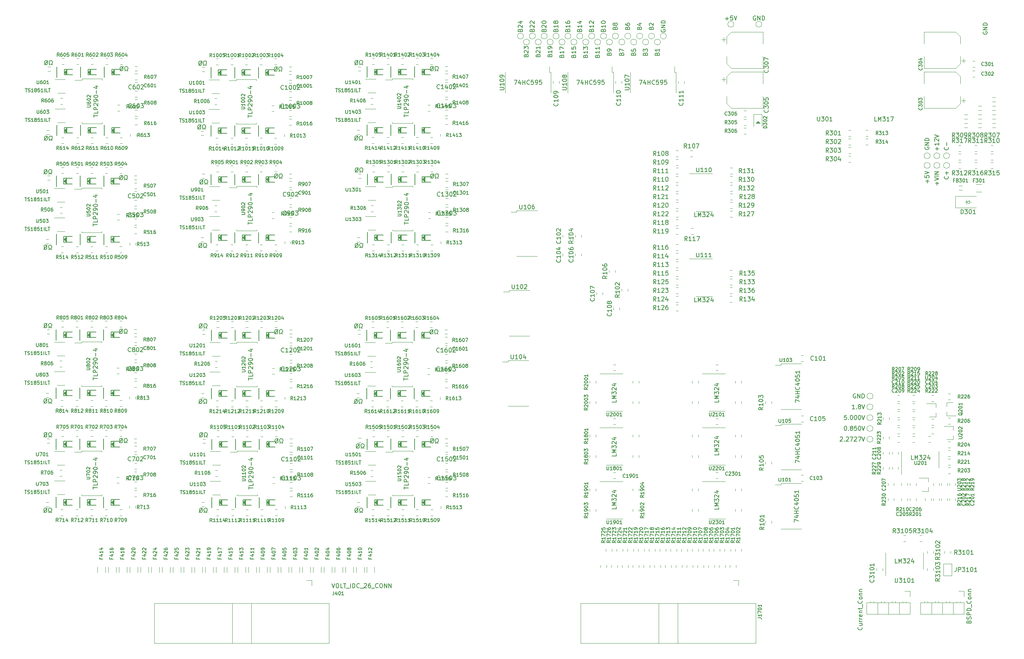
<source format=gbr>
G04 #@! TF.GenerationSoftware,KiCad,Pcbnew,(5.1.5)-3*
G04 #@! TF.CreationDate,2020-08-14T04:58:26-03:00*
G04 #@! TF.ProjectId,BMS_24S,424d535f-3234-4532-9e6b-696361645f70,A*
G04 #@! TF.SameCoordinates,Original*
G04 #@! TF.FileFunction,Legend,Top*
G04 #@! TF.FilePolarity,Positive*
%FSLAX46Y46*%
G04 Gerber Fmt 4.6, Leading zero omitted, Abs format (unit mm)*
G04 Created by KiCad (PCBNEW (5.1.5)-3) date 2020-08-14 04:58:26*
%MOMM*%
%LPD*%
G04 APERTURE LIST*
%ADD10C,0.120000*%
%ADD11C,0.100000*%
%ADD12C,0.150000*%
G04 APERTURE END LIST*
D10*
X366714000Y-145034000D02*
G75*
G03X366714000Y-145034000I-700000J0D01*
G01*
X340552000Y-57404000D02*
G75*
G03X340552000Y-57404000I-700000J0D01*
G01*
X333948000Y-57404000D02*
G75*
G03X333948000Y-57404000I-700000J0D01*
G01*
X381506000Y-149916000D02*
X380046000Y-149916000D01*
X381506000Y-146756000D02*
X379346000Y-146756000D01*
X381506000Y-146756000D02*
X381506000Y-147686000D01*
X381506000Y-149916000D02*
X381506000Y-148986000D01*
X379728000Y-167442000D02*
X378268000Y-167442000D01*
X379728000Y-164282000D02*
X377568000Y-164282000D01*
X379728000Y-164282000D02*
X379728000Y-165212000D01*
X379728000Y-167442000D02*
X379728000Y-166512000D01*
X385570000Y-155250000D02*
X384110000Y-155250000D01*
X385570000Y-152090000D02*
X383410000Y-152090000D01*
X385570000Y-152090000D02*
X385570000Y-153020000D01*
X385570000Y-155250000D02*
X385570000Y-154320000D01*
X380176000Y-88392000D02*
G75*
G03X380176000Y-88392000I-700000J0D01*
G01*
X384748000Y-88392000D02*
G75*
G03X384748000Y-88392000I-700000J0D01*
G01*
X384748000Y-90678000D02*
G75*
G03X384748000Y-90678000I-700000J0D01*
G01*
X380176000Y-90678000D02*
G75*
G03X380176000Y-90678000I-700000J0D01*
G01*
X382462000Y-88392000D02*
G75*
G03X382462000Y-88392000I-700000J0D01*
G01*
X382462000Y-90678000D02*
G75*
G03X382462000Y-90678000I-700000J0D01*
G01*
X366714000Y-155194000D02*
G75*
G03X366714000Y-155194000I-700000J0D01*
G01*
X366714000Y-152654000D02*
G75*
G03X366714000Y-152654000I-700000J0D01*
G01*
X366714000Y-150114000D02*
G75*
G03X366714000Y-150114000I-700000J0D01*
G01*
X366714000Y-147574000D02*
G75*
G03X366714000Y-147574000I-700000J0D01*
G01*
X386837422Y-89356000D02*
X387354578Y-89356000D01*
X386837422Y-87936000D02*
X387354578Y-87936000D01*
X390647422Y-91388000D02*
X391164578Y-91388000D01*
X390647422Y-89968000D02*
X391164578Y-89968000D01*
X394457422Y-91388000D02*
X394974578Y-91388000D01*
X394457422Y-89968000D02*
X394974578Y-89968000D01*
X386837422Y-91388000D02*
X387354578Y-91388000D01*
X386837422Y-89968000D02*
X387354578Y-89968000D01*
X390647422Y-89356000D02*
X391164578Y-89356000D01*
X390647422Y-87936000D02*
X391164578Y-87936000D01*
X394457422Y-89356000D02*
X394974578Y-89356000D01*
X394457422Y-87936000D02*
X394974578Y-87936000D01*
X386837422Y-87324000D02*
X387354578Y-87324000D01*
X386837422Y-85904000D02*
X387354578Y-85904000D01*
X390647422Y-87324000D02*
X391164578Y-87324000D01*
X390647422Y-85904000D02*
X391164578Y-85904000D01*
X394457422Y-87324000D02*
X394974578Y-87324000D01*
X394457422Y-85904000D02*
X394974578Y-85904000D01*
X336291422Y-83260000D02*
X336808578Y-83260000D01*
X336291422Y-81840000D02*
X336808578Y-81840000D01*
X336291422Y-81228000D02*
X336808578Y-81228000D01*
X336291422Y-79808000D02*
X336808578Y-79808000D01*
X384050000Y-146502000D02*
X385510000Y-146502000D01*
X384050000Y-149662000D02*
X386210000Y-149662000D01*
X384050000Y-149662000D02*
X384050000Y-148732000D01*
X384050000Y-146502000D02*
X384050000Y-147432000D01*
D11*
X388778000Y-99314000D02*
X389378000Y-98914000D01*
X388778000Y-99314000D02*
X388778000Y-98764000D01*
X389378000Y-99314000D02*
X389878000Y-99314000D01*
X389378000Y-99714000D02*
X388778000Y-99314000D01*
X389378000Y-98914000D02*
X389378000Y-99714000D01*
X388778000Y-99314000D02*
X388778000Y-99864000D01*
X388378000Y-99314000D02*
X388778000Y-99314000D01*
D10*
X386080000Y-97954000D02*
X386080000Y-100674000D01*
X386080000Y-100674000D02*
X391028000Y-100674000D01*
X386080000Y-97954000D02*
X391028000Y-97954000D01*
X361446578Y-88444000D02*
X360929422Y-88444000D01*
X361446578Y-89864000D02*
X360929422Y-89864000D01*
X361446578Y-86412000D02*
X360929422Y-86412000D01*
X361446578Y-87832000D02*
X360929422Y-87832000D01*
X361446578Y-84380000D02*
X360929422Y-84380000D01*
X361446578Y-85800000D02*
X360929422Y-85800000D01*
X361446578Y-82348000D02*
X360929422Y-82348000D01*
X361446578Y-83768000D02*
X360929422Y-83768000D01*
X386969000Y-96520000D02*
X387731000Y-96522000D01*
X386969000Y-95504000D02*
X387731000Y-95504000D01*
X395605000Y-80772000D02*
X394843000Y-80770000D01*
X395605000Y-81788000D02*
X394843000Y-81788000D01*
X391541000Y-81788000D02*
X392303000Y-81790000D01*
X391541000Y-80772000D02*
X392303000Y-80772000D01*
X389001000Y-80772000D02*
X388239000Y-80770000D01*
X389001000Y-81788000D02*
X388239000Y-81788000D01*
X389001000Y-78740000D02*
X388239000Y-78738000D01*
X389001000Y-79756000D02*
X388239000Y-79756000D01*
X391541000Y-79756000D02*
X392303000Y-79758000D01*
X391541000Y-78740000D02*
X392303000Y-78740000D01*
X395605000Y-78740000D02*
X394843000Y-78738000D01*
X395605000Y-79756000D02*
X394843000Y-79756000D01*
X395605000Y-76708000D02*
X394843000Y-76706000D01*
X395605000Y-77724000D02*
X394843000Y-77724000D01*
X391541000Y-77724000D02*
X392303000Y-77726000D01*
X391541000Y-76708000D02*
X392303000Y-76708000D01*
X394843000Y-75692000D02*
X395605000Y-75694000D01*
X394843000Y-74676000D02*
X395605000Y-74676000D01*
X331550000Y-69888000D02*
X331550000Y-70888000D01*
X331050000Y-70388000D02*
X332050000Y-70388000D01*
X332290000Y-76093563D02*
X333354437Y-77158000D01*
X332290000Y-69702437D02*
X333354437Y-68638000D01*
X332290000Y-69702437D02*
X332290000Y-71388000D01*
X332290000Y-76093563D02*
X332290000Y-74408000D01*
X333354437Y-77158000D02*
X340810000Y-77158000D01*
X333354437Y-68638000D02*
X340810000Y-68638000D01*
X340810000Y-68638000D02*
X340810000Y-71388000D01*
X340810000Y-77158000D02*
X340810000Y-74408000D01*
X388032000Y-66510000D02*
X388032000Y-65510000D01*
X388532000Y-66010000D02*
X387532000Y-66010000D01*
X387292000Y-60304437D02*
X386227563Y-59240000D01*
X387292000Y-66695563D02*
X386227563Y-67760000D01*
X387292000Y-66695563D02*
X387292000Y-65010000D01*
X387292000Y-60304437D02*
X387292000Y-61990000D01*
X386227563Y-59240000D02*
X378772000Y-59240000D01*
X386227563Y-67760000D02*
X378772000Y-67760000D01*
X378772000Y-67760000D02*
X378772000Y-65010000D01*
X378772000Y-59240000D02*
X378772000Y-61990000D01*
X331550000Y-60490000D02*
X331550000Y-61490000D01*
X331050000Y-60990000D02*
X332050000Y-60990000D01*
X332290000Y-66695563D02*
X333354437Y-67760000D01*
X332290000Y-60304437D02*
X333354437Y-59240000D01*
X332290000Y-60304437D02*
X332290000Y-61990000D01*
X332290000Y-66695563D02*
X332290000Y-65010000D01*
X333354437Y-67760000D02*
X340810000Y-67760000D01*
X333354437Y-59240000D02*
X340810000Y-59240000D01*
X340810000Y-59240000D02*
X340810000Y-61990000D01*
X340810000Y-67760000D02*
X340810000Y-65010000D01*
X318073000Y-60198000D02*
G75*
G03X318073000Y-60198000I-700000J0D01*
G01*
X284418000Y-60198000D02*
G75*
G03X284418000Y-60198000I-700000J0D01*
G01*
X285815000Y-61595000D02*
G75*
G03X285815000Y-61595000I-700000J0D01*
G01*
X287212000Y-60198000D02*
G75*
G03X287212000Y-60198000I-700000J0D01*
G01*
X288609000Y-61595000D02*
G75*
G03X288609000Y-61595000I-700000J0D01*
G01*
X290006000Y-60198000D02*
G75*
G03X290006000Y-60198000I-700000J0D01*
G01*
X291403000Y-61595000D02*
G75*
G03X291403000Y-61595000I-700000J0D01*
G01*
X292800000Y-60198000D02*
G75*
G03X292800000Y-60198000I-700000J0D01*
G01*
X294197000Y-61595000D02*
G75*
G03X294197000Y-61595000I-700000J0D01*
G01*
X295594000Y-60198000D02*
G75*
G03X295594000Y-60198000I-700000J0D01*
G01*
X296991000Y-61595000D02*
G75*
G03X296991000Y-61595000I-700000J0D01*
G01*
X298388000Y-60198000D02*
G75*
G03X298388000Y-60198000I-700000J0D01*
G01*
X299785000Y-61595000D02*
G75*
G03X299785000Y-61595000I-700000J0D01*
G01*
X301182000Y-60198000D02*
G75*
G03X301182000Y-60198000I-700000J0D01*
G01*
X302579000Y-61595000D02*
G75*
G03X302579000Y-61595000I-700000J0D01*
G01*
X303976000Y-60198000D02*
G75*
G03X303976000Y-60198000I-700000J0D01*
G01*
X305373000Y-61595000D02*
G75*
G03X305373000Y-61595000I-700000J0D01*
G01*
X306770000Y-60198000D02*
G75*
G03X306770000Y-60198000I-700000J0D01*
G01*
X308294000Y-61595000D02*
G75*
G03X308294000Y-61595000I-700000J0D01*
G01*
X309691000Y-60198000D02*
G75*
G03X309691000Y-60198000I-700000J0D01*
G01*
X311088000Y-61595000D02*
G75*
G03X311088000Y-61595000I-700000J0D01*
G01*
X312485000Y-60198000D02*
G75*
G03X312485000Y-60198000I-700000J0D01*
G01*
X313882000Y-61595000D02*
G75*
G03X313882000Y-61595000I-700000J0D01*
G01*
X315279000Y-60198000D02*
G75*
G03X315279000Y-60198000I-700000J0D01*
G01*
X316676000Y-61595000D02*
G75*
G03X316676000Y-61595000I-700000J0D01*
G01*
X388112000Y-191008000D02*
X388112000Y-192278000D01*
X386842000Y-191008000D02*
X388112000Y-191008000D01*
X378842000Y-193320929D02*
X378842000Y-193718000D01*
X379602000Y-193320929D02*
X379602000Y-193718000D01*
X380492000Y-193718000D02*
X380492000Y-196378000D01*
X381382000Y-193320929D02*
X381382000Y-193718000D01*
X382142000Y-193320929D02*
X382142000Y-193718000D01*
X383032000Y-193718000D02*
X383032000Y-196378000D01*
X383922000Y-193320929D02*
X383922000Y-193718000D01*
X384682000Y-193320929D02*
X384682000Y-193718000D01*
X385572000Y-193718000D02*
X385572000Y-196378000D01*
X386462000Y-193388000D02*
X386462000Y-193718000D01*
X387222000Y-193388000D02*
X387222000Y-193718000D01*
X388172000Y-196378000D02*
X388172000Y-193718000D01*
X377892000Y-196378000D02*
X388172000Y-196378000D01*
X377892000Y-193718000D02*
X377892000Y-196378000D01*
X388172000Y-193718000D02*
X377892000Y-193718000D01*
X375412000Y-191008000D02*
X375412000Y-192278000D01*
X374142000Y-191008000D02*
X375412000Y-191008000D01*
X366142000Y-193320929D02*
X366142000Y-193718000D01*
X366902000Y-193320929D02*
X366902000Y-193718000D01*
X367792000Y-193718000D02*
X367792000Y-196378000D01*
X368682000Y-193320929D02*
X368682000Y-193718000D01*
X369442000Y-193320929D02*
X369442000Y-193718000D01*
X370332000Y-193718000D02*
X370332000Y-196378000D01*
X371222000Y-193320929D02*
X371222000Y-193718000D01*
X371982000Y-193320929D02*
X371982000Y-193718000D01*
X372872000Y-193718000D02*
X372872000Y-196378000D01*
X373762000Y-193388000D02*
X373762000Y-193718000D01*
X374522000Y-193388000D02*
X374522000Y-193718000D01*
X375472000Y-196378000D02*
X375472000Y-193718000D01*
X365192000Y-196378000D02*
X375472000Y-196378000D01*
X365192000Y-193718000D02*
X365192000Y-196378000D01*
X375472000Y-193718000D02*
X365192000Y-193718000D01*
X383592000Y-181605422D02*
X383592000Y-182122578D01*
X385012000Y-181605422D02*
X385012000Y-182122578D01*
X383302000Y-187328000D02*
X383302000Y-184528000D01*
X383302000Y-184528000D02*
X385302000Y-184528000D01*
X385302000Y-184528000D02*
X385302000Y-187328000D01*
X385302000Y-187328000D02*
X383302000Y-187328000D01*
X326898000Y-112659000D02*
X323448000Y-112659000D01*
X326898000Y-112659000D02*
X328848000Y-112659000D01*
X326898000Y-121529000D02*
X324948000Y-121529000D01*
X326898000Y-121529000D02*
X328848000Y-121529000D01*
X326898000Y-92593000D02*
X323448000Y-92593000D01*
X326898000Y-92593000D02*
X328848000Y-92593000D01*
X326898000Y-101463000D02*
X324948000Y-101463000D01*
X326898000Y-101463000D02*
X328848000Y-101463000D01*
X322274000Y-71378578D02*
X322274000Y-70861422D01*
X320854000Y-71378578D02*
X320854000Y-70861422D01*
X307542000Y-71378578D02*
X307542000Y-70861422D01*
X306122000Y-71378578D02*
X306122000Y-70861422D01*
X332989422Y-120852000D02*
X333506578Y-120852000D01*
X332989422Y-119432000D02*
X333506578Y-119432000D01*
X332989422Y-116788000D02*
X333506578Y-116788000D01*
X332989422Y-115368000D02*
X333506578Y-115368000D01*
X332989422Y-122884000D02*
X333506578Y-122884000D01*
X332989422Y-121464000D02*
X333506578Y-121464000D01*
X332989422Y-118820000D02*
X333506578Y-118820000D01*
X332989422Y-117400000D02*
X333506578Y-117400000D01*
X333116422Y-96722000D02*
X333633578Y-96722000D01*
X333116422Y-95302000D02*
X333633578Y-95302000D01*
X333116422Y-92658000D02*
X333633578Y-92658000D01*
X333116422Y-91238000D02*
X333633578Y-91238000D01*
X333116422Y-94690000D02*
X333633578Y-94690000D01*
X333116422Y-93270000D02*
X333633578Y-93270000D01*
X333116422Y-100786000D02*
X333633578Y-100786000D01*
X333116422Y-99366000D02*
X333633578Y-99366000D01*
X333116422Y-98754000D02*
X333633578Y-98754000D01*
X333116422Y-97334000D02*
X333633578Y-97334000D01*
X333116422Y-102818000D02*
X333633578Y-102818000D01*
X333116422Y-101398000D02*
X333633578Y-101398000D01*
X320289422Y-124916000D02*
X320806578Y-124916000D01*
X320289422Y-123496000D02*
X320806578Y-123496000D01*
X320806578Y-117400000D02*
X320289422Y-117400000D01*
X320806578Y-118820000D02*
X320289422Y-118820000D01*
X320806578Y-121464000D02*
X320289422Y-121464000D01*
X320806578Y-122884000D02*
X320289422Y-122884000D01*
X320289422Y-120852000D02*
X320806578Y-120852000D01*
X320289422Y-119432000D02*
X320806578Y-119432000D01*
X320806578Y-101398000D02*
X320289422Y-101398000D01*
X320806578Y-102818000D02*
X320289422Y-102818000D01*
X320806578Y-97334000D02*
X320289422Y-97334000D01*
X320806578Y-98754000D02*
X320289422Y-98754000D01*
X320806578Y-99366000D02*
X320289422Y-99366000D01*
X320806578Y-100786000D02*
X320289422Y-100786000D01*
X320806578Y-105462000D02*
X320289422Y-105462000D01*
X320806578Y-106882000D02*
X320289422Y-106882000D01*
X320806578Y-103430000D02*
X320289422Y-103430000D01*
X320806578Y-104850000D02*
X320289422Y-104850000D01*
X324362578Y-105462000D02*
X323845422Y-105462000D01*
X324362578Y-106882000D02*
X323845422Y-106882000D01*
X320289422Y-110692000D02*
X320806578Y-110692000D01*
X320289422Y-109272000D02*
X320806578Y-109272000D01*
X320806578Y-115368000D02*
X320289422Y-115368000D01*
X320806578Y-116788000D02*
X320289422Y-116788000D01*
X320806578Y-111304000D02*
X320289422Y-111304000D01*
X320806578Y-112724000D02*
X320289422Y-112724000D01*
X320289422Y-114756000D02*
X320806578Y-114756000D01*
X320289422Y-113336000D02*
X320806578Y-113336000D01*
X320806578Y-95302000D02*
X320289422Y-95302000D01*
X320806578Y-96722000D02*
X320289422Y-96722000D01*
X320806578Y-91238000D02*
X320289422Y-91238000D01*
X320806578Y-92658000D02*
X320289422Y-92658000D01*
X320806578Y-93270000D02*
X320289422Y-93270000D01*
X320806578Y-94690000D02*
X320289422Y-94690000D01*
X320806578Y-89206000D02*
X320289422Y-89206000D01*
X320806578Y-90626000D02*
X320289422Y-90626000D01*
X320806578Y-87174000D02*
X320289422Y-87174000D01*
X320806578Y-88594000D02*
X320289422Y-88594000D01*
X324235578Y-87174000D02*
X323718422Y-87174000D01*
X324235578Y-88594000D02*
X323718422Y-88594000D01*
X265933422Y-141032000D02*
X266450578Y-141032000D01*
X265933422Y-139612000D02*
X266450578Y-139612000D01*
X265933422Y-136587000D02*
X266450578Y-136587000D01*
X265933422Y-135167000D02*
X266450578Y-135167000D01*
X266060422Y-166699000D02*
X266577578Y-166699000D01*
X266060422Y-165279000D02*
X266577578Y-165279000D01*
X266060422Y-162254000D02*
X266577578Y-162254000D01*
X266060422Y-160834000D02*
X266577578Y-160834000D01*
X266015422Y-78988000D02*
X266532578Y-78988000D01*
X266015422Y-77568000D02*
X266532578Y-77568000D01*
X266015422Y-74543000D02*
X266532578Y-74543000D01*
X266015422Y-73123000D02*
X266532578Y-73123000D01*
X266092422Y-104298000D02*
X266609578Y-104298000D01*
X266092422Y-102878000D02*
X266609578Y-102878000D01*
X266092422Y-99853000D02*
X266609578Y-99853000D01*
X266092422Y-98433000D02*
X266609578Y-98433000D01*
X229362422Y-141017000D02*
X229879578Y-141017000D01*
X229362422Y-139597000D02*
X229879578Y-139597000D01*
X229362422Y-136572000D02*
X229879578Y-136572000D01*
X229362422Y-135152000D02*
X229879578Y-135152000D01*
X229439422Y-166708000D02*
X229956578Y-166708000D01*
X229439422Y-165288000D02*
X229956578Y-165288000D01*
X229439422Y-162263000D02*
X229956578Y-162263000D01*
X229439422Y-160843000D02*
X229956578Y-160843000D01*
X229262422Y-79115000D02*
X229779578Y-79115000D01*
X229262422Y-77695000D02*
X229779578Y-77695000D01*
X229262422Y-74670000D02*
X229779578Y-74670000D01*
X229262422Y-73250000D02*
X229779578Y-73250000D01*
X229312422Y-104314000D02*
X229829578Y-104314000D01*
X229312422Y-102894000D02*
X229829578Y-102894000D01*
X229312422Y-99869000D02*
X229829578Y-99869000D01*
X229312422Y-98449000D02*
X229829578Y-98449000D01*
X192813422Y-140927000D02*
X193330578Y-140927000D01*
X192813422Y-139507000D02*
X193330578Y-139507000D01*
X192813422Y-136482000D02*
X193330578Y-136482000D01*
X192813422Y-135062000D02*
X193330578Y-135062000D01*
X192813422Y-166671000D02*
X193330578Y-166671000D01*
X192813422Y-165251000D02*
X193330578Y-165251000D01*
X192813422Y-162226000D02*
X193330578Y-162226000D01*
X192813422Y-160806000D02*
X193330578Y-160806000D01*
X192942422Y-79019000D02*
X193459578Y-79019000D01*
X192942422Y-77599000D02*
X193459578Y-77599000D01*
X192942422Y-74574000D02*
X193459578Y-74574000D01*
X192942422Y-73154000D02*
X193459578Y-73154000D01*
X192837422Y-104698000D02*
X193354578Y-104698000D01*
X192837422Y-103278000D02*
X193354578Y-103278000D01*
X192837422Y-100253000D02*
X193354578Y-100253000D01*
X192837422Y-98833000D02*
X193354578Y-98833000D01*
X297926000Y-193868000D02*
X339106000Y-193868000D01*
X297926000Y-193868000D02*
X297926000Y-203218000D01*
X316266000Y-193868000D02*
X316266000Y-203218000D01*
X320766000Y-193868000D02*
X320766000Y-203218000D01*
X339106000Y-193868000D02*
X339106000Y-203218000D01*
X339106000Y-203218000D02*
X297926000Y-203218000D01*
X335026000Y-189738000D02*
X335026000Y-188468000D01*
X335026000Y-188468000D02*
X333756000Y-188468000D01*
X311606000Y-172216578D02*
X311606000Y-171699422D01*
X310186000Y-172216578D02*
X310186000Y-171699422D01*
X316686000Y-185424578D02*
X316686000Y-184907422D01*
X315266000Y-185424578D02*
X315266000Y-184907422D01*
X314146000Y-185424578D02*
X314146000Y-184907422D01*
X312726000Y-185424578D02*
X312726000Y-184907422D01*
X305816000Y-139710000D02*
X302366000Y-139710000D01*
X305816000Y-139710000D02*
X307766000Y-139710000D01*
X305816000Y-148580000D02*
X303866000Y-148580000D01*
X305816000Y-148580000D02*
X307766000Y-148580000D01*
X329946000Y-165110000D02*
X326496000Y-165110000D01*
X329946000Y-165110000D02*
X331896000Y-165110000D01*
X329946000Y-173980000D02*
X327996000Y-173980000D01*
X329946000Y-173980000D02*
X331896000Y-173980000D01*
X329946000Y-152410000D02*
X326496000Y-152410000D01*
X329946000Y-152410000D02*
X331896000Y-152410000D01*
X329946000Y-161280000D02*
X327996000Y-161280000D01*
X329946000Y-161280000D02*
X331896000Y-161280000D01*
X329946000Y-139710000D02*
X326496000Y-139710000D01*
X329946000Y-139710000D02*
X331896000Y-139710000D01*
X329946000Y-148580000D02*
X327996000Y-148580000D01*
X329946000Y-148580000D02*
X331896000Y-148580000D01*
X305816000Y-165110000D02*
X302366000Y-165110000D01*
X305816000Y-165110000D02*
X307766000Y-165110000D01*
X305816000Y-173980000D02*
X303866000Y-173980000D01*
X305816000Y-173980000D02*
X307766000Y-173980000D01*
X305816000Y-152410000D02*
X302366000Y-152410000D01*
X305816000Y-152410000D02*
X307766000Y-152410000D01*
X305816000Y-161280000D02*
X303866000Y-161280000D01*
X305816000Y-161280000D02*
X307766000Y-161280000D01*
X253464000Y-132573000D02*
X251799000Y-132573000D01*
X253464000Y-132293000D02*
X253464000Y-132573000D01*
X255849000Y-132293000D02*
X253464000Y-132293000D01*
X258234000Y-132293000D02*
X258234000Y-132573000D01*
X255849000Y-132293000D02*
X258234000Y-132293000D01*
X253464000Y-142813000D02*
X253464000Y-142533000D01*
X255849000Y-142813000D02*
X253464000Y-142813000D01*
X258234000Y-142813000D02*
X258234000Y-142533000D01*
X255849000Y-142813000D02*
X258234000Y-142813000D01*
X249510000Y-139372000D02*
X247060000Y-139372000D01*
X247710000Y-142592000D02*
X249510000Y-142592000D01*
X249510000Y-132387000D02*
X247060000Y-132387000D01*
X247710000Y-135607000D02*
X249510000Y-135607000D01*
X253591000Y-158240000D02*
X251926000Y-158240000D01*
X253591000Y-157960000D02*
X253591000Y-158240000D01*
X255976000Y-157960000D02*
X253591000Y-157960000D01*
X258361000Y-157960000D02*
X258361000Y-158240000D01*
X255976000Y-157960000D02*
X258361000Y-157960000D01*
X253591000Y-168480000D02*
X253591000Y-168200000D01*
X255976000Y-168480000D02*
X253591000Y-168480000D01*
X258361000Y-168480000D02*
X258361000Y-168200000D01*
X255976000Y-168480000D02*
X258361000Y-168480000D01*
X249637000Y-165039000D02*
X247187000Y-165039000D01*
X247837000Y-168259000D02*
X249637000Y-168259000D01*
X249637000Y-158054000D02*
X247187000Y-158054000D01*
X247837000Y-161274000D02*
X249637000Y-161274000D01*
X334316000Y-166873422D02*
X334316000Y-167390578D01*
X335736000Y-166873422D02*
X335736000Y-167390578D01*
X335736000Y-172216578D02*
X335736000Y-171699422D01*
X334316000Y-172216578D02*
X334316000Y-171699422D01*
X325576000Y-172216578D02*
X325576000Y-171699422D01*
X324156000Y-172216578D02*
X324156000Y-171699422D01*
X324156000Y-166873422D02*
X324156000Y-167390578D01*
X325576000Y-166873422D02*
X325576000Y-167390578D01*
X334316000Y-154173422D02*
X334316000Y-154690578D01*
X335736000Y-154173422D02*
X335736000Y-154690578D01*
X335736000Y-159516578D02*
X335736000Y-158999422D01*
X334316000Y-159516578D02*
X334316000Y-158999422D01*
X325576000Y-159516578D02*
X325576000Y-158999422D01*
X324156000Y-159516578D02*
X324156000Y-158999422D01*
X324156000Y-154173422D02*
X324156000Y-154690578D01*
X325576000Y-154173422D02*
X325576000Y-154690578D01*
X334316000Y-141473422D02*
X334316000Y-141990578D01*
X335736000Y-141473422D02*
X335736000Y-141990578D01*
X335736000Y-146816578D02*
X335736000Y-146299422D01*
X334316000Y-146816578D02*
X334316000Y-146299422D01*
X325576000Y-146816578D02*
X325576000Y-146299422D01*
X324156000Y-146816578D02*
X324156000Y-146299422D01*
X324156000Y-141473422D02*
X324156000Y-141990578D01*
X325576000Y-141473422D02*
X325576000Y-141990578D01*
X310186000Y-141473422D02*
X310186000Y-141990578D01*
X311606000Y-141473422D02*
X311606000Y-141990578D01*
X311606000Y-146816578D02*
X311606000Y-146299422D01*
X310186000Y-146816578D02*
X310186000Y-146299422D01*
X310186000Y-166873422D02*
X310186000Y-167390578D01*
X311606000Y-166873422D02*
X311606000Y-167390578D01*
X301446000Y-172216578D02*
X301446000Y-171699422D01*
X300026000Y-172216578D02*
X300026000Y-171699422D01*
X300026000Y-166873422D02*
X300026000Y-167390578D01*
X301446000Y-166873422D02*
X301446000Y-167390578D01*
X310186000Y-154173422D02*
X310186000Y-154690578D01*
X311606000Y-154173422D02*
X311606000Y-154690578D01*
X311606000Y-159516578D02*
X311606000Y-158999422D01*
X310186000Y-159516578D02*
X310186000Y-158999422D01*
X301446000Y-159516578D02*
X301446000Y-158999422D01*
X300026000Y-159516578D02*
X300026000Y-158999422D01*
X300026000Y-154173422D02*
X300026000Y-154690578D01*
X301446000Y-154173422D02*
X301446000Y-154690578D01*
X266450578Y-137199000D02*
X265933422Y-137199000D01*
X266450578Y-138619000D02*
X265933422Y-138619000D01*
X266450578Y-131103000D02*
X265933422Y-131103000D01*
X266450578Y-132523000D02*
X265933422Y-132523000D01*
X266450578Y-141644000D02*
X265933422Y-141644000D01*
X266450578Y-143064000D02*
X265933422Y-143064000D01*
X262330578Y-138469000D02*
X261813422Y-138469000D01*
X262330578Y-139889000D02*
X261813422Y-139889000D01*
X249122578Y-146114000D02*
X248605422Y-146114000D01*
X249122578Y-147534000D02*
X248605422Y-147534000D01*
X248351422Y-138263000D02*
X248868578Y-138263000D01*
X248351422Y-136843000D02*
X248868578Y-136843000D01*
X252161422Y-147534000D02*
X252678578Y-147534000D01*
X252161422Y-146114000D02*
X252678578Y-146114000D01*
X262965578Y-127445000D02*
X262448422Y-127445000D01*
X262965578Y-128865000D02*
X262448422Y-128865000D01*
X255590422Y-147534000D02*
X256107578Y-147534000D01*
X255590422Y-146114000D02*
X256107578Y-146114000D01*
X259536578Y-127445000D02*
X259019422Y-127445000D01*
X259536578Y-128865000D02*
X259019422Y-128865000D01*
X259019422Y-147534000D02*
X259536578Y-147534000D01*
X259019422Y-146114000D02*
X259536578Y-146114000D01*
X256107578Y-127445000D02*
X255590422Y-127445000D01*
X256107578Y-128865000D02*
X255590422Y-128865000D01*
X262448422Y-147534000D02*
X262965578Y-147534000D01*
X262448422Y-146114000D02*
X262965578Y-146114000D01*
X252678578Y-127445000D02*
X252161422Y-127445000D01*
X252678578Y-128865000D02*
X252161422Y-128865000D01*
X264791000Y-145295422D02*
X264791000Y-145812578D01*
X266211000Y-145295422D02*
X266211000Y-145812578D01*
X249249578Y-127445000D02*
X248732422Y-127445000D01*
X249249578Y-128865000D02*
X248732422Y-128865000D01*
X266577578Y-162866000D02*
X266060422Y-162866000D01*
X266577578Y-164286000D02*
X266060422Y-164286000D01*
X266577578Y-156770000D02*
X266060422Y-156770000D01*
X266577578Y-158190000D02*
X266060422Y-158190000D01*
X266577578Y-167311000D02*
X266060422Y-167311000D01*
X266577578Y-168731000D02*
X266060422Y-168731000D01*
X262457578Y-164136000D02*
X261940422Y-164136000D01*
X262457578Y-165556000D02*
X261940422Y-165556000D01*
X249249578Y-171781000D02*
X248732422Y-171781000D01*
X249249578Y-173201000D02*
X248732422Y-173201000D01*
X248478422Y-163930000D02*
X248995578Y-163930000D01*
X248478422Y-162510000D02*
X248995578Y-162510000D01*
X252288422Y-173201000D02*
X252805578Y-173201000D01*
X252288422Y-171781000D02*
X252805578Y-171781000D01*
X263092578Y-153112000D02*
X262575422Y-153112000D01*
X263092578Y-154532000D02*
X262575422Y-154532000D01*
X255717422Y-173201000D02*
X256234578Y-173201000D01*
X255717422Y-171781000D02*
X256234578Y-171781000D01*
X259663578Y-153112000D02*
X259146422Y-153112000D01*
X259663578Y-154532000D02*
X259146422Y-154532000D01*
X259146422Y-173201000D02*
X259663578Y-173201000D01*
X259146422Y-171781000D02*
X259663578Y-171781000D01*
X256234578Y-153112000D02*
X255717422Y-153112000D01*
X256234578Y-154532000D02*
X255717422Y-154532000D01*
X262575422Y-173201000D02*
X263092578Y-173201000D01*
X262575422Y-171781000D02*
X263092578Y-171781000D01*
X252805578Y-153112000D02*
X252288422Y-153112000D01*
X252805578Y-154532000D02*
X252288422Y-154532000D01*
X264918000Y-170962422D02*
X264918000Y-171479578D01*
X266338000Y-170962422D02*
X266338000Y-171479578D01*
X249376578Y-153112000D02*
X248859422Y-153112000D01*
X249376578Y-154532000D02*
X248859422Y-154532000D01*
X265863200Y-129400000D02*
X266463200Y-129400000D01*
X265863200Y-130390600D02*
X266463200Y-130390600D01*
X245993800Y-130441000D02*
X245393800Y-130441000D01*
X245993800Y-129450400D02*
X245393800Y-129450400D01*
X245106200Y-144411000D02*
X245706200Y-144411000D01*
X245106200Y-145401600D02*
X245706200Y-145401600D01*
X265990200Y-155067000D02*
X266590200Y-155067000D01*
X265990200Y-156057600D02*
X266590200Y-156057600D01*
X245567200Y-154940000D02*
X246167200Y-154940000D01*
X245567200Y-155930600D02*
X246167200Y-155930600D01*
X245233200Y-170078000D02*
X245833200Y-170078000D01*
X245233200Y-171068600D02*
X245833200Y-171068600D01*
D11*
G36*
X249905400Y-145071400D02*
G01*
X249245000Y-144411000D01*
X249905400Y-143750600D01*
X249905400Y-145071400D01*
G37*
X249905400Y-145071400D02*
X249245000Y-144411000D01*
X249905400Y-143750600D01*
X249905400Y-145071400D01*
D12*
X249261000Y-143761000D02*
X251261000Y-143761000D01*
X251261000Y-145061000D02*
X249261000Y-145061000D01*
X249261000Y-145061000D02*
X249261000Y-143761000D01*
X247511000Y-145661000D02*
X247511000Y-143161000D01*
D11*
G36*
X249905400Y-131355400D02*
G01*
X249245000Y-130695000D01*
X249905400Y-130034600D01*
X249905400Y-131355400D01*
G37*
X249905400Y-131355400D02*
X249245000Y-130695000D01*
X249905400Y-130034600D01*
X249905400Y-131355400D01*
D12*
X249261000Y-130045000D02*
X251261000Y-130045000D01*
X251261000Y-131345000D02*
X249261000Y-131345000D01*
X249261000Y-131345000D02*
X249261000Y-130045000D01*
X247511000Y-131945000D02*
X247511000Y-129445000D01*
D11*
G36*
X255493400Y-145071400D02*
G01*
X254833000Y-144411000D01*
X255493400Y-143750600D01*
X255493400Y-145071400D01*
G37*
X255493400Y-145071400D02*
X254833000Y-144411000D01*
X255493400Y-143750600D01*
X255493400Y-145071400D01*
D12*
X254849000Y-143761000D02*
X256849000Y-143761000D01*
X256849000Y-145061000D02*
X254849000Y-145061000D01*
X254849000Y-145061000D02*
X254849000Y-143761000D01*
X253099000Y-145661000D02*
X253099000Y-143161000D01*
D11*
G36*
X255493400Y-131355400D02*
G01*
X254833000Y-130695000D01*
X255493400Y-130034600D01*
X255493400Y-131355400D01*
G37*
X255493400Y-131355400D02*
X254833000Y-130695000D01*
X255493400Y-130034600D01*
X255493400Y-131355400D01*
D12*
X254849000Y-130045000D02*
X256849000Y-130045000D01*
X256849000Y-131345000D02*
X254849000Y-131345000D01*
X254849000Y-131345000D02*
X254849000Y-130045000D01*
X253099000Y-131945000D02*
X253099000Y-129445000D01*
D11*
G36*
X261081400Y-145071400D02*
G01*
X260421000Y-144411000D01*
X261081400Y-143750600D01*
X261081400Y-145071400D01*
G37*
X261081400Y-145071400D02*
X260421000Y-144411000D01*
X261081400Y-143750600D01*
X261081400Y-145071400D01*
D12*
X260437000Y-143761000D02*
X262437000Y-143761000D01*
X262437000Y-145061000D02*
X260437000Y-145061000D01*
X260437000Y-145061000D02*
X260437000Y-143761000D01*
X258687000Y-145661000D02*
X258687000Y-143161000D01*
D11*
G36*
X261081400Y-131355400D02*
G01*
X260421000Y-130695000D01*
X261081400Y-130034600D01*
X261081400Y-131355400D01*
G37*
X261081400Y-131355400D02*
X260421000Y-130695000D01*
X261081400Y-130034600D01*
X261081400Y-131355400D01*
D12*
X260437000Y-130045000D02*
X262437000Y-130045000D01*
X262437000Y-131345000D02*
X260437000Y-131345000D01*
X260437000Y-131345000D02*
X260437000Y-130045000D01*
X258687000Y-131945000D02*
X258687000Y-129445000D01*
D11*
G36*
X250032400Y-170738400D02*
G01*
X249372000Y-170078000D01*
X250032400Y-169417600D01*
X250032400Y-170738400D01*
G37*
X250032400Y-170738400D02*
X249372000Y-170078000D01*
X250032400Y-169417600D01*
X250032400Y-170738400D01*
D12*
X249388000Y-169428000D02*
X251388000Y-169428000D01*
X251388000Y-170728000D02*
X249388000Y-170728000D01*
X249388000Y-170728000D02*
X249388000Y-169428000D01*
X247638000Y-171328000D02*
X247638000Y-168828000D01*
D11*
G36*
X250032400Y-157022400D02*
G01*
X249372000Y-156362000D01*
X250032400Y-155701600D01*
X250032400Y-157022400D01*
G37*
X250032400Y-157022400D02*
X249372000Y-156362000D01*
X250032400Y-155701600D01*
X250032400Y-157022400D01*
D12*
X249388000Y-155712000D02*
X251388000Y-155712000D01*
X251388000Y-157012000D02*
X249388000Y-157012000D01*
X249388000Y-157012000D02*
X249388000Y-155712000D01*
X247638000Y-157612000D02*
X247638000Y-155112000D01*
D11*
G36*
X255620400Y-170738400D02*
G01*
X254960000Y-170078000D01*
X255620400Y-169417600D01*
X255620400Y-170738400D01*
G37*
X255620400Y-170738400D02*
X254960000Y-170078000D01*
X255620400Y-169417600D01*
X255620400Y-170738400D01*
D12*
X254976000Y-169428000D02*
X256976000Y-169428000D01*
X256976000Y-170728000D02*
X254976000Y-170728000D01*
X254976000Y-170728000D02*
X254976000Y-169428000D01*
X253226000Y-171328000D02*
X253226000Y-168828000D01*
D11*
G36*
X255620400Y-157022400D02*
G01*
X254960000Y-156362000D01*
X255620400Y-155701600D01*
X255620400Y-157022400D01*
G37*
X255620400Y-157022400D02*
X254960000Y-156362000D01*
X255620400Y-155701600D01*
X255620400Y-157022400D01*
D12*
X254976000Y-155712000D02*
X256976000Y-155712000D01*
X256976000Y-157012000D02*
X254976000Y-157012000D01*
X254976000Y-157012000D02*
X254976000Y-155712000D01*
X253226000Y-157612000D02*
X253226000Y-155112000D01*
D11*
G36*
X261208400Y-170738400D02*
G01*
X260548000Y-170078000D01*
X261208400Y-169417600D01*
X261208400Y-170738400D01*
G37*
X261208400Y-170738400D02*
X260548000Y-170078000D01*
X261208400Y-169417600D01*
X261208400Y-170738400D01*
D12*
X260564000Y-169428000D02*
X262564000Y-169428000D01*
X262564000Y-170728000D02*
X260564000Y-170728000D01*
X260564000Y-170728000D02*
X260564000Y-169428000D01*
X258814000Y-171328000D02*
X258814000Y-168828000D01*
D11*
G36*
X261208400Y-157022400D02*
G01*
X260548000Y-156362000D01*
X261208400Y-155701600D01*
X261208400Y-157022400D01*
G37*
X261208400Y-157022400D02*
X260548000Y-156362000D01*
X261208400Y-155701600D01*
X261208400Y-157022400D01*
D12*
X260564000Y-155712000D02*
X262564000Y-155712000D01*
X262564000Y-157012000D02*
X260564000Y-157012000D01*
X260564000Y-157012000D02*
X260564000Y-155712000D01*
X258814000Y-157612000D02*
X258814000Y-155112000D01*
D10*
X329687422Y-164413000D02*
X330204578Y-164413000D01*
X329687422Y-162993000D02*
X330204578Y-162993000D01*
X329687422Y-151713000D02*
X330204578Y-151713000D01*
X329687422Y-150293000D02*
X330204578Y-150293000D01*
X329687422Y-139013000D02*
X330204578Y-139013000D01*
X329687422Y-137593000D02*
X330204578Y-137593000D01*
X305557422Y-164413000D02*
X306074578Y-164413000D01*
X305557422Y-162993000D02*
X306074578Y-162993000D01*
X305557422Y-151713000D02*
X306074578Y-151713000D01*
X305557422Y-150293000D02*
X306074578Y-150293000D01*
X265933422Y-134555000D02*
X266450578Y-134555000D01*
X265933422Y-133135000D02*
X266450578Y-133135000D01*
X266060422Y-160222000D02*
X266577578Y-160222000D01*
X266060422Y-158802000D02*
X266577578Y-158802000D01*
X369707000Y-183896000D02*
X369707000Y-187346000D01*
X369707000Y-183896000D02*
X369707000Y-181946000D01*
X378577000Y-183896000D02*
X378577000Y-185846000D01*
X378577000Y-183896000D02*
X378577000Y-181946000D01*
X294828000Y-68720000D02*
X294828000Y-73520000D01*
X305628000Y-68720000D02*
X305628000Y-73520000D01*
X305228000Y-68720000D02*
X305228000Y-67320000D01*
X305628000Y-68720000D02*
X305228000Y-68720000D01*
X309560000Y-68720000D02*
X309560000Y-73520000D01*
X320360000Y-68720000D02*
X320360000Y-73520000D01*
X319960000Y-68720000D02*
X319960000Y-67320000D01*
X320360000Y-68720000D02*
X319960000Y-68720000D01*
X282842000Y-112080000D02*
X287642000Y-112080000D01*
X282842000Y-101280000D02*
X287642000Y-101280000D01*
X282842000Y-101680000D02*
X281442000Y-101680000D01*
X282842000Y-101280000D02*
X282842000Y-101680000D01*
X280810000Y-147386000D02*
X285610000Y-147386000D01*
X280810000Y-136586000D02*
X285610000Y-136586000D01*
X280810000Y-136986000D02*
X279410000Y-136986000D01*
X280810000Y-136586000D02*
X280810000Y-136986000D01*
X281064000Y-130876000D02*
X285864000Y-130876000D01*
X281064000Y-120076000D02*
X285864000Y-120076000D01*
X281064000Y-120476000D02*
X279664000Y-120476000D01*
X281064000Y-120076000D02*
X281064000Y-120476000D01*
X380948000Y-182122578D02*
X380948000Y-181605422D01*
X379528000Y-182122578D02*
X379528000Y-181605422D01*
X373883422Y-179272000D02*
X374400578Y-179272000D01*
X373883422Y-177852000D02*
X374400578Y-177852000D01*
X377693422Y-179272000D02*
X378210578Y-179272000D01*
X377693422Y-177852000D02*
X378210578Y-177852000D01*
X379528000Y-185669422D02*
X379528000Y-186186578D01*
X380948000Y-185669422D02*
X380948000Y-186186578D01*
X305996000Y-115853578D02*
X305996000Y-115336422D01*
X304576000Y-115853578D02*
X304576000Y-115336422D01*
X298046000Y-107573578D02*
X298046000Y-107056422D01*
X296626000Y-107573578D02*
X296626000Y-107056422D01*
X308946000Y-120263578D02*
X308946000Y-119746422D01*
X307526000Y-120263578D02*
X307526000Y-119746422D01*
X342848000Y-161040578D02*
X342848000Y-160523422D01*
X341428000Y-161040578D02*
X341428000Y-160523422D01*
X342848000Y-146816578D02*
X342848000Y-146299422D01*
X341428000Y-146816578D02*
X341428000Y-146299422D01*
X342848000Y-175010578D02*
X342848000Y-174493422D01*
X341428000Y-175010578D02*
X341428000Y-174493422D01*
X369010000Y-186186578D02*
X369010000Y-185669422D01*
X367590000Y-186186578D02*
X367590000Y-185669422D01*
X291390000Y-70861422D02*
X291390000Y-71378578D01*
X292810000Y-70861422D02*
X292810000Y-71378578D01*
X307046000Y-124673578D02*
X307046000Y-124156422D01*
X305626000Y-124673578D02*
X305626000Y-124156422D01*
X303046000Y-121133578D02*
X303046000Y-120616422D01*
X301626000Y-121133578D02*
X301626000Y-120616422D01*
X298046000Y-111983578D02*
X298046000Y-111466422D01*
X296626000Y-111983578D02*
X296626000Y-111466422D01*
X295096000Y-111983578D02*
X295096000Y-111466422D01*
X293676000Y-111983578D02*
X293676000Y-111466422D01*
X295096000Y-107573578D02*
X295096000Y-107056422D01*
X293676000Y-107573578D02*
X293676000Y-107056422D01*
X325576000Y-181614578D02*
X325576000Y-181097422D01*
X324156000Y-181614578D02*
X324156000Y-181097422D01*
X191029000Y-186530064D02*
X191029000Y-185325936D01*
X189209000Y-186530064D02*
X189209000Y-185325936D01*
X364993422Y-85800000D02*
X365510578Y-85800000D01*
X364993422Y-84380000D02*
X365510578Y-84380000D01*
X364993422Y-83768000D02*
X365510578Y-83768000D01*
X364993422Y-82348000D02*
X365510578Y-82348000D01*
X197469000Y-193868000D02*
X238649000Y-193868000D01*
X197469000Y-193868000D02*
X197469000Y-203218000D01*
X215809000Y-193868000D02*
X215809000Y-203218000D01*
X220309000Y-193868000D02*
X220309000Y-203218000D01*
X238649000Y-193868000D02*
X238649000Y-203218000D01*
X238649000Y-203218000D02*
X197469000Y-203218000D01*
X234569000Y-189738000D02*
X234569000Y-188468000D01*
X234569000Y-188468000D02*
X233299000Y-188468000D01*
X391065936Y-96922000D02*
X392270064Y-96922000D01*
X391065936Y-95102000D02*
X392270064Y-95102000D01*
D11*
G36*
X339090000Y-80772000D02*
G01*
X339598000Y-80264000D01*
X340106000Y-80772000D01*
X339090000Y-80772000D01*
G37*
X339090000Y-80772000D02*
X339598000Y-80264000D01*
X340106000Y-80772000D01*
X339090000Y-80772000D01*
D10*
X338638000Y-78658000D02*
X338638000Y-81518000D01*
X340558000Y-78658000D02*
X338638000Y-78658000D01*
X340558000Y-81518000D02*
X340558000Y-78658000D01*
X336291422Y-79196000D02*
X336808578Y-79196000D01*
X336291422Y-77776000D02*
X336808578Y-77776000D01*
X388032000Y-75908000D02*
X388032000Y-74908000D01*
X388532000Y-75408000D02*
X387532000Y-75408000D01*
X387292000Y-69702437D02*
X386227563Y-68638000D01*
X387292000Y-76093563D02*
X386227563Y-77158000D01*
X387292000Y-76093563D02*
X387292000Y-74408000D01*
X387292000Y-69702437D02*
X387292000Y-71388000D01*
X386227563Y-68638000D02*
X378772000Y-68638000D01*
X386227563Y-77158000D02*
X378772000Y-77158000D01*
X378772000Y-77158000D02*
X378772000Y-74408000D01*
X378772000Y-68638000D02*
X378772000Y-71388000D01*
X390139422Y-69798000D02*
X390656578Y-69798000D01*
X390139422Y-68378000D02*
X390656578Y-68378000D01*
X390139422Y-67512000D02*
X390656578Y-67512000D01*
X390139422Y-66092000D02*
X390656578Y-66092000D01*
X345072000Y-148148000D02*
X349872000Y-148148000D01*
X345072000Y-137348000D02*
X349872000Y-137348000D01*
X345072000Y-137748000D02*
X343672000Y-137748000D01*
X345072000Y-137348000D02*
X345072000Y-137748000D01*
X345072000Y-176342000D02*
X349872000Y-176342000D01*
X345072000Y-165542000D02*
X349872000Y-165542000D01*
X345072000Y-165942000D02*
X343672000Y-165942000D01*
X345072000Y-165542000D02*
X345072000Y-165942000D01*
X349753422Y-151078000D02*
X350270578Y-151078000D01*
X349753422Y-149658000D02*
X350270578Y-149658000D01*
X349753422Y-165048000D02*
X350270578Y-165048000D01*
X349753422Y-163628000D02*
X350270578Y-163628000D01*
X349753422Y-136854000D02*
X350270578Y-136854000D01*
X349753422Y-135434000D02*
X350270578Y-135434000D01*
X345072000Y-162372000D02*
X349872000Y-162372000D01*
X345072000Y-151572000D02*
X349872000Y-151572000D01*
X345072000Y-151972000D02*
X343672000Y-151972000D01*
X345072000Y-151572000D02*
X345072000Y-151972000D01*
X280096000Y-68720000D02*
X280096000Y-73520000D01*
X290896000Y-68720000D02*
X290896000Y-73520000D01*
X290496000Y-68720000D02*
X290496000Y-67320000D01*
X290896000Y-68720000D02*
X290496000Y-68720000D01*
X266532578Y-75155000D02*
X266015422Y-75155000D01*
X266532578Y-76575000D02*
X266015422Y-76575000D01*
X266609578Y-100465000D02*
X266092422Y-100465000D01*
X266609578Y-101885000D02*
X266092422Y-101885000D01*
X229879578Y-137184000D02*
X229362422Y-137184000D01*
X229879578Y-138604000D02*
X229362422Y-138604000D01*
X229956578Y-162875000D02*
X229439422Y-162875000D01*
X229956578Y-164295000D02*
X229439422Y-164295000D01*
X229779578Y-75282000D02*
X229262422Y-75282000D01*
X229779578Y-76702000D02*
X229262422Y-76702000D01*
X229829578Y-100481000D02*
X229312422Y-100481000D01*
X229829578Y-101901000D02*
X229312422Y-101901000D01*
X193330578Y-137094000D02*
X192813422Y-137094000D01*
X193330578Y-138514000D02*
X192813422Y-138514000D01*
X193330578Y-162838000D02*
X192813422Y-162838000D01*
X193330578Y-164258000D02*
X192813422Y-164258000D01*
X193459578Y-75186000D02*
X192942422Y-75186000D01*
X193459578Y-76606000D02*
X192942422Y-76606000D01*
X193354578Y-100865000D02*
X192837422Y-100865000D01*
X193354578Y-102285000D02*
X192837422Y-102285000D01*
X305256000Y-181614578D02*
X305256000Y-181097422D01*
X303836000Y-181614578D02*
X303836000Y-181097422D01*
X303986000Y-185424578D02*
X303986000Y-184907422D01*
X302566000Y-185424578D02*
X302566000Y-184907422D01*
X307796000Y-181614578D02*
X307796000Y-181097422D01*
X306376000Y-181614578D02*
X306376000Y-181097422D01*
X306526000Y-185424578D02*
X306526000Y-184907422D01*
X305106000Y-185424578D02*
X305106000Y-184907422D01*
X310336000Y-181614578D02*
X310336000Y-181097422D01*
X308916000Y-181614578D02*
X308916000Y-181097422D01*
X309066000Y-185424578D02*
X309066000Y-184907422D01*
X307646000Y-185424578D02*
X307646000Y-184907422D01*
X312876000Y-181614578D02*
X312876000Y-181097422D01*
X311456000Y-181614578D02*
X311456000Y-181097422D01*
X311606000Y-185424578D02*
X311606000Y-184907422D01*
X310186000Y-185424578D02*
X310186000Y-184907422D01*
X315416000Y-181614578D02*
X315416000Y-181097422D01*
X313996000Y-181614578D02*
X313996000Y-181097422D01*
X317956000Y-181614578D02*
X317956000Y-181097422D01*
X316536000Y-181614578D02*
X316536000Y-181097422D01*
X320496000Y-181614578D02*
X320496000Y-181097422D01*
X319076000Y-181614578D02*
X319076000Y-181097422D01*
X319226000Y-185424578D02*
X319226000Y-184907422D01*
X317806000Y-185424578D02*
X317806000Y-184907422D01*
X323036000Y-181614578D02*
X323036000Y-181097422D01*
X321616000Y-181614578D02*
X321616000Y-181097422D01*
X321766000Y-185424578D02*
X321766000Y-184907422D01*
X320346000Y-185424578D02*
X320346000Y-184907422D01*
X324306000Y-185424578D02*
X324306000Y-184907422D01*
X322886000Y-185424578D02*
X322886000Y-184907422D01*
X328116000Y-181614578D02*
X328116000Y-181097422D01*
X326696000Y-181614578D02*
X326696000Y-181097422D01*
X326846000Y-185424578D02*
X326846000Y-184907422D01*
X325426000Y-185424578D02*
X325426000Y-184907422D01*
X330656000Y-181614578D02*
X330656000Y-181097422D01*
X329236000Y-181614578D02*
X329236000Y-181097422D01*
X329386000Y-185424578D02*
X329386000Y-184907422D01*
X327966000Y-185424578D02*
X327966000Y-184907422D01*
X333196000Y-181614578D02*
X333196000Y-181097422D01*
X331776000Y-181614578D02*
X331776000Y-181097422D01*
X331926000Y-185424578D02*
X331926000Y-184907422D01*
X330506000Y-185424578D02*
X330506000Y-184907422D01*
X335736000Y-181614578D02*
X335736000Y-181097422D01*
X334316000Y-181614578D02*
X334316000Y-181097422D01*
X334466000Y-185424578D02*
X334466000Y-184907422D01*
X333046000Y-185424578D02*
X333046000Y-184907422D01*
X192767200Y-93066000D02*
X193367200Y-93066000D01*
X192767200Y-94056600D02*
X193367200Y-94056600D01*
X266015422Y-72511000D02*
X266532578Y-72511000D01*
X266015422Y-71091000D02*
X266532578Y-71091000D01*
X266092422Y-97821000D02*
X266609578Y-97821000D01*
X266092422Y-96401000D02*
X266609578Y-96401000D01*
X229362422Y-134540000D02*
X229879578Y-134540000D01*
X229362422Y-133120000D02*
X229879578Y-133120000D01*
X229439422Y-160231000D02*
X229956578Y-160231000D01*
X229439422Y-158811000D02*
X229956578Y-158811000D01*
X229262422Y-72638000D02*
X229779578Y-72638000D01*
X229262422Y-71218000D02*
X229779578Y-71218000D01*
X229312422Y-97837000D02*
X229829578Y-97837000D01*
X229312422Y-96417000D02*
X229829578Y-96417000D01*
X192813422Y-134450000D02*
X193330578Y-134450000D01*
X192813422Y-133030000D02*
X193330578Y-133030000D01*
X192813422Y-160194000D02*
X193330578Y-160194000D01*
X192813422Y-158774000D02*
X193330578Y-158774000D01*
X192942422Y-72542000D02*
X193459578Y-72542000D01*
X192942422Y-71122000D02*
X193459578Y-71122000D01*
X192837422Y-98221000D02*
X193354578Y-98221000D01*
X192837422Y-96801000D02*
X193354578Y-96801000D01*
X265945200Y-67356000D02*
X266545200Y-67356000D01*
X265945200Y-68346600D02*
X266545200Y-68346600D01*
X266022200Y-92666000D02*
X266622200Y-92666000D01*
X266022200Y-93656600D02*
X266622200Y-93656600D01*
X229292200Y-129385000D02*
X229892200Y-129385000D01*
X229292200Y-130375600D02*
X229892200Y-130375600D01*
X229369200Y-155076000D02*
X229969200Y-155076000D01*
X229369200Y-156066600D02*
X229969200Y-156066600D01*
X229192200Y-67483000D02*
X229792200Y-67483000D01*
X229192200Y-68473600D02*
X229792200Y-68473600D01*
X229242200Y-92682000D02*
X229842200Y-92682000D01*
X229242200Y-93672600D02*
X229842200Y-93672600D01*
X192743200Y-129295000D02*
X193343200Y-129295000D01*
X192743200Y-130285600D02*
X193343200Y-130285600D01*
X192743200Y-155039000D02*
X193343200Y-155039000D01*
X192743200Y-156029600D02*
X193343200Y-156029600D01*
X192872200Y-67387000D02*
X193472200Y-67387000D01*
X192872200Y-68377600D02*
X193472200Y-68377600D01*
X246075800Y-68397000D02*
X245475800Y-68397000D01*
X246075800Y-67406400D02*
X245475800Y-67406400D01*
X245188200Y-82367000D02*
X245788200Y-82367000D01*
X245188200Y-83357600D02*
X245788200Y-83357600D01*
X246152800Y-93707000D02*
X245552800Y-93707000D01*
X246152800Y-92716400D02*
X245552800Y-92716400D01*
X245265200Y-107677000D02*
X245865200Y-107677000D01*
X245265200Y-108667600D02*
X245865200Y-108667600D01*
X209422800Y-130426000D02*
X208822800Y-130426000D01*
X209422800Y-129435400D02*
X208822800Y-129435400D01*
X208535200Y-144396000D02*
X209135200Y-144396000D01*
X208535200Y-145386600D02*
X209135200Y-145386600D01*
X209499800Y-156117000D02*
X208899800Y-156117000D01*
X209499800Y-155126400D02*
X208899800Y-155126400D01*
X208612200Y-170087000D02*
X209212200Y-170087000D01*
X208612200Y-171077600D02*
X209212200Y-171077600D01*
X209322800Y-68524000D02*
X208722800Y-68524000D01*
X209322800Y-67533400D02*
X208722800Y-67533400D01*
X209092800Y-83566000D02*
X208492800Y-83566000D01*
X209092800Y-82575400D02*
X208492800Y-82575400D01*
X208737200Y-92710000D02*
X209337200Y-92710000D01*
X208737200Y-93700600D02*
X209337200Y-93700600D01*
X208485200Y-107693000D02*
X209085200Y-107693000D01*
X208485200Y-108683600D02*
X209085200Y-108683600D01*
X172873800Y-130336000D02*
X172273800Y-130336000D01*
X172873800Y-129345400D02*
X172273800Y-129345400D01*
X171986200Y-144306000D02*
X172586200Y-144306000D01*
X171986200Y-145296600D02*
X172586200Y-145296600D01*
X172873800Y-156080000D02*
X172273800Y-156080000D01*
X172873800Y-155089400D02*
X172273800Y-155089400D01*
X171986200Y-170050000D02*
X172586200Y-170050000D01*
X171986200Y-171040600D02*
X172586200Y-171040600D01*
X173002800Y-68428000D02*
X172402800Y-68428000D01*
X173002800Y-67437400D02*
X172402800Y-67437400D01*
X172115200Y-82398000D02*
X172715200Y-82398000D01*
X172115200Y-83388600D02*
X172715200Y-83388600D01*
X172897800Y-94107000D02*
X172297800Y-94107000D01*
X172897800Y-93116400D02*
X172297800Y-93116400D01*
X172010200Y-108077000D02*
X172610200Y-108077000D01*
X172010200Y-109067600D02*
X172610200Y-109067600D01*
X253546000Y-70529000D02*
X251881000Y-70529000D01*
X253546000Y-70249000D02*
X253546000Y-70529000D01*
X255931000Y-70249000D02*
X253546000Y-70249000D01*
X258316000Y-70249000D02*
X258316000Y-70529000D01*
X255931000Y-70249000D02*
X258316000Y-70249000D01*
X253546000Y-80769000D02*
X253546000Y-80489000D01*
X255931000Y-80769000D02*
X253546000Y-80769000D01*
X258316000Y-80769000D02*
X258316000Y-80489000D01*
X255931000Y-80769000D02*
X258316000Y-80769000D01*
X249592000Y-77328000D02*
X247142000Y-77328000D01*
X247792000Y-80548000D02*
X249592000Y-80548000D01*
X249592000Y-70343000D02*
X247142000Y-70343000D01*
X247792000Y-73563000D02*
X249592000Y-73563000D01*
X253623000Y-95839000D02*
X251958000Y-95839000D01*
X253623000Y-95559000D02*
X253623000Y-95839000D01*
X256008000Y-95559000D02*
X253623000Y-95559000D01*
X258393000Y-95559000D02*
X258393000Y-95839000D01*
X256008000Y-95559000D02*
X258393000Y-95559000D01*
X253623000Y-106079000D02*
X253623000Y-105799000D01*
X256008000Y-106079000D02*
X253623000Y-106079000D01*
X258393000Y-106079000D02*
X258393000Y-105799000D01*
X256008000Y-106079000D02*
X258393000Y-106079000D01*
X249669000Y-102638000D02*
X247219000Y-102638000D01*
X247869000Y-105858000D02*
X249669000Y-105858000D01*
X249669000Y-95653000D02*
X247219000Y-95653000D01*
X247869000Y-98873000D02*
X249669000Y-98873000D01*
X216893000Y-132558000D02*
X215228000Y-132558000D01*
X216893000Y-132278000D02*
X216893000Y-132558000D01*
X219278000Y-132278000D02*
X216893000Y-132278000D01*
X221663000Y-132278000D02*
X221663000Y-132558000D01*
X219278000Y-132278000D02*
X221663000Y-132278000D01*
X216893000Y-142798000D02*
X216893000Y-142518000D01*
X219278000Y-142798000D02*
X216893000Y-142798000D01*
X221663000Y-142798000D02*
X221663000Y-142518000D01*
X219278000Y-142798000D02*
X221663000Y-142798000D01*
X212939000Y-139357000D02*
X210489000Y-139357000D01*
X211139000Y-142577000D02*
X212939000Y-142577000D01*
X212939000Y-132372000D02*
X210489000Y-132372000D01*
X211139000Y-135592000D02*
X212939000Y-135592000D01*
X216970000Y-158249000D02*
X215305000Y-158249000D01*
X216970000Y-157969000D02*
X216970000Y-158249000D01*
X219355000Y-157969000D02*
X216970000Y-157969000D01*
X221740000Y-157969000D02*
X221740000Y-158249000D01*
X219355000Y-157969000D02*
X221740000Y-157969000D01*
X216970000Y-168489000D02*
X216970000Y-168209000D01*
X219355000Y-168489000D02*
X216970000Y-168489000D01*
X221740000Y-168489000D02*
X221740000Y-168209000D01*
X219355000Y-168489000D02*
X221740000Y-168489000D01*
X213016000Y-165048000D02*
X210566000Y-165048000D01*
X211216000Y-168268000D02*
X213016000Y-168268000D01*
X213016000Y-158063000D02*
X210566000Y-158063000D01*
X211216000Y-161283000D02*
X213016000Y-161283000D01*
X216793000Y-70656000D02*
X215128000Y-70656000D01*
X216793000Y-70376000D02*
X216793000Y-70656000D01*
X219178000Y-70376000D02*
X216793000Y-70376000D01*
X221563000Y-70376000D02*
X221563000Y-70656000D01*
X219178000Y-70376000D02*
X221563000Y-70376000D01*
X216793000Y-80896000D02*
X216793000Y-80616000D01*
X219178000Y-80896000D02*
X216793000Y-80896000D01*
X221563000Y-80896000D02*
X221563000Y-80616000D01*
X219178000Y-80896000D02*
X221563000Y-80896000D01*
X212839000Y-77455000D02*
X210389000Y-77455000D01*
X211039000Y-80675000D02*
X212839000Y-80675000D01*
X212839000Y-70470000D02*
X210389000Y-70470000D01*
X211039000Y-73690000D02*
X212839000Y-73690000D01*
X216843000Y-95855000D02*
X215178000Y-95855000D01*
X216843000Y-95575000D02*
X216843000Y-95855000D01*
X219228000Y-95575000D02*
X216843000Y-95575000D01*
X221613000Y-95575000D02*
X221613000Y-95855000D01*
X219228000Y-95575000D02*
X221613000Y-95575000D01*
X216843000Y-106095000D02*
X216843000Y-105815000D01*
X219228000Y-106095000D02*
X216843000Y-106095000D01*
X221613000Y-106095000D02*
X221613000Y-105815000D01*
X219228000Y-106095000D02*
X221613000Y-106095000D01*
X212889000Y-102654000D02*
X210439000Y-102654000D01*
X211089000Y-105874000D02*
X212889000Y-105874000D01*
X212889000Y-95669000D02*
X210439000Y-95669000D01*
X211089000Y-98889000D02*
X212889000Y-98889000D01*
X180344000Y-132468000D02*
X178679000Y-132468000D01*
X180344000Y-132188000D02*
X180344000Y-132468000D01*
X182729000Y-132188000D02*
X180344000Y-132188000D01*
X185114000Y-132188000D02*
X185114000Y-132468000D01*
X182729000Y-132188000D02*
X185114000Y-132188000D01*
X180344000Y-142708000D02*
X180344000Y-142428000D01*
X182729000Y-142708000D02*
X180344000Y-142708000D01*
X185114000Y-142708000D02*
X185114000Y-142428000D01*
X182729000Y-142708000D02*
X185114000Y-142708000D01*
X176390000Y-139267000D02*
X173940000Y-139267000D01*
X174590000Y-142487000D02*
X176390000Y-142487000D01*
X176390000Y-132282000D02*
X173940000Y-132282000D01*
X174590000Y-135502000D02*
X176390000Y-135502000D01*
X180344000Y-158212000D02*
X178679000Y-158212000D01*
X180344000Y-157932000D02*
X180344000Y-158212000D01*
X182729000Y-157932000D02*
X180344000Y-157932000D01*
X185114000Y-157932000D02*
X185114000Y-158212000D01*
X182729000Y-157932000D02*
X185114000Y-157932000D01*
X180344000Y-168452000D02*
X180344000Y-168172000D01*
X182729000Y-168452000D02*
X180344000Y-168452000D01*
X185114000Y-168452000D02*
X185114000Y-168172000D01*
X182729000Y-168452000D02*
X185114000Y-168452000D01*
X176390000Y-165011000D02*
X173940000Y-165011000D01*
X174590000Y-168231000D02*
X176390000Y-168231000D01*
X176390000Y-158026000D02*
X173940000Y-158026000D01*
X174590000Y-161246000D02*
X176390000Y-161246000D01*
X266532578Y-79600000D02*
X266015422Y-79600000D01*
X266532578Y-81020000D02*
X266015422Y-81020000D01*
X262412578Y-76425000D02*
X261895422Y-76425000D01*
X262412578Y-77845000D02*
X261895422Y-77845000D01*
X266532578Y-69059000D02*
X266015422Y-69059000D01*
X266532578Y-70479000D02*
X266015422Y-70479000D01*
X249204578Y-84070000D02*
X248687422Y-84070000D01*
X249204578Y-85490000D02*
X248687422Y-85490000D01*
X248433422Y-76219000D02*
X248950578Y-76219000D01*
X248433422Y-74799000D02*
X248950578Y-74799000D01*
X252243422Y-85490000D02*
X252760578Y-85490000D01*
X252243422Y-84070000D02*
X252760578Y-84070000D01*
X263047578Y-65401000D02*
X262530422Y-65401000D01*
X263047578Y-66821000D02*
X262530422Y-66821000D01*
X255672422Y-85490000D02*
X256189578Y-85490000D01*
X255672422Y-84070000D02*
X256189578Y-84070000D01*
X259618578Y-65401000D02*
X259101422Y-65401000D01*
X259618578Y-66821000D02*
X259101422Y-66821000D01*
X259101422Y-85490000D02*
X259618578Y-85490000D01*
X259101422Y-84070000D02*
X259618578Y-84070000D01*
X256189578Y-65401000D02*
X255672422Y-65401000D01*
X256189578Y-66821000D02*
X255672422Y-66821000D01*
X262530422Y-85490000D02*
X263047578Y-85490000D01*
X262530422Y-84070000D02*
X263047578Y-84070000D01*
X252760578Y-65401000D02*
X252243422Y-65401000D01*
X252760578Y-66821000D02*
X252243422Y-66821000D01*
X264873000Y-83251422D02*
X264873000Y-83768578D01*
X266293000Y-83251422D02*
X266293000Y-83768578D01*
X249331578Y-65401000D02*
X248814422Y-65401000D01*
X249331578Y-66821000D02*
X248814422Y-66821000D01*
X266609578Y-104910000D02*
X266092422Y-104910000D01*
X266609578Y-106330000D02*
X266092422Y-106330000D01*
X262489578Y-101735000D02*
X261972422Y-101735000D01*
X262489578Y-103155000D02*
X261972422Y-103155000D01*
X266609578Y-94369000D02*
X266092422Y-94369000D01*
X266609578Y-95789000D02*
X266092422Y-95789000D01*
X249281578Y-109380000D02*
X248764422Y-109380000D01*
X249281578Y-110800000D02*
X248764422Y-110800000D01*
X248510422Y-101529000D02*
X249027578Y-101529000D01*
X248510422Y-100109000D02*
X249027578Y-100109000D01*
X252320422Y-110800000D02*
X252837578Y-110800000D01*
X252320422Y-109380000D02*
X252837578Y-109380000D01*
X263124578Y-90711000D02*
X262607422Y-90711000D01*
X263124578Y-92131000D02*
X262607422Y-92131000D01*
X255749422Y-110800000D02*
X256266578Y-110800000D01*
X255749422Y-109380000D02*
X256266578Y-109380000D01*
X259695578Y-90711000D02*
X259178422Y-90711000D01*
X259695578Y-92131000D02*
X259178422Y-92131000D01*
X259178422Y-110800000D02*
X259695578Y-110800000D01*
X259178422Y-109380000D02*
X259695578Y-109380000D01*
X256266578Y-90711000D02*
X255749422Y-90711000D01*
X256266578Y-92131000D02*
X255749422Y-92131000D01*
X262607422Y-110800000D02*
X263124578Y-110800000D01*
X262607422Y-109380000D02*
X263124578Y-109380000D01*
X252837578Y-90711000D02*
X252320422Y-90711000D01*
X252837578Y-92131000D02*
X252320422Y-92131000D01*
X264950000Y-108561422D02*
X264950000Y-109078578D01*
X266370000Y-108561422D02*
X266370000Y-109078578D01*
X249408578Y-90711000D02*
X248891422Y-90711000D01*
X249408578Y-92131000D02*
X248891422Y-92131000D01*
X229879578Y-141629000D02*
X229362422Y-141629000D01*
X229879578Y-143049000D02*
X229362422Y-143049000D01*
X225759578Y-138454000D02*
X225242422Y-138454000D01*
X225759578Y-139874000D02*
X225242422Y-139874000D01*
X229879578Y-131088000D02*
X229362422Y-131088000D01*
X229879578Y-132508000D02*
X229362422Y-132508000D01*
X212551578Y-146099000D02*
X212034422Y-146099000D01*
X212551578Y-147519000D02*
X212034422Y-147519000D01*
X211780422Y-138248000D02*
X212297578Y-138248000D01*
X211780422Y-136828000D02*
X212297578Y-136828000D01*
X215590422Y-147519000D02*
X216107578Y-147519000D01*
X215590422Y-146099000D02*
X216107578Y-146099000D01*
X226394578Y-127430000D02*
X225877422Y-127430000D01*
X226394578Y-128850000D02*
X225877422Y-128850000D01*
X219019422Y-147519000D02*
X219536578Y-147519000D01*
X219019422Y-146099000D02*
X219536578Y-146099000D01*
X222965578Y-127430000D02*
X222448422Y-127430000D01*
X222965578Y-128850000D02*
X222448422Y-128850000D01*
X222448422Y-147519000D02*
X222965578Y-147519000D01*
X222448422Y-146099000D02*
X222965578Y-146099000D01*
X219536578Y-127430000D02*
X219019422Y-127430000D01*
X219536578Y-128850000D02*
X219019422Y-128850000D01*
X225877422Y-147519000D02*
X226394578Y-147519000D01*
X225877422Y-146099000D02*
X226394578Y-146099000D01*
X216107578Y-127430000D02*
X215590422Y-127430000D01*
X216107578Y-128850000D02*
X215590422Y-128850000D01*
X228220000Y-145280422D02*
X228220000Y-145797578D01*
X229640000Y-145280422D02*
X229640000Y-145797578D01*
X212678578Y-127430000D02*
X212161422Y-127430000D01*
X212678578Y-128850000D02*
X212161422Y-128850000D01*
X229956578Y-167320000D02*
X229439422Y-167320000D01*
X229956578Y-168740000D02*
X229439422Y-168740000D01*
X225836578Y-164145000D02*
X225319422Y-164145000D01*
X225836578Y-165565000D02*
X225319422Y-165565000D01*
X229956578Y-156779000D02*
X229439422Y-156779000D01*
X229956578Y-158199000D02*
X229439422Y-158199000D01*
X212628578Y-171790000D02*
X212111422Y-171790000D01*
X212628578Y-173210000D02*
X212111422Y-173210000D01*
X211857422Y-163939000D02*
X212374578Y-163939000D01*
X211857422Y-162519000D02*
X212374578Y-162519000D01*
X215667422Y-173210000D02*
X216184578Y-173210000D01*
X215667422Y-171790000D02*
X216184578Y-171790000D01*
X226471578Y-153121000D02*
X225954422Y-153121000D01*
X226471578Y-154541000D02*
X225954422Y-154541000D01*
X219096422Y-173210000D02*
X219613578Y-173210000D01*
X219096422Y-171790000D02*
X219613578Y-171790000D01*
X223042578Y-153121000D02*
X222525422Y-153121000D01*
X223042578Y-154541000D02*
X222525422Y-154541000D01*
X222525422Y-173210000D02*
X223042578Y-173210000D01*
X222525422Y-171790000D02*
X223042578Y-171790000D01*
X219613578Y-153121000D02*
X219096422Y-153121000D01*
X219613578Y-154541000D02*
X219096422Y-154541000D01*
X225954422Y-173210000D02*
X226471578Y-173210000D01*
X225954422Y-171790000D02*
X226471578Y-171790000D01*
X216184578Y-153121000D02*
X215667422Y-153121000D01*
X216184578Y-154541000D02*
X215667422Y-154541000D01*
X228297000Y-170971422D02*
X228297000Y-171488578D01*
X229717000Y-170971422D02*
X229717000Y-171488578D01*
X212755578Y-153121000D02*
X212238422Y-153121000D01*
X212755578Y-154541000D02*
X212238422Y-154541000D01*
X229779578Y-79727000D02*
X229262422Y-79727000D01*
X229779578Y-81147000D02*
X229262422Y-81147000D01*
X225659578Y-76552000D02*
X225142422Y-76552000D01*
X225659578Y-77972000D02*
X225142422Y-77972000D01*
X229779578Y-69186000D02*
X229262422Y-69186000D01*
X229779578Y-70606000D02*
X229262422Y-70606000D01*
X212451578Y-84197000D02*
X211934422Y-84197000D01*
X212451578Y-85617000D02*
X211934422Y-85617000D01*
X211680422Y-76346000D02*
X212197578Y-76346000D01*
X211680422Y-74926000D02*
X212197578Y-74926000D01*
X215490422Y-85617000D02*
X216007578Y-85617000D01*
X215490422Y-84197000D02*
X216007578Y-84197000D01*
X226294578Y-65528000D02*
X225777422Y-65528000D01*
X226294578Y-66948000D02*
X225777422Y-66948000D01*
X218919422Y-85617000D02*
X219436578Y-85617000D01*
X218919422Y-84197000D02*
X219436578Y-84197000D01*
X222865578Y-65528000D02*
X222348422Y-65528000D01*
X222865578Y-66948000D02*
X222348422Y-66948000D01*
X222348422Y-85617000D02*
X222865578Y-85617000D01*
X222348422Y-84197000D02*
X222865578Y-84197000D01*
X219436578Y-65528000D02*
X218919422Y-65528000D01*
X219436578Y-66948000D02*
X218919422Y-66948000D01*
X225777422Y-85617000D02*
X226294578Y-85617000D01*
X225777422Y-84197000D02*
X226294578Y-84197000D01*
X216007578Y-65528000D02*
X215490422Y-65528000D01*
X216007578Y-66948000D02*
X215490422Y-66948000D01*
X228120000Y-83378422D02*
X228120000Y-83895578D01*
X229540000Y-83378422D02*
X229540000Y-83895578D01*
X212578578Y-65528000D02*
X212061422Y-65528000D01*
X212578578Y-66948000D02*
X212061422Y-66948000D01*
X229829578Y-104926000D02*
X229312422Y-104926000D01*
X229829578Y-106346000D02*
X229312422Y-106346000D01*
X225709578Y-101751000D02*
X225192422Y-101751000D01*
X225709578Y-103171000D02*
X225192422Y-103171000D01*
X229829578Y-94385000D02*
X229312422Y-94385000D01*
X229829578Y-95805000D02*
X229312422Y-95805000D01*
X212501578Y-109396000D02*
X211984422Y-109396000D01*
X212501578Y-110816000D02*
X211984422Y-110816000D01*
X211730422Y-101545000D02*
X212247578Y-101545000D01*
X211730422Y-100125000D02*
X212247578Y-100125000D01*
X215540422Y-110816000D02*
X216057578Y-110816000D01*
X215540422Y-109396000D02*
X216057578Y-109396000D01*
X226344578Y-90727000D02*
X225827422Y-90727000D01*
X226344578Y-92147000D02*
X225827422Y-92147000D01*
X218969422Y-110816000D02*
X219486578Y-110816000D01*
X218969422Y-109396000D02*
X219486578Y-109396000D01*
X222915578Y-90727000D02*
X222398422Y-90727000D01*
X222915578Y-92147000D02*
X222398422Y-92147000D01*
X222398422Y-110816000D02*
X222915578Y-110816000D01*
X222398422Y-109396000D02*
X222915578Y-109396000D01*
X219486578Y-90727000D02*
X218969422Y-90727000D01*
X219486578Y-92147000D02*
X218969422Y-92147000D01*
X225827422Y-110816000D02*
X226344578Y-110816000D01*
X225827422Y-109396000D02*
X226344578Y-109396000D01*
X216057578Y-90727000D02*
X215540422Y-90727000D01*
X216057578Y-92147000D02*
X215540422Y-92147000D01*
X228170000Y-108577422D02*
X228170000Y-109094578D01*
X229590000Y-108577422D02*
X229590000Y-109094578D01*
X212628578Y-90727000D02*
X212111422Y-90727000D01*
X212628578Y-92147000D02*
X212111422Y-92147000D01*
X193330578Y-141539000D02*
X192813422Y-141539000D01*
X193330578Y-142959000D02*
X192813422Y-142959000D01*
X189210578Y-138364000D02*
X188693422Y-138364000D01*
X189210578Y-139784000D02*
X188693422Y-139784000D01*
X193330578Y-130998000D02*
X192813422Y-130998000D01*
X193330578Y-132418000D02*
X192813422Y-132418000D01*
X176002578Y-146009000D02*
X175485422Y-146009000D01*
X176002578Y-147429000D02*
X175485422Y-147429000D01*
X175231422Y-138158000D02*
X175748578Y-138158000D01*
X175231422Y-136738000D02*
X175748578Y-136738000D01*
X179041422Y-147429000D02*
X179558578Y-147429000D01*
X179041422Y-146009000D02*
X179558578Y-146009000D01*
X189845578Y-127340000D02*
X189328422Y-127340000D01*
X189845578Y-128760000D02*
X189328422Y-128760000D01*
X182470422Y-147429000D02*
X182987578Y-147429000D01*
X182470422Y-146009000D02*
X182987578Y-146009000D01*
X186416578Y-127340000D02*
X185899422Y-127340000D01*
X186416578Y-128760000D02*
X185899422Y-128760000D01*
X185899422Y-147429000D02*
X186416578Y-147429000D01*
X185899422Y-146009000D02*
X186416578Y-146009000D01*
X182987578Y-127340000D02*
X182470422Y-127340000D01*
X182987578Y-128760000D02*
X182470422Y-128760000D01*
X189328422Y-147429000D02*
X189845578Y-147429000D01*
X189328422Y-146009000D02*
X189845578Y-146009000D01*
X179558578Y-127340000D02*
X179041422Y-127340000D01*
X179558578Y-128760000D02*
X179041422Y-128760000D01*
X191671000Y-145190422D02*
X191671000Y-145707578D01*
X193091000Y-145190422D02*
X193091000Y-145707578D01*
X176129578Y-127340000D02*
X175612422Y-127340000D01*
X176129578Y-128760000D02*
X175612422Y-128760000D01*
X193330578Y-167283000D02*
X192813422Y-167283000D01*
X193330578Y-168703000D02*
X192813422Y-168703000D01*
X189210578Y-164108000D02*
X188693422Y-164108000D01*
X189210578Y-165528000D02*
X188693422Y-165528000D01*
X193330578Y-156742000D02*
X192813422Y-156742000D01*
X193330578Y-158162000D02*
X192813422Y-158162000D01*
X176002578Y-171753000D02*
X175485422Y-171753000D01*
X176002578Y-173173000D02*
X175485422Y-173173000D01*
X175231422Y-163902000D02*
X175748578Y-163902000D01*
X175231422Y-162482000D02*
X175748578Y-162482000D01*
X179041422Y-173173000D02*
X179558578Y-173173000D01*
X179041422Y-171753000D02*
X179558578Y-171753000D01*
X189845578Y-153084000D02*
X189328422Y-153084000D01*
X189845578Y-154504000D02*
X189328422Y-154504000D01*
X182470422Y-173173000D02*
X182987578Y-173173000D01*
X182470422Y-171753000D02*
X182987578Y-171753000D01*
X186416578Y-153084000D02*
X185899422Y-153084000D01*
X186416578Y-154504000D02*
X185899422Y-154504000D01*
X185899422Y-173173000D02*
X186416578Y-173173000D01*
X185899422Y-171753000D02*
X186416578Y-171753000D01*
X182987578Y-153084000D02*
X182470422Y-153084000D01*
X182987578Y-154504000D02*
X182470422Y-154504000D01*
X189328422Y-173173000D02*
X189845578Y-173173000D01*
X189328422Y-171753000D02*
X189845578Y-171753000D01*
X179558578Y-153084000D02*
X179041422Y-153084000D01*
X179558578Y-154504000D02*
X179041422Y-154504000D01*
X191671000Y-170934422D02*
X191671000Y-171451578D01*
X193091000Y-170934422D02*
X193091000Y-171451578D01*
X176129578Y-153084000D02*
X175612422Y-153084000D01*
X176129578Y-154504000D02*
X175612422Y-154504000D01*
D11*
G36*
X249987400Y-83027400D02*
G01*
X249327000Y-82367000D01*
X249987400Y-81706600D01*
X249987400Y-83027400D01*
G37*
X249987400Y-83027400D02*
X249327000Y-82367000D01*
X249987400Y-81706600D01*
X249987400Y-83027400D01*
D12*
X249343000Y-81717000D02*
X251343000Y-81717000D01*
X251343000Y-83017000D02*
X249343000Y-83017000D01*
X249343000Y-83017000D02*
X249343000Y-81717000D01*
X247593000Y-83617000D02*
X247593000Y-81117000D01*
D11*
G36*
X249987400Y-69311400D02*
G01*
X249327000Y-68651000D01*
X249987400Y-67990600D01*
X249987400Y-69311400D01*
G37*
X249987400Y-69311400D02*
X249327000Y-68651000D01*
X249987400Y-67990600D01*
X249987400Y-69311400D01*
D12*
X249343000Y-68001000D02*
X251343000Y-68001000D01*
X251343000Y-69301000D02*
X249343000Y-69301000D01*
X249343000Y-69301000D02*
X249343000Y-68001000D01*
X247593000Y-69901000D02*
X247593000Y-67401000D01*
D11*
G36*
X255575400Y-83027400D02*
G01*
X254915000Y-82367000D01*
X255575400Y-81706600D01*
X255575400Y-83027400D01*
G37*
X255575400Y-83027400D02*
X254915000Y-82367000D01*
X255575400Y-81706600D01*
X255575400Y-83027400D01*
D12*
X254931000Y-81717000D02*
X256931000Y-81717000D01*
X256931000Y-83017000D02*
X254931000Y-83017000D01*
X254931000Y-83017000D02*
X254931000Y-81717000D01*
X253181000Y-83617000D02*
X253181000Y-81117000D01*
D11*
G36*
X255575400Y-69311400D02*
G01*
X254915000Y-68651000D01*
X255575400Y-67990600D01*
X255575400Y-69311400D01*
G37*
X255575400Y-69311400D02*
X254915000Y-68651000D01*
X255575400Y-67990600D01*
X255575400Y-69311400D01*
D12*
X254931000Y-68001000D02*
X256931000Y-68001000D01*
X256931000Y-69301000D02*
X254931000Y-69301000D01*
X254931000Y-69301000D02*
X254931000Y-68001000D01*
X253181000Y-69901000D02*
X253181000Y-67401000D01*
D11*
G36*
X261163400Y-83027400D02*
G01*
X260503000Y-82367000D01*
X261163400Y-81706600D01*
X261163400Y-83027400D01*
G37*
X261163400Y-83027400D02*
X260503000Y-82367000D01*
X261163400Y-81706600D01*
X261163400Y-83027400D01*
D12*
X260519000Y-81717000D02*
X262519000Y-81717000D01*
X262519000Y-83017000D02*
X260519000Y-83017000D01*
X260519000Y-83017000D02*
X260519000Y-81717000D01*
X258769000Y-83617000D02*
X258769000Y-81117000D01*
D11*
G36*
X261163400Y-69311400D02*
G01*
X260503000Y-68651000D01*
X261163400Y-67990600D01*
X261163400Y-69311400D01*
G37*
X261163400Y-69311400D02*
X260503000Y-68651000D01*
X261163400Y-67990600D01*
X261163400Y-69311400D01*
D12*
X260519000Y-68001000D02*
X262519000Y-68001000D01*
X262519000Y-69301000D02*
X260519000Y-69301000D01*
X260519000Y-69301000D02*
X260519000Y-68001000D01*
X258769000Y-69901000D02*
X258769000Y-67401000D01*
D11*
G36*
X250064400Y-108337400D02*
G01*
X249404000Y-107677000D01*
X250064400Y-107016600D01*
X250064400Y-108337400D01*
G37*
X250064400Y-108337400D02*
X249404000Y-107677000D01*
X250064400Y-107016600D01*
X250064400Y-108337400D01*
D12*
X249420000Y-107027000D02*
X251420000Y-107027000D01*
X251420000Y-108327000D02*
X249420000Y-108327000D01*
X249420000Y-108327000D02*
X249420000Y-107027000D01*
X247670000Y-108927000D02*
X247670000Y-106427000D01*
D11*
G36*
X250064400Y-94621400D02*
G01*
X249404000Y-93961000D01*
X250064400Y-93300600D01*
X250064400Y-94621400D01*
G37*
X250064400Y-94621400D02*
X249404000Y-93961000D01*
X250064400Y-93300600D01*
X250064400Y-94621400D01*
D12*
X249420000Y-93311000D02*
X251420000Y-93311000D01*
X251420000Y-94611000D02*
X249420000Y-94611000D01*
X249420000Y-94611000D02*
X249420000Y-93311000D01*
X247670000Y-95211000D02*
X247670000Y-92711000D01*
D11*
G36*
X255652400Y-108337400D02*
G01*
X254992000Y-107677000D01*
X255652400Y-107016600D01*
X255652400Y-108337400D01*
G37*
X255652400Y-108337400D02*
X254992000Y-107677000D01*
X255652400Y-107016600D01*
X255652400Y-108337400D01*
D12*
X255008000Y-107027000D02*
X257008000Y-107027000D01*
X257008000Y-108327000D02*
X255008000Y-108327000D01*
X255008000Y-108327000D02*
X255008000Y-107027000D01*
X253258000Y-108927000D02*
X253258000Y-106427000D01*
D11*
G36*
X255652400Y-94621400D02*
G01*
X254992000Y-93961000D01*
X255652400Y-93300600D01*
X255652400Y-94621400D01*
G37*
X255652400Y-94621400D02*
X254992000Y-93961000D01*
X255652400Y-93300600D01*
X255652400Y-94621400D01*
D12*
X255008000Y-93311000D02*
X257008000Y-93311000D01*
X257008000Y-94611000D02*
X255008000Y-94611000D01*
X255008000Y-94611000D02*
X255008000Y-93311000D01*
X253258000Y-95211000D02*
X253258000Y-92711000D01*
D11*
G36*
X261240400Y-108337400D02*
G01*
X260580000Y-107677000D01*
X261240400Y-107016600D01*
X261240400Y-108337400D01*
G37*
X261240400Y-108337400D02*
X260580000Y-107677000D01*
X261240400Y-107016600D01*
X261240400Y-108337400D01*
D12*
X260596000Y-107027000D02*
X262596000Y-107027000D01*
X262596000Y-108327000D02*
X260596000Y-108327000D01*
X260596000Y-108327000D02*
X260596000Y-107027000D01*
X258846000Y-108927000D02*
X258846000Y-106427000D01*
D11*
G36*
X261240400Y-94621400D02*
G01*
X260580000Y-93961000D01*
X261240400Y-93300600D01*
X261240400Y-94621400D01*
G37*
X261240400Y-94621400D02*
X260580000Y-93961000D01*
X261240400Y-93300600D01*
X261240400Y-94621400D01*
D12*
X260596000Y-93311000D02*
X262596000Y-93311000D01*
X262596000Y-94611000D02*
X260596000Y-94611000D01*
X260596000Y-94611000D02*
X260596000Y-93311000D01*
X258846000Y-95211000D02*
X258846000Y-92711000D01*
D11*
G36*
X213334400Y-145056400D02*
G01*
X212674000Y-144396000D01*
X213334400Y-143735600D01*
X213334400Y-145056400D01*
G37*
X213334400Y-145056400D02*
X212674000Y-144396000D01*
X213334400Y-143735600D01*
X213334400Y-145056400D01*
D12*
X212690000Y-143746000D02*
X214690000Y-143746000D01*
X214690000Y-145046000D02*
X212690000Y-145046000D01*
X212690000Y-145046000D02*
X212690000Y-143746000D01*
X210940000Y-145646000D02*
X210940000Y-143146000D01*
D11*
G36*
X213334400Y-131340400D02*
G01*
X212674000Y-130680000D01*
X213334400Y-130019600D01*
X213334400Y-131340400D01*
G37*
X213334400Y-131340400D02*
X212674000Y-130680000D01*
X213334400Y-130019600D01*
X213334400Y-131340400D01*
D12*
X212690000Y-130030000D02*
X214690000Y-130030000D01*
X214690000Y-131330000D02*
X212690000Y-131330000D01*
X212690000Y-131330000D02*
X212690000Y-130030000D01*
X210940000Y-131930000D02*
X210940000Y-129430000D01*
D11*
G36*
X218922400Y-145056400D02*
G01*
X218262000Y-144396000D01*
X218922400Y-143735600D01*
X218922400Y-145056400D01*
G37*
X218922400Y-145056400D02*
X218262000Y-144396000D01*
X218922400Y-143735600D01*
X218922400Y-145056400D01*
D12*
X218278000Y-143746000D02*
X220278000Y-143746000D01*
X220278000Y-145046000D02*
X218278000Y-145046000D01*
X218278000Y-145046000D02*
X218278000Y-143746000D01*
X216528000Y-145646000D02*
X216528000Y-143146000D01*
D11*
G36*
X218922400Y-131340400D02*
G01*
X218262000Y-130680000D01*
X218922400Y-130019600D01*
X218922400Y-131340400D01*
G37*
X218922400Y-131340400D02*
X218262000Y-130680000D01*
X218922400Y-130019600D01*
X218922400Y-131340400D01*
D12*
X218278000Y-130030000D02*
X220278000Y-130030000D01*
X220278000Y-131330000D02*
X218278000Y-131330000D01*
X218278000Y-131330000D02*
X218278000Y-130030000D01*
X216528000Y-131930000D02*
X216528000Y-129430000D01*
D11*
G36*
X224510400Y-145056400D02*
G01*
X223850000Y-144396000D01*
X224510400Y-143735600D01*
X224510400Y-145056400D01*
G37*
X224510400Y-145056400D02*
X223850000Y-144396000D01*
X224510400Y-143735600D01*
X224510400Y-145056400D01*
D12*
X223866000Y-143746000D02*
X225866000Y-143746000D01*
X225866000Y-145046000D02*
X223866000Y-145046000D01*
X223866000Y-145046000D02*
X223866000Y-143746000D01*
X222116000Y-145646000D02*
X222116000Y-143146000D01*
D11*
G36*
X224510400Y-131340400D02*
G01*
X223850000Y-130680000D01*
X224510400Y-130019600D01*
X224510400Y-131340400D01*
G37*
X224510400Y-131340400D02*
X223850000Y-130680000D01*
X224510400Y-130019600D01*
X224510400Y-131340400D01*
D12*
X223866000Y-130030000D02*
X225866000Y-130030000D01*
X225866000Y-131330000D02*
X223866000Y-131330000D01*
X223866000Y-131330000D02*
X223866000Y-130030000D01*
X222116000Y-131930000D02*
X222116000Y-129430000D01*
D11*
G36*
X213411400Y-170747400D02*
G01*
X212751000Y-170087000D01*
X213411400Y-169426600D01*
X213411400Y-170747400D01*
G37*
X213411400Y-170747400D02*
X212751000Y-170087000D01*
X213411400Y-169426600D01*
X213411400Y-170747400D01*
D12*
X212767000Y-169437000D02*
X214767000Y-169437000D01*
X214767000Y-170737000D02*
X212767000Y-170737000D01*
X212767000Y-170737000D02*
X212767000Y-169437000D01*
X211017000Y-171337000D02*
X211017000Y-168837000D01*
D11*
G36*
X213411400Y-157031400D02*
G01*
X212751000Y-156371000D01*
X213411400Y-155710600D01*
X213411400Y-157031400D01*
G37*
X213411400Y-157031400D02*
X212751000Y-156371000D01*
X213411400Y-155710600D01*
X213411400Y-157031400D01*
D12*
X212767000Y-155721000D02*
X214767000Y-155721000D01*
X214767000Y-157021000D02*
X212767000Y-157021000D01*
X212767000Y-157021000D02*
X212767000Y-155721000D01*
X211017000Y-157621000D02*
X211017000Y-155121000D01*
D11*
G36*
X218999400Y-170747400D02*
G01*
X218339000Y-170087000D01*
X218999400Y-169426600D01*
X218999400Y-170747400D01*
G37*
X218999400Y-170747400D02*
X218339000Y-170087000D01*
X218999400Y-169426600D01*
X218999400Y-170747400D01*
D12*
X218355000Y-169437000D02*
X220355000Y-169437000D01*
X220355000Y-170737000D02*
X218355000Y-170737000D01*
X218355000Y-170737000D02*
X218355000Y-169437000D01*
X216605000Y-171337000D02*
X216605000Y-168837000D01*
D11*
G36*
X218999400Y-157031400D02*
G01*
X218339000Y-156371000D01*
X218999400Y-155710600D01*
X218999400Y-157031400D01*
G37*
X218999400Y-157031400D02*
X218339000Y-156371000D01*
X218999400Y-155710600D01*
X218999400Y-157031400D01*
D12*
X218355000Y-155721000D02*
X220355000Y-155721000D01*
X220355000Y-157021000D02*
X218355000Y-157021000D01*
X218355000Y-157021000D02*
X218355000Y-155721000D01*
X216605000Y-157621000D02*
X216605000Y-155121000D01*
D11*
G36*
X224587400Y-170747400D02*
G01*
X223927000Y-170087000D01*
X224587400Y-169426600D01*
X224587400Y-170747400D01*
G37*
X224587400Y-170747400D02*
X223927000Y-170087000D01*
X224587400Y-169426600D01*
X224587400Y-170747400D01*
D12*
X223943000Y-169437000D02*
X225943000Y-169437000D01*
X225943000Y-170737000D02*
X223943000Y-170737000D01*
X223943000Y-170737000D02*
X223943000Y-169437000D01*
X222193000Y-171337000D02*
X222193000Y-168837000D01*
D11*
G36*
X224587400Y-157031400D02*
G01*
X223927000Y-156371000D01*
X224587400Y-155710600D01*
X224587400Y-157031400D01*
G37*
X224587400Y-157031400D02*
X223927000Y-156371000D01*
X224587400Y-155710600D01*
X224587400Y-157031400D01*
D12*
X223943000Y-155721000D02*
X225943000Y-155721000D01*
X225943000Y-157021000D02*
X223943000Y-157021000D01*
X223943000Y-157021000D02*
X223943000Y-155721000D01*
X222193000Y-157621000D02*
X222193000Y-155121000D01*
D11*
G36*
X213234400Y-83154400D02*
G01*
X212574000Y-82494000D01*
X213234400Y-81833600D01*
X213234400Y-83154400D01*
G37*
X213234400Y-83154400D02*
X212574000Y-82494000D01*
X213234400Y-81833600D01*
X213234400Y-83154400D01*
D12*
X212590000Y-81844000D02*
X214590000Y-81844000D01*
X214590000Y-83144000D02*
X212590000Y-83144000D01*
X212590000Y-83144000D02*
X212590000Y-81844000D01*
X210840000Y-83744000D02*
X210840000Y-81244000D01*
D11*
G36*
X213234400Y-69438400D02*
G01*
X212574000Y-68778000D01*
X213234400Y-68117600D01*
X213234400Y-69438400D01*
G37*
X213234400Y-69438400D02*
X212574000Y-68778000D01*
X213234400Y-68117600D01*
X213234400Y-69438400D01*
D12*
X212590000Y-68128000D02*
X214590000Y-68128000D01*
X214590000Y-69428000D02*
X212590000Y-69428000D01*
X212590000Y-69428000D02*
X212590000Y-68128000D01*
X210840000Y-70028000D02*
X210840000Y-67528000D01*
D11*
G36*
X218822400Y-83154400D02*
G01*
X218162000Y-82494000D01*
X218822400Y-81833600D01*
X218822400Y-83154400D01*
G37*
X218822400Y-83154400D02*
X218162000Y-82494000D01*
X218822400Y-81833600D01*
X218822400Y-83154400D01*
D12*
X218178000Y-81844000D02*
X220178000Y-81844000D01*
X220178000Y-83144000D02*
X218178000Y-83144000D01*
X218178000Y-83144000D02*
X218178000Y-81844000D01*
X216428000Y-83744000D02*
X216428000Y-81244000D01*
D11*
G36*
X218822400Y-69438400D02*
G01*
X218162000Y-68778000D01*
X218822400Y-68117600D01*
X218822400Y-69438400D01*
G37*
X218822400Y-69438400D02*
X218162000Y-68778000D01*
X218822400Y-68117600D01*
X218822400Y-69438400D01*
D12*
X218178000Y-68128000D02*
X220178000Y-68128000D01*
X220178000Y-69428000D02*
X218178000Y-69428000D01*
X218178000Y-69428000D02*
X218178000Y-68128000D01*
X216428000Y-70028000D02*
X216428000Y-67528000D01*
D11*
G36*
X224410400Y-83154400D02*
G01*
X223750000Y-82494000D01*
X224410400Y-81833600D01*
X224410400Y-83154400D01*
G37*
X224410400Y-83154400D02*
X223750000Y-82494000D01*
X224410400Y-81833600D01*
X224410400Y-83154400D01*
D12*
X223766000Y-81844000D02*
X225766000Y-81844000D01*
X225766000Y-83144000D02*
X223766000Y-83144000D01*
X223766000Y-83144000D02*
X223766000Y-81844000D01*
X222016000Y-83744000D02*
X222016000Y-81244000D01*
D11*
G36*
X224410400Y-69438400D02*
G01*
X223750000Y-68778000D01*
X224410400Y-68117600D01*
X224410400Y-69438400D01*
G37*
X224410400Y-69438400D02*
X223750000Y-68778000D01*
X224410400Y-68117600D01*
X224410400Y-69438400D01*
D12*
X223766000Y-68128000D02*
X225766000Y-68128000D01*
X225766000Y-69428000D02*
X223766000Y-69428000D01*
X223766000Y-69428000D02*
X223766000Y-68128000D01*
X222016000Y-70028000D02*
X222016000Y-67528000D01*
D11*
G36*
X213284400Y-108353400D02*
G01*
X212624000Y-107693000D01*
X213284400Y-107032600D01*
X213284400Y-108353400D01*
G37*
X213284400Y-108353400D02*
X212624000Y-107693000D01*
X213284400Y-107032600D01*
X213284400Y-108353400D01*
D12*
X212640000Y-107043000D02*
X214640000Y-107043000D01*
X214640000Y-108343000D02*
X212640000Y-108343000D01*
X212640000Y-108343000D02*
X212640000Y-107043000D01*
X210890000Y-108943000D02*
X210890000Y-106443000D01*
D11*
G36*
X213284400Y-94637400D02*
G01*
X212624000Y-93977000D01*
X213284400Y-93316600D01*
X213284400Y-94637400D01*
G37*
X213284400Y-94637400D02*
X212624000Y-93977000D01*
X213284400Y-93316600D01*
X213284400Y-94637400D01*
D12*
X212640000Y-93327000D02*
X214640000Y-93327000D01*
X214640000Y-94627000D02*
X212640000Y-94627000D01*
X212640000Y-94627000D02*
X212640000Y-93327000D01*
X210890000Y-95227000D02*
X210890000Y-92727000D01*
D11*
G36*
X218872400Y-108353400D02*
G01*
X218212000Y-107693000D01*
X218872400Y-107032600D01*
X218872400Y-108353400D01*
G37*
X218872400Y-108353400D02*
X218212000Y-107693000D01*
X218872400Y-107032600D01*
X218872400Y-108353400D01*
D12*
X218228000Y-107043000D02*
X220228000Y-107043000D01*
X220228000Y-108343000D02*
X218228000Y-108343000D01*
X218228000Y-108343000D02*
X218228000Y-107043000D01*
X216478000Y-108943000D02*
X216478000Y-106443000D01*
D11*
G36*
X218872400Y-94637400D02*
G01*
X218212000Y-93977000D01*
X218872400Y-93316600D01*
X218872400Y-94637400D01*
G37*
X218872400Y-94637400D02*
X218212000Y-93977000D01*
X218872400Y-93316600D01*
X218872400Y-94637400D01*
D12*
X218228000Y-93327000D02*
X220228000Y-93327000D01*
X220228000Y-94627000D02*
X218228000Y-94627000D01*
X218228000Y-94627000D02*
X218228000Y-93327000D01*
X216478000Y-95227000D02*
X216478000Y-92727000D01*
D11*
G36*
X224460400Y-108353400D02*
G01*
X223800000Y-107693000D01*
X224460400Y-107032600D01*
X224460400Y-108353400D01*
G37*
X224460400Y-108353400D02*
X223800000Y-107693000D01*
X224460400Y-107032600D01*
X224460400Y-108353400D01*
D12*
X223816000Y-107043000D02*
X225816000Y-107043000D01*
X225816000Y-108343000D02*
X223816000Y-108343000D01*
X223816000Y-108343000D02*
X223816000Y-107043000D01*
X222066000Y-108943000D02*
X222066000Y-106443000D01*
D11*
G36*
X224460400Y-94637400D02*
G01*
X223800000Y-93977000D01*
X224460400Y-93316600D01*
X224460400Y-94637400D01*
G37*
X224460400Y-94637400D02*
X223800000Y-93977000D01*
X224460400Y-93316600D01*
X224460400Y-94637400D01*
D12*
X223816000Y-93327000D02*
X225816000Y-93327000D01*
X225816000Y-94627000D02*
X223816000Y-94627000D01*
X223816000Y-94627000D02*
X223816000Y-93327000D01*
X222066000Y-95227000D02*
X222066000Y-92727000D01*
D11*
G36*
X176785400Y-144966400D02*
G01*
X176125000Y-144306000D01*
X176785400Y-143645600D01*
X176785400Y-144966400D01*
G37*
X176785400Y-144966400D02*
X176125000Y-144306000D01*
X176785400Y-143645600D01*
X176785400Y-144966400D01*
D12*
X176141000Y-143656000D02*
X178141000Y-143656000D01*
X178141000Y-144956000D02*
X176141000Y-144956000D01*
X176141000Y-144956000D02*
X176141000Y-143656000D01*
X174391000Y-145556000D02*
X174391000Y-143056000D01*
D11*
G36*
X176785400Y-131250400D02*
G01*
X176125000Y-130590000D01*
X176785400Y-129929600D01*
X176785400Y-131250400D01*
G37*
X176785400Y-131250400D02*
X176125000Y-130590000D01*
X176785400Y-129929600D01*
X176785400Y-131250400D01*
D12*
X176141000Y-129940000D02*
X178141000Y-129940000D01*
X178141000Y-131240000D02*
X176141000Y-131240000D01*
X176141000Y-131240000D02*
X176141000Y-129940000D01*
X174391000Y-131840000D02*
X174391000Y-129340000D01*
D11*
G36*
X182373400Y-144966400D02*
G01*
X181713000Y-144306000D01*
X182373400Y-143645600D01*
X182373400Y-144966400D01*
G37*
X182373400Y-144966400D02*
X181713000Y-144306000D01*
X182373400Y-143645600D01*
X182373400Y-144966400D01*
D12*
X181729000Y-143656000D02*
X183729000Y-143656000D01*
X183729000Y-144956000D02*
X181729000Y-144956000D01*
X181729000Y-144956000D02*
X181729000Y-143656000D01*
X179979000Y-145556000D02*
X179979000Y-143056000D01*
D11*
G36*
X182373400Y-131250400D02*
G01*
X181713000Y-130590000D01*
X182373400Y-129929600D01*
X182373400Y-131250400D01*
G37*
X182373400Y-131250400D02*
X181713000Y-130590000D01*
X182373400Y-129929600D01*
X182373400Y-131250400D01*
D12*
X181729000Y-129940000D02*
X183729000Y-129940000D01*
X183729000Y-131240000D02*
X181729000Y-131240000D01*
X181729000Y-131240000D02*
X181729000Y-129940000D01*
X179979000Y-131840000D02*
X179979000Y-129340000D01*
D11*
G36*
X187961400Y-144966400D02*
G01*
X187301000Y-144306000D01*
X187961400Y-143645600D01*
X187961400Y-144966400D01*
G37*
X187961400Y-144966400D02*
X187301000Y-144306000D01*
X187961400Y-143645600D01*
X187961400Y-144966400D01*
D12*
X187317000Y-143656000D02*
X189317000Y-143656000D01*
X189317000Y-144956000D02*
X187317000Y-144956000D01*
X187317000Y-144956000D02*
X187317000Y-143656000D01*
X185567000Y-145556000D02*
X185567000Y-143056000D01*
D11*
G36*
X187961400Y-131250400D02*
G01*
X187301000Y-130590000D01*
X187961400Y-129929600D01*
X187961400Y-131250400D01*
G37*
X187961400Y-131250400D02*
X187301000Y-130590000D01*
X187961400Y-129929600D01*
X187961400Y-131250400D01*
D12*
X187317000Y-129940000D02*
X189317000Y-129940000D01*
X189317000Y-131240000D02*
X187317000Y-131240000D01*
X187317000Y-131240000D02*
X187317000Y-129940000D01*
X185567000Y-131840000D02*
X185567000Y-129340000D01*
D11*
G36*
X176785400Y-170710400D02*
G01*
X176125000Y-170050000D01*
X176785400Y-169389600D01*
X176785400Y-170710400D01*
G37*
X176785400Y-170710400D02*
X176125000Y-170050000D01*
X176785400Y-169389600D01*
X176785400Y-170710400D01*
D12*
X176141000Y-169400000D02*
X178141000Y-169400000D01*
X178141000Y-170700000D02*
X176141000Y-170700000D01*
X176141000Y-170700000D02*
X176141000Y-169400000D01*
X174391000Y-171300000D02*
X174391000Y-168800000D01*
D11*
G36*
X176785400Y-156994400D02*
G01*
X176125000Y-156334000D01*
X176785400Y-155673600D01*
X176785400Y-156994400D01*
G37*
X176785400Y-156994400D02*
X176125000Y-156334000D01*
X176785400Y-155673600D01*
X176785400Y-156994400D01*
D12*
X176141000Y-155684000D02*
X178141000Y-155684000D01*
X178141000Y-156984000D02*
X176141000Y-156984000D01*
X176141000Y-156984000D02*
X176141000Y-155684000D01*
X174391000Y-157584000D02*
X174391000Y-155084000D01*
D11*
G36*
X182373400Y-170710400D02*
G01*
X181713000Y-170050000D01*
X182373400Y-169389600D01*
X182373400Y-170710400D01*
G37*
X182373400Y-170710400D02*
X181713000Y-170050000D01*
X182373400Y-169389600D01*
X182373400Y-170710400D01*
D12*
X181729000Y-169400000D02*
X183729000Y-169400000D01*
X183729000Y-170700000D02*
X181729000Y-170700000D01*
X181729000Y-170700000D02*
X181729000Y-169400000D01*
X179979000Y-171300000D02*
X179979000Y-168800000D01*
D11*
G36*
X182373400Y-156994400D02*
G01*
X181713000Y-156334000D01*
X182373400Y-155673600D01*
X182373400Y-156994400D01*
G37*
X182373400Y-156994400D02*
X181713000Y-156334000D01*
X182373400Y-155673600D01*
X182373400Y-156994400D01*
D12*
X181729000Y-155684000D02*
X183729000Y-155684000D01*
X183729000Y-156984000D02*
X181729000Y-156984000D01*
X181729000Y-156984000D02*
X181729000Y-155684000D01*
X179979000Y-157584000D02*
X179979000Y-155084000D01*
D11*
G36*
X187961400Y-170710400D02*
G01*
X187301000Y-170050000D01*
X187961400Y-169389600D01*
X187961400Y-170710400D01*
G37*
X187961400Y-170710400D02*
X187301000Y-170050000D01*
X187961400Y-169389600D01*
X187961400Y-170710400D01*
D12*
X187317000Y-169400000D02*
X189317000Y-169400000D01*
X189317000Y-170700000D02*
X187317000Y-170700000D01*
X187317000Y-170700000D02*
X187317000Y-169400000D01*
X185567000Y-171300000D02*
X185567000Y-168800000D01*
D11*
G36*
X187961400Y-156994400D02*
G01*
X187301000Y-156334000D01*
X187961400Y-155673600D01*
X187961400Y-156994400D01*
G37*
X187961400Y-156994400D02*
X187301000Y-156334000D01*
X187961400Y-155673600D01*
X187961400Y-156994400D01*
D12*
X187317000Y-155684000D02*
X189317000Y-155684000D01*
X189317000Y-156984000D02*
X187317000Y-156984000D01*
X187317000Y-156984000D02*
X187317000Y-155684000D01*
X185567000Y-157584000D02*
X185567000Y-155084000D01*
D10*
X180473000Y-70560000D02*
X178808000Y-70560000D01*
X180473000Y-70280000D02*
X180473000Y-70560000D01*
X182858000Y-70280000D02*
X180473000Y-70280000D01*
X185243000Y-70280000D02*
X185243000Y-70560000D01*
X182858000Y-70280000D02*
X185243000Y-70280000D01*
X180473000Y-80800000D02*
X180473000Y-80520000D01*
X182858000Y-80800000D02*
X180473000Y-80800000D01*
X185243000Y-80800000D02*
X185243000Y-80520000D01*
X182858000Y-80800000D02*
X185243000Y-80800000D01*
X176519000Y-77359000D02*
X174069000Y-77359000D01*
X174719000Y-80579000D02*
X176519000Y-80579000D01*
X176519000Y-70374000D02*
X174069000Y-70374000D01*
X174719000Y-73594000D02*
X176519000Y-73594000D01*
X193459578Y-79631000D02*
X192942422Y-79631000D01*
X193459578Y-81051000D02*
X192942422Y-81051000D01*
X189339578Y-76456000D02*
X188822422Y-76456000D01*
X189339578Y-77876000D02*
X188822422Y-77876000D01*
X193459578Y-69090000D02*
X192942422Y-69090000D01*
X193459578Y-70510000D02*
X192942422Y-70510000D01*
X176131578Y-84101000D02*
X175614422Y-84101000D01*
X176131578Y-85521000D02*
X175614422Y-85521000D01*
X175360422Y-76250000D02*
X175877578Y-76250000D01*
X175360422Y-74830000D02*
X175877578Y-74830000D01*
X179170422Y-85521000D02*
X179687578Y-85521000D01*
X179170422Y-84101000D02*
X179687578Y-84101000D01*
X189974578Y-65432000D02*
X189457422Y-65432000D01*
X189974578Y-66852000D02*
X189457422Y-66852000D01*
X182599422Y-85521000D02*
X183116578Y-85521000D01*
X182599422Y-84101000D02*
X183116578Y-84101000D01*
X186545578Y-65432000D02*
X186028422Y-65432000D01*
X186545578Y-66852000D02*
X186028422Y-66852000D01*
X186028422Y-85521000D02*
X186545578Y-85521000D01*
X186028422Y-84101000D02*
X186545578Y-84101000D01*
X183116578Y-65432000D02*
X182599422Y-65432000D01*
X183116578Y-66852000D02*
X182599422Y-66852000D01*
X189457422Y-85521000D02*
X189974578Y-85521000D01*
X189457422Y-84101000D02*
X189974578Y-84101000D01*
X179687578Y-65432000D02*
X179170422Y-65432000D01*
X179687578Y-66852000D02*
X179170422Y-66852000D01*
X191800000Y-83282422D02*
X191800000Y-83799578D01*
X193220000Y-83282422D02*
X193220000Y-83799578D01*
X176258578Y-65432000D02*
X175741422Y-65432000D01*
X176258578Y-66852000D02*
X175741422Y-66852000D01*
D11*
G36*
X176914400Y-83058400D02*
G01*
X176254000Y-82398000D01*
X176914400Y-81737600D01*
X176914400Y-83058400D01*
G37*
X176914400Y-83058400D02*
X176254000Y-82398000D01*
X176914400Y-81737600D01*
X176914400Y-83058400D01*
D12*
X176270000Y-81748000D02*
X178270000Y-81748000D01*
X178270000Y-83048000D02*
X176270000Y-83048000D01*
X176270000Y-83048000D02*
X176270000Y-81748000D01*
X174520000Y-83648000D02*
X174520000Y-81148000D01*
D11*
G36*
X176914400Y-69342400D02*
G01*
X176254000Y-68682000D01*
X176914400Y-68021600D01*
X176914400Y-69342400D01*
G37*
X176914400Y-69342400D02*
X176254000Y-68682000D01*
X176914400Y-68021600D01*
X176914400Y-69342400D01*
D12*
X176270000Y-68032000D02*
X178270000Y-68032000D01*
X178270000Y-69332000D02*
X176270000Y-69332000D01*
X176270000Y-69332000D02*
X176270000Y-68032000D01*
X174520000Y-69932000D02*
X174520000Y-67432000D01*
D11*
G36*
X182502400Y-83058400D02*
G01*
X181842000Y-82398000D01*
X182502400Y-81737600D01*
X182502400Y-83058400D01*
G37*
X182502400Y-83058400D02*
X181842000Y-82398000D01*
X182502400Y-81737600D01*
X182502400Y-83058400D01*
D12*
X181858000Y-81748000D02*
X183858000Y-81748000D01*
X183858000Y-83048000D02*
X181858000Y-83048000D01*
X181858000Y-83048000D02*
X181858000Y-81748000D01*
X180108000Y-83648000D02*
X180108000Y-81148000D01*
D11*
G36*
X182502400Y-69342400D02*
G01*
X181842000Y-68682000D01*
X182502400Y-68021600D01*
X182502400Y-69342400D01*
G37*
X182502400Y-69342400D02*
X181842000Y-68682000D01*
X182502400Y-68021600D01*
X182502400Y-69342400D01*
D12*
X181858000Y-68032000D02*
X183858000Y-68032000D01*
X183858000Y-69332000D02*
X181858000Y-69332000D01*
X181858000Y-69332000D02*
X181858000Y-68032000D01*
X180108000Y-69932000D02*
X180108000Y-67432000D01*
D11*
G36*
X188090400Y-83058400D02*
G01*
X187430000Y-82398000D01*
X188090400Y-81737600D01*
X188090400Y-83058400D01*
G37*
X188090400Y-83058400D02*
X187430000Y-82398000D01*
X188090400Y-81737600D01*
X188090400Y-83058400D01*
D12*
X187446000Y-81748000D02*
X189446000Y-81748000D01*
X189446000Y-83048000D02*
X187446000Y-83048000D01*
X187446000Y-83048000D02*
X187446000Y-81748000D01*
X185696000Y-83648000D02*
X185696000Y-81148000D01*
D11*
G36*
X188090400Y-69342400D02*
G01*
X187430000Y-68682000D01*
X188090400Y-68021600D01*
X188090400Y-69342400D01*
G37*
X188090400Y-69342400D02*
X187430000Y-68682000D01*
X188090400Y-68021600D01*
X188090400Y-69342400D01*
D12*
X187446000Y-68032000D02*
X189446000Y-68032000D01*
X189446000Y-69332000D02*
X187446000Y-69332000D01*
X187446000Y-69332000D02*
X187446000Y-68032000D01*
X185696000Y-69932000D02*
X185696000Y-67432000D01*
D10*
X180368000Y-96239000D02*
X178703000Y-96239000D01*
X180368000Y-95959000D02*
X180368000Y-96239000D01*
X182753000Y-95959000D02*
X180368000Y-95959000D01*
X185138000Y-95959000D02*
X185138000Y-96239000D01*
X182753000Y-95959000D02*
X185138000Y-95959000D01*
X180368000Y-106479000D02*
X180368000Y-106199000D01*
X182753000Y-106479000D02*
X180368000Y-106479000D01*
X185138000Y-106479000D02*
X185138000Y-106199000D01*
X182753000Y-106479000D02*
X185138000Y-106479000D01*
X193354578Y-105310000D02*
X192837422Y-105310000D01*
X193354578Y-106730000D02*
X192837422Y-106730000D01*
X373390000Y-160020000D02*
X373390000Y-163470000D01*
X373390000Y-160020000D02*
X373390000Y-158070000D01*
X382260000Y-160020000D02*
X382260000Y-161970000D01*
X382260000Y-160020000D02*
X382260000Y-158070000D01*
X370534000Y-155071578D02*
X370534000Y-154554422D01*
X369114000Y-155071578D02*
X369114000Y-154554422D01*
X376559578Y-144832000D02*
X376042422Y-144832000D01*
X376559578Y-146252000D02*
X376042422Y-146252000D01*
X376559578Y-146737000D02*
X376042422Y-146737000D01*
X376559578Y-148157000D02*
X376042422Y-148157000D01*
X376559578Y-148642000D02*
X376042422Y-148642000D01*
X376559578Y-150062000D02*
X376042422Y-150062000D01*
X372486422Y-150062000D02*
X373003578Y-150062000D01*
X372486422Y-148642000D02*
X373003578Y-148642000D01*
X373003578Y-146737000D02*
X372486422Y-146737000D01*
X373003578Y-148157000D02*
X372486422Y-148157000D01*
X376042422Y-151967000D02*
X376559578Y-151967000D01*
X376042422Y-150547000D02*
X376559578Y-150547000D01*
X372486422Y-153872000D02*
X373003578Y-153872000D01*
X372486422Y-152452000D02*
X373003578Y-152452000D01*
X376042422Y-153872000D02*
X376559578Y-153872000D01*
X376042422Y-152452000D02*
X376559578Y-152452000D01*
X372486422Y-146252000D02*
X373003578Y-146252000D01*
X372486422Y-144832000D02*
X373003578Y-144832000D01*
X376042422Y-155904000D02*
X376559578Y-155904000D01*
X376042422Y-154484000D02*
X376559578Y-154484000D01*
X380242578Y-154484000D02*
X379725422Y-154484000D01*
X380242578Y-155904000D02*
X379725422Y-155904000D01*
X369114000Y-150109422D02*
X369114000Y-150626578D01*
X370534000Y-150109422D02*
X370534000Y-150626578D01*
X380487422Y-146252000D02*
X381004578Y-146252000D01*
X380487422Y-144832000D02*
X381004578Y-144832000D01*
X384941578Y-144451000D02*
X384424422Y-144451000D01*
X384941578Y-145871000D02*
X384424422Y-145871000D01*
X384424422Y-151586000D02*
X384941578Y-151586000D01*
X384424422Y-150166000D02*
X384941578Y-150166000D01*
X384424422Y-159206000D02*
X384941578Y-159206000D01*
X384424422Y-157786000D02*
X384941578Y-157786000D01*
X384941578Y-155754000D02*
X384424422Y-155754000D01*
X384941578Y-157174000D02*
X384424422Y-157174000D01*
X384941578Y-159818000D02*
X384424422Y-159818000D01*
X384941578Y-161238000D02*
X384424422Y-161238000D01*
X384941578Y-161850000D02*
X384424422Y-161850000D01*
X384941578Y-163270000D02*
X384424422Y-163270000D01*
X369114000Y-161793422D02*
X369114000Y-162310578D01*
X370534000Y-161793422D02*
X370534000Y-162310578D01*
X386155000Y-166120578D02*
X386155000Y-165603422D01*
X384735000Y-166120578D02*
X384735000Y-165603422D01*
X384250000Y-166120578D02*
X384250000Y-165603422D01*
X382830000Y-166120578D02*
X382830000Y-165603422D01*
X380925000Y-165603422D02*
X380925000Y-166120578D01*
X382345000Y-165603422D02*
X382345000Y-166120578D01*
X371677000Y-169676578D02*
X371677000Y-169159422D01*
X370257000Y-169676578D02*
X370257000Y-169159422D01*
X380925000Y-169159422D02*
X380925000Y-169676578D01*
X382345000Y-169159422D02*
X382345000Y-169676578D01*
X371273000Y-161793422D02*
X371273000Y-162310578D01*
X372693000Y-161793422D02*
X372693000Y-162310578D01*
X380440000Y-169676578D02*
X380440000Y-169159422D01*
X379020000Y-169676578D02*
X379020000Y-169159422D01*
X373432000Y-169159422D02*
X373432000Y-169676578D01*
X374852000Y-169159422D02*
X374852000Y-169676578D01*
X376884000Y-169676578D02*
X376884000Y-169159422D01*
X375464000Y-169676578D02*
X375464000Y-169159422D01*
X373003578Y-150547000D02*
X372486422Y-150547000D01*
X373003578Y-151967000D02*
X372486422Y-151967000D01*
X373003578Y-154484000D02*
X372486422Y-154484000D01*
X373003578Y-155904000D02*
X372486422Y-155904000D01*
X381004578Y-150420000D02*
X380487422Y-150420000D01*
X381004578Y-151840000D02*
X380487422Y-151840000D01*
X381004578Y-152452000D02*
X380487422Y-152452000D01*
X381004578Y-153872000D02*
X380487422Y-153872000D01*
X370534000Y-158754578D02*
X370534000Y-158237422D01*
X369114000Y-158754578D02*
X369114000Y-158237422D01*
X372693000Y-158754578D02*
X372693000Y-158237422D01*
X371273000Y-158754578D02*
X371273000Y-158237422D01*
X371677000Y-166120578D02*
X371677000Y-165603422D01*
X370257000Y-166120578D02*
X370257000Y-165603422D01*
X384250000Y-169676578D02*
X384250000Y-169159422D01*
X382830000Y-169676578D02*
X382830000Y-169159422D01*
X386155000Y-169676578D02*
X386155000Y-169159422D01*
X384735000Y-169676578D02*
X384735000Y-169159422D01*
X376884000Y-166120578D02*
X376884000Y-165603422D01*
X375464000Y-166120578D02*
X375464000Y-165603422D01*
X374852000Y-166120578D02*
X374852000Y-165603422D01*
X373432000Y-166120578D02*
X373432000Y-165603422D01*
X191695000Y-108961422D02*
X191695000Y-109478578D01*
X193115000Y-108961422D02*
X193115000Y-109478578D01*
X249322000Y-186530064D02*
X249322000Y-185325936D01*
X247502000Y-186530064D02*
X247502000Y-185325936D01*
X246909000Y-186530064D02*
X246909000Y-185325936D01*
X245089000Y-186530064D02*
X245089000Y-185325936D01*
X244369000Y-186530064D02*
X244369000Y-185325936D01*
X242549000Y-186530064D02*
X242549000Y-185325936D01*
X241829000Y-186530064D02*
X241829000Y-185325936D01*
X240009000Y-186530064D02*
X240009000Y-185325936D01*
X239289000Y-186530064D02*
X239289000Y-185325936D01*
X237469000Y-186530064D02*
X237469000Y-185325936D01*
X236749000Y-186530064D02*
X236749000Y-185325936D01*
X234929000Y-186530064D02*
X234929000Y-185325936D01*
X234209000Y-186530064D02*
X234209000Y-185325936D01*
X232389000Y-186530064D02*
X232389000Y-185325936D01*
X231669000Y-186530064D02*
X231669000Y-185325936D01*
X229849000Y-186530064D02*
X229849000Y-185325936D01*
X229129000Y-186530064D02*
X229129000Y-185325936D01*
X227309000Y-186530064D02*
X227309000Y-185325936D01*
X226589000Y-186530064D02*
X226589000Y-185325936D01*
X224769000Y-186530064D02*
X224769000Y-185325936D01*
X224049000Y-186530064D02*
X224049000Y-185325936D01*
X222229000Y-186530064D02*
X222229000Y-185325936D01*
X221509000Y-186530064D02*
X221509000Y-185325936D01*
X219689000Y-186530064D02*
X219689000Y-185325936D01*
X218969000Y-186530064D02*
X218969000Y-185325936D01*
X217149000Y-186530064D02*
X217149000Y-185325936D01*
X216429000Y-186530064D02*
X216429000Y-185325936D01*
X214609000Y-186530064D02*
X214609000Y-185325936D01*
X213889000Y-186530064D02*
X213889000Y-185325936D01*
X212069000Y-186530064D02*
X212069000Y-185325936D01*
X211349000Y-186530064D02*
X211349000Y-185325936D01*
X209529000Y-186530064D02*
X209529000Y-185325936D01*
X208809000Y-186530064D02*
X208809000Y-185325936D01*
X206989000Y-186530064D02*
X206989000Y-185325936D01*
X206269000Y-186530064D02*
X206269000Y-185325936D01*
X204449000Y-186530064D02*
X204449000Y-185325936D01*
X203729000Y-186530064D02*
X203729000Y-185325936D01*
X201909000Y-186530064D02*
X201909000Y-185325936D01*
X201189000Y-186530064D02*
X201189000Y-185325936D01*
X199369000Y-186530064D02*
X199369000Y-185325936D01*
X198649000Y-186530064D02*
X198649000Y-185325936D01*
X196829000Y-186530064D02*
X196829000Y-185325936D01*
X196109000Y-186530064D02*
X196109000Y-185325936D01*
X194289000Y-186530064D02*
X194289000Y-185325936D01*
X193569000Y-186530064D02*
X193569000Y-185325936D01*
X191749000Y-186530064D02*
X191749000Y-185325936D01*
X188489000Y-186530064D02*
X188489000Y-185325936D01*
X186669000Y-186530064D02*
X186669000Y-185325936D01*
X185949000Y-186530064D02*
X185949000Y-185325936D01*
X184129000Y-186530064D02*
X184129000Y-185325936D01*
X176414000Y-103038000D02*
X173964000Y-103038000D01*
X174614000Y-106258000D02*
X176414000Y-106258000D01*
X176414000Y-96053000D02*
X173964000Y-96053000D01*
X174614000Y-99273000D02*
X176414000Y-99273000D01*
X189234578Y-102135000D02*
X188717422Y-102135000D01*
X189234578Y-103555000D02*
X188717422Y-103555000D01*
X193354578Y-94769000D02*
X192837422Y-94769000D01*
X193354578Y-96189000D02*
X192837422Y-96189000D01*
X176026578Y-109780000D02*
X175509422Y-109780000D01*
X176026578Y-111200000D02*
X175509422Y-111200000D01*
X175255422Y-101929000D02*
X175772578Y-101929000D01*
X175255422Y-100509000D02*
X175772578Y-100509000D01*
X179065422Y-111200000D02*
X179582578Y-111200000D01*
X179065422Y-109780000D02*
X179582578Y-109780000D01*
X189869578Y-91111000D02*
X189352422Y-91111000D01*
X189869578Y-92531000D02*
X189352422Y-92531000D01*
X182494422Y-111200000D02*
X183011578Y-111200000D01*
X182494422Y-109780000D02*
X183011578Y-109780000D01*
X186440578Y-91111000D02*
X185923422Y-91111000D01*
X186440578Y-92531000D02*
X185923422Y-92531000D01*
X185923422Y-111200000D02*
X186440578Y-111200000D01*
X185923422Y-109780000D02*
X186440578Y-109780000D01*
X183011578Y-91111000D02*
X182494422Y-91111000D01*
X183011578Y-92531000D02*
X182494422Y-92531000D01*
X189352422Y-111200000D02*
X189869578Y-111200000D01*
X189352422Y-109780000D02*
X189869578Y-109780000D01*
X179582578Y-91111000D02*
X179065422Y-91111000D01*
X179582578Y-92531000D02*
X179065422Y-92531000D01*
X176153578Y-91111000D02*
X175636422Y-91111000D01*
X176153578Y-92531000D02*
X175636422Y-92531000D01*
D11*
G36*
X176809400Y-108737400D02*
G01*
X176149000Y-108077000D01*
X176809400Y-107416600D01*
X176809400Y-108737400D01*
G37*
X176809400Y-108737400D02*
X176149000Y-108077000D01*
X176809400Y-107416600D01*
X176809400Y-108737400D01*
D12*
X176165000Y-107427000D02*
X178165000Y-107427000D01*
X178165000Y-108727000D02*
X176165000Y-108727000D01*
X176165000Y-108727000D02*
X176165000Y-107427000D01*
X174415000Y-109327000D02*
X174415000Y-106827000D01*
D11*
G36*
X176809400Y-95021400D02*
G01*
X176149000Y-94361000D01*
X176809400Y-93700600D01*
X176809400Y-95021400D01*
G37*
X176809400Y-95021400D02*
X176149000Y-94361000D01*
X176809400Y-93700600D01*
X176809400Y-95021400D01*
D12*
X176165000Y-93711000D02*
X178165000Y-93711000D01*
X178165000Y-95011000D02*
X176165000Y-95011000D01*
X176165000Y-95011000D02*
X176165000Y-93711000D01*
X174415000Y-95611000D02*
X174415000Y-93111000D01*
D11*
G36*
X182397400Y-108737400D02*
G01*
X181737000Y-108077000D01*
X182397400Y-107416600D01*
X182397400Y-108737400D01*
G37*
X182397400Y-108737400D02*
X181737000Y-108077000D01*
X182397400Y-107416600D01*
X182397400Y-108737400D01*
D12*
X181753000Y-107427000D02*
X183753000Y-107427000D01*
X183753000Y-108727000D02*
X181753000Y-108727000D01*
X181753000Y-108727000D02*
X181753000Y-107427000D01*
X180003000Y-109327000D02*
X180003000Y-106827000D01*
D11*
G36*
X182397400Y-95021400D02*
G01*
X181737000Y-94361000D01*
X182397400Y-93700600D01*
X182397400Y-95021400D01*
G37*
X182397400Y-95021400D02*
X181737000Y-94361000D01*
X182397400Y-93700600D01*
X182397400Y-95021400D01*
D12*
X181753000Y-93711000D02*
X183753000Y-93711000D01*
X183753000Y-95011000D02*
X181753000Y-95011000D01*
X181753000Y-95011000D02*
X181753000Y-93711000D01*
X180003000Y-95611000D02*
X180003000Y-93111000D01*
D11*
G36*
X187985400Y-108737400D02*
G01*
X187325000Y-108077000D01*
X187985400Y-107416600D01*
X187985400Y-108737400D01*
G37*
X187985400Y-108737400D02*
X187325000Y-108077000D01*
X187985400Y-107416600D01*
X187985400Y-108737400D01*
D12*
X187341000Y-107427000D02*
X189341000Y-107427000D01*
X189341000Y-108727000D02*
X187341000Y-108727000D01*
X187341000Y-108727000D02*
X187341000Y-107427000D01*
X185591000Y-109327000D02*
X185591000Y-106827000D01*
D11*
G36*
X187985400Y-95021400D02*
G01*
X187325000Y-94361000D01*
X187985400Y-93700600D01*
X187985400Y-95021400D01*
G37*
X187985400Y-95021400D02*
X187325000Y-94361000D01*
X187985400Y-93700600D01*
X187985400Y-95021400D01*
D12*
X187341000Y-93711000D02*
X189341000Y-93711000D01*
X189341000Y-95011000D02*
X187341000Y-95011000D01*
X187341000Y-95011000D02*
X187341000Y-93711000D01*
X185591000Y-95611000D02*
X185591000Y-93111000D01*
D10*
X301446000Y-146816578D02*
X301446000Y-146299422D01*
X300026000Y-146816578D02*
X300026000Y-146299422D01*
X300026000Y-141473422D02*
X300026000Y-141990578D01*
X301446000Y-141473422D02*
X301446000Y-141990578D01*
X305557422Y-139013000D02*
X306074578Y-139013000D01*
X305557422Y-137593000D02*
X306074578Y-137593000D01*
D12*
X362614785Y-144534000D02*
X362519547Y-144486380D01*
X362376690Y-144486380D01*
X362233833Y-144534000D01*
X362138595Y-144629238D01*
X362090976Y-144724476D01*
X362043357Y-144914952D01*
X362043357Y-145057809D01*
X362090976Y-145248285D01*
X362138595Y-145343523D01*
X362233833Y-145438761D01*
X362376690Y-145486380D01*
X362471928Y-145486380D01*
X362614785Y-145438761D01*
X362662404Y-145391142D01*
X362662404Y-145057809D01*
X362471928Y-145057809D01*
X363090976Y-145486380D02*
X363090976Y-144486380D01*
X363662404Y-145486380D01*
X363662404Y-144486380D01*
X364138595Y-145486380D02*
X364138595Y-144486380D01*
X364376690Y-144486380D01*
X364519547Y-144534000D01*
X364614785Y-144629238D01*
X364662404Y-144724476D01*
X364710023Y-144914952D01*
X364710023Y-145057809D01*
X364662404Y-145248285D01*
X364614785Y-145343523D01*
X364519547Y-145438761D01*
X364376690Y-145486380D01*
X364138595Y-145486380D01*
X339090095Y-55507000D02*
X338994857Y-55459380D01*
X338852000Y-55459380D01*
X338709142Y-55507000D01*
X338613904Y-55602238D01*
X338566285Y-55697476D01*
X338518666Y-55887952D01*
X338518666Y-56030809D01*
X338566285Y-56221285D01*
X338613904Y-56316523D01*
X338709142Y-56411761D01*
X338852000Y-56459380D01*
X338947238Y-56459380D01*
X339090095Y-56411761D01*
X339137714Y-56364142D01*
X339137714Y-56030809D01*
X338947238Y-56030809D01*
X339566285Y-56459380D02*
X339566285Y-55459380D01*
X340137714Y-56459380D01*
X340137714Y-55459380D01*
X340613904Y-56459380D02*
X340613904Y-55459380D01*
X340852000Y-55459380D01*
X340994857Y-55507000D01*
X341090095Y-55602238D01*
X341137714Y-55697476D01*
X341185333Y-55887952D01*
X341185333Y-56030809D01*
X341137714Y-56221285D01*
X341090095Y-56316523D01*
X340994857Y-56411761D01*
X340852000Y-56459380D01*
X340613904Y-56459380D01*
X331962285Y-56078428D02*
X332724190Y-56078428D01*
X332343238Y-56459380D02*
X332343238Y-55697476D01*
X333676571Y-55459380D02*
X333200380Y-55459380D01*
X333152761Y-55935571D01*
X333200380Y-55887952D01*
X333295619Y-55840333D01*
X333533714Y-55840333D01*
X333628952Y-55887952D01*
X333676571Y-55935571D01*
X333724190Y-56030809D01*
X333724190Y-56268904D01*
X333676571Y-56364142D01*
X333628952Y-56411761D01*
X333533714Y-56459380D01*
X333295619Y-56459380D01*
X333200380Y-56411761D01*
X333152761Y-56364142D01*
X334009904Y-55459380D02*
X334343238Y-56459380D01*
X334676571Y-55459380D01*
X379120571Y-140277904D02*
X379120571Y-140925523D01*
X379158666Y-141001714D01*
X379196761Y-141039809D01*
X379272952Y-141077904D01*
X379425333Y-141077904D01*
X379501523Y-141039809D01*
X379539619Y-141001714D01*
X379577714Y-140925523D01*
X379577714Y-140277904D01*
X379920571Y-140354095D02*
X379958666Y-140316000D01*
X380034857Y-140277904D01*
X380225333Y-140277904D01*
X380301523Y-140316000D01*
X380339619Y-140354095D01*
X380377714Y-140430285D01*
X380377714Y-140506476D01*
X380339619Y-140620761D01*
X379882476Y-141077904D01*
X380377714Y-141077904D01*
X380872952Y-140277904D02*
X380949142Y-140277904D01*
X381025333Y-140316000D01*
X381063428Y-140354095D01*
X381101523Y-140430285D01*
X381139619Y-140582666D01*
X381139619Y-140773142D01*
X381101523Y-140925523D01*
X381063428Y-141001714D01*
X381025333Y-141039809D01*
X380949142Y-141077904D01*
X380872952Y-141077904D01*
X380796761Y-141039809D01*
X380758666Y-141001714D01*
X380720571Y-140925523D01*
X380682476Y-140773142D01*
X380682476Y-140582666D01*
X380720571Y-140430285D01*
X380758666Y-140354095D01*
X380796761Y-140316000D01*
X380872952Y-140277904D01*
X381825333Y-140544571D02*
X381825333Y-141077904D01*
X381634857Y-140239809D02*
X381444380Y-140811238D01*
X381939619Y-140811238D01*
X386657904Y-167233428D02*
X387305523Y-167233428D01*
X387381714Y-167195333D01*
X387419809Y-167157238D01*
X387457904Y-167081047D01*
X387457904Y-166928666D01*
X387419809Y-166852476D01*
X387381714Y-166814380D01*
X387305523Y-166776285D01*
X386657904Y-166776285D01*
X386734095Y-166433428D02*
X386696000Y-166395333D01*
X386657904Y-166319142D01*
X386657904Y-166128666D01*
X386696000Y-166052476D01*
X386734095Y-166014380D01*
X386810285Y-165976285D01*
X386886476Y-165976285D01*
X387000761Y-166014380D01*
X387457904Y-166471523D01*
X387457904Y-165976285D01*
X386657904Y-165481047D02*
X386657904Y-165404857D01*
X386696000Y-165328666D01*
X386734095Y-165290571D01*
X386810285Y-165252476D01*
X386962666Y-165214380D01*
X387153142Y-165214380D01*
X387305523Y-165252476D01*
X387381714Y-165290571D01*
X387419809Y-165328666D01*
X387457904Y-165404857D01*
X387457904Y-165481047D01*
X387419809Y-165557238D01*
X387381714Y-165595333D01*
X387305523Y-165633428D01*
X387153142Y-165671523D01*
X386962666Y-165671523D01*
X386810285Y-165633428D01*
X386734095Y-165595333D01*
X386696000Y-165557238D01*
X386657904Y-165481047D01*
X386657904Y-164947714D02*
X386657904Y-164452476D01*
X386962666Y-164719142D01*
X386962666Y-164604857D01*
X387000761Y-164528666D01*
X387038857Y-164490571D01*
X387115047Y-164452476D01*
X387305523Y-164452476D01*
X387381714Y-164490571D01*
X387419809Y-164528666D01*
X387457904Y-164604857D01*
X387457904Y-164833428D01*
X387419809Y-164909619D01*
X387381714Y-164947714D01*
X386911904Y-155041428D02*
X387559523Y-155041428D01*
X387635714Y-155003333D01*
X387673809Y-154965238D01*
X387711904Y-154889047D01*
X387711904Y-154736666D01*
X387673809Y-154660476D01*
X387635714Y-154622380D01*
X387559523Y-154584285D01*
X386911904Y-154584285D01*
X386988095Y-154241428D02*
X386950000Y-154203333D01*
X386911904Y-154127142D01*
X386911904Y-153936666D01*
X386950000Y-153860476D01*
X386988095Y-153822380D01*
X387064285Y-153784285D01*
X387140476Y-153784285D01*
X387254761Y-153822380D01*
X387711904Y-154279523D01*
X387711904Y-153784285D01*
X386911904Y-153289047D02*
X386911904Y-153212857D01*
X386950000Y-153136666D01*
X386988095Y-153098571D01*
X387064285Y-153060476D01*
X387216666Y-153022380D01*
X387407142Y-153022380D01*
X387559523Y-153060476D01*
X387635714Y-153098571D01*
X387673809Y-153136666D01*
X387711904Y-153212857D01*
X387711904Y-153289047D01*
X387673809Y-153365238D01*
X387635714Y-153403333D01*
X387559523Y-153441428D01*
X387407142Y-153479523D01*
X387216666Y-153479523D01*
X387064285Y-153441428D01*
X386988095Y-153403333D01*
X386950000Y-153365238D01*
X386911904Y-153289047D01*
X386988095Y-152717619D02*
X386950000Y-152679523D01*
X386911904Y-152603333D01*
X386911904Y-152412857D01*
X386950000Y-152336666D01*
X386988095Y-152298571D01*
X387064285Y-152260476D01*
X387140476Y-152260476D01*
X387254761Y-152298571D01*
X387711904Y-152755714D01*
X387711904Y-152260476D01*
X378976000Y-86359904D02*
X378928380Y-86455142D01*
X378928380Y-86598000D01*
X378976000Y-86740857D01*
X379071238Y-86836095D01*
X379166476Y-86883714D01*
X379356952Y-86931333D01*
X379499809Y-86931333D01*
X379690285Y-86883714D01*
X379785523Y-86836095D01*
X379880761Y-86740857D01*
X379928380Y-86598000D01*
X379928380Y-86502761D01*
X379880761Y-86359904D01*
X379833142Y-86312285D01*
X379499809Y-86312285D01*
X379499809Y-86502761D01*
X379928380Y-85883714D02*
X378928380Y-85883714D01*
X379928380Y-85312285D01*
X378928380Y-85312285D01*
X379928380Y-84836095D02*
X378928380Y-84836095D01*
X378928380Y-84598000D01*
X378976000Y-84455142D01*
X379071238Y-84359904D01*
X379166476Y-84312285D01*
X379356952Y-84264666D01*
X379499809Y-84264666D01*
X379690285Y-84312285D01*
X379785523Y-84359904D01*
X379880761Y-84455142D01*
X379928380Y-84598000D01*
X379928380Y-84836095D01*
X384405142Y-86415523D02*
X384452761Y-86463142D01*
X384500380Y-86606000D01*
X384500380Y-86701238D01*
X384452761Y-86844095D01*
X384357523Y-86939333D01*
X384262285Y-86986952D01*
X384071809Y-87034571D01*
X383928952Y-87034571D01*
X383738476Y-86986952D01*
X383643238Y-86939333D01*
X383548000Y-86844095D01*
X383500380Y-86701238D01*
X383500380Y-86606000D01*
X383548000Y-86463142D01*
X383595619Y-86415523D01*
X384119428Y-85986952D02*
X384119428Y-85225047D01*
X384405142Y-93273523D02*
X384452761Y-93321142D01*
X384500380Y-93464000D01*
X384500380Y-93559238D01*
X384452761Y-93702095D01*
X384357523Y-93797333D01*
X384262285Y-93844952D01*
X384071809Y-93892571D01*
X383928952Y-93892571D01*
X383738476Y-93844952D01*
X383643238Y-93797333D01*
X383548000Y-93702095D01*
X383500380Y-93559238D01*
X383500380Y-93464000D01*
X383548000Y-93321142D01*
X383595619Y-93273523D01*
X384119428Y-92844952D02*
X384119428Y-92083047D01*
X384500380Y-92464000D02*
X383738476Y-92464000D01*
X379547428Y-94757714D02*
X379547428Y-93995809D01*
X379928380Y-94376761D02*
X379166476Y-94376761D01*
X378928380Y-93043428D02*
X378928380Y-93519619D01*
X379404571Y-93567238D01*
X379356952Y-93519619D01*
X379309333Y-93424380D01*
X379309333Y-93186285D01*
X379356952Y-93091047D01*
X379404571Y-93043428D01*
X379499809Y-92995809D01*
X379737904Y-92995809D01*
X379833142Y-93043428D01*
X379880761Y-93091047D01*
X379928380Y-93186285D01*
X379928380Y-93424380D01*
X379880761Y-93519619D01*
X379833142Y-93567238D01*
X378928380Y-92710095D02*
X379928380Y-92376761D01*
X378928380Y-92043428D01*
X381833428Y-87105904D02*
X381833428Y-86344000D01*
X382214380Y-86724952D02*
X381452476Y-86724952D01*
X382214380Y-85344000D02*
X382214380Y-85915428D01*
X382214380Y-85629714D02*
X381214380Y-85629714D01*
X381357238Y-85724952D01*
X381452476Y-85820190D01*
X381500095Y-85915428D01*
X381309619Y-84963047D02*
X381262000Y-84915428D01*
X381214380Y-84820190D01*
X381214380Y-84582095D01*
X381262000Y-84486857D01*
X381309619Y-84439238D01*
X381404857Y-84391619D01*
X381500095Y-84391619D01*
X381642952Y-84439238D01*
X382214380Y-85010666D01*
X382214380Y-84391619D01*
X381214380Y-84105904D02*
X382214380Y-83772571D01*
X381214380Y-83439238D01*
X381833428Y-95297428D02*
X381833428Y-94535523D01*
X382214380Y-94916476D02*
X381452476Y-94916476D01*
X381214380Y-94202190D02*
X382214380Y-93868857D01*
X381214380Y-93535523D01*
X382214380Y-93202190D02*
X381214380Y-93202190D01*
X382214380Y-92726000D02*
X381214380Y-92726000D01*
X382214380Y-92154571D01*
X381214380Y-92154571D01*
X358995738Y-154741619D02*
X359043357Y-154694000D01*
X359138595Y-154646380D01*
X359376690Y-154646380D01*
X359471928Y-154694000D01*
X359519547Y-154741619D01*
X359567166Y-154836857D01*
X359567166Y-154932095D01*
X359519547Y-155074952D01*
X358948119Y-155646380D01*
X359567166Y-155646380D01*
X359995738Y-155551142D02*
X360043357Y-155598761D01*
X359995738Y-155646380D01*
X359948119Y-155598761D01*
X359995738Y-155551142D01*
X359995738Y-155646380D01*
X360424309Y-154741619D02*
X360471928Y-154694000D01*
X360567166Y-154646380D01*
X360805261Y-154646380D01*
X360900500Y-154694000D01*
X360948119Y-154741619D01*
X360995738Y-154836857D01*
X360995738Y-154932095D01*
X360948119Y-155074952D01*
X360376690Y-155646380D01*
X360995738Y-155646380D01*
X361329071Y-154646380D02*
X361995738Y-154646380D01*
X361567166Y-155646380D01*
X362329071Y-154741619D02*
X362376690Y-154694000D01*
X362471928Y-154646380D01*
X362710023Y-154646380D01*
X362805261Y-154694000D01*
X362852880Y-154741619D01*
X362900500Y-154836857D01*
X362900500Y-154932095D01*
X362852880Y-155074952D01*
X362281452Y-155646380D01*
X362900500Y-155646380D01*
X363233833Y-154646380D02*
X363900500Y-154646380D01*
X363471928Y-155646380D01*
X364138595Y-154646380D02*
X364471928Y-155646380D01*
X364805261Y-154646380D01*
X360186214Y-152106380D02*
X360281452Y-152106380D01*
X360376690Y-152154000D01*
X360424309Y-152201619D01*
X360471928Y-152296857D01*
X360519547Y-152487333D01*
X360519547Y-152725428D01*
X360471928Y-152915904D01*
X360424309Y-153011142D01*
X360376690Y-153058761D01*
X360281452Y-153106380D01*
X360186214Y-153106380D01*
X360090976Y-153058761D01*
X360043357Y-153011142D01*
X359995738Y-152915904D01*
X359948119Y-152725428D01*
X359948119Y-152487333D01*
X359995738Y-152296857D01*
X360043357Y-152201619D01*
X360090976Y-152154000D01*
X360186214Y-152106380D01*
X360948119Y-153011142D02*
X360995738Y-153058761D01*
X360948119Y-153106380D01*
X360900500Y-153058761D01*
X360948119Y-153011142D01*
X360948119Y-153106380D01*
X361567166Y-152534952D02*
X361471928Y-152487333D01*
X361424309Y-152439714D01*
X361376690Y-152344476D01*
X361376690Y-152296857D01*
X361424309Y-152201619D01*
X361471928Y-152154000D01*
X361567166Y-152106380D01*
X361757642Y-152106380D01*
X361852880Y-152154000D01*
X361900500Y-152201619D01*
X361948119Y-152296857D01*
X361948119Y-152344476D01*
X361900500Y-152439714D01*
X361852880Y-152487333D01*
X361757642Y-152534952D01*
X361567166Y-152534952D01*
X361471928Y-152582571D01*
X361424309Y-152630190D01*
X361376690Y-152725428D01*
X361376690Y-152915904D01*
X361424309Y-153011142D01*
X361471928Y-153058761D01*
X361567166Y-153106380D01*
X361757642Y-153106380D01*
X361852880Y-153058761D01*
X361900500Y-153011142D01*
X361948119Y-152915904D01*
X361948119Y-152725428D01*
X361900500Y-152630190D01*
X361852880Y-152582571D01*
X361757642Y-152534952D01*
X362852880Y-152106380D02*
X362376690Y-152106380D01*
X362329071Y-152582571D01*
X362376690Y-152534952D01*
X362471928Y-152487333D01*
X362710023Y-152487333D01*
X362805261Y-152534952D01*
X362852880Y-152582571D01*
X362900500Y-152677809D01*
X362900500Y-152915904D01*
X362852880Y-153011142D01*
X362805261Y-153058761D01*
X362710023Y-153106380D01*
X362471928Y-153106380D01*
X362376690Y-153058761D01*
X362329071Y-153011142D01*
X363519547Y-152106380D02*
X363614785Y-152106380D01*
X363710023Y-152154000D01*
X363757642Y-152201619D01*
X363805261Y-152296857D01*
X363852880Y-152487333D01*
X363852880Y-152725428D01*
X363805261Y-152915904D01*
X363757642Y-153011142D01*
X363710023Y-153058761D01*
X363614785Y-153106380D01*
X363519547Y-153106380D01*
X363424309Y-153058761D01*
X363376690Y-153011142D01*
X363329071Y-152915904D01*
X363281452Y-152725428D01*
X363281452Y-152487333D01*
X363329071Y-152296857D01*
X363376690Y-152201619D01*
X363424309Y-152154000D01*
X363519547Y-152106380D01*
X364138595Y-152106380D02*
X364471928Y-153106380D01*
X364805261Y-152106380D01*
X360471928Y-149566380D02*
X359995738Y-149566380D01*
X359948119Y-150042571D01*
X359995738Y-149994952D01*
X360090976Y-149947333D01*
X360329071Y-149947333D01*
X360424309Y-149994952D01*
X360471928Y-150042571D01*
X360519547Y-150137809D01*
X360519547Y-150375904D01*
X360471928Y-150471142D01*
X360424309Y-150518761D01*
X360329071Y-150566380D01*
X360090976Y-150566380D01*
X359995738Y-150518761D01*
X359948119Y-150471142D01*
X360948119Y-150471142D02*
X360995738Y-150518761D01*
X360948119Y-150566380D01*
X360900500Y-150518761D01*
X360948119Y-150471142D01*
X360948119Y-150566380D01*
X361614785Y-149566380D02*
X361710023Y-149566380D01*
X361805261Y-149614000D01*
X361852880Y-149661619D01*
X361900500Y-149756857D01*
X361948119Y-149947333D01*
X361948119Y-150185428D01*
X361900500Y-150375904D01*
X361852880Y-150471142D01*
X361805261Y-150518761D01*
X361710023Y-150566380D01*
X361614785Y-150566380D01*
X361519547Y-150518761D01*
X361471928Y-150471142D01*
X361424309Y-150375904D01*
X361376690Y-150185428D01*
X361376690Y-149947333D01*
X361424309Y-149756857D01*
X361471928Y-149661619D01*
X361519547Y-149614000D01*
X361614785Y-149566380D01*
X362567166Y-149566380D02*
X362662404Y-149566380D01*
X362757642Y-149614000D01*
X362805261Y-149661619D01*
X362852880Y-149756857D01*
X362900500Y-149947333D01*
X362900500Y-150185428D01*
X362852880Y-150375904D01*
X362805261Y-150471142D01*
X362757642Y-150518761D01*
X362662404Y-150566380D01*
X362567166Y-150566380D01*
X362471928Y-150518761D01*
X362424309Y-150471142D01*
X362376690Y-150375904D01*
X362329071Y-150185428D01*
X362329071Y-149947333D01*
X362376690Y-149756857D01*
X362424309Y-149661619D01*
X362471928Y-149614000D01*
X362567166Y-149566380D01*
X363519547Y-149566380D02*
X363614785Y-149566380D01*
X363710023Y-149614000D01*
X363757642Y-149661619D01*
X363805261Y-149756857D01*
X363852880Y-149947333D01*
X363852880Y-150185428D01*
X363805261Y-150375904D01*
X363757642Y-150471142D01*
X363710023Y-150518761D01*
X363614785Y-150566380D01*
X363519547Y-150566380D01*
X363424309Y-150518761D01*
X363376690Y-150471142D01*
X363329071Y-150375904D01*
X363281452Y-150185428D01*
X363281452Y-149947333D01*
X363329071Y-149756857D01*
X363376690Y-149661619D01*
X363424309Y-149614000D01*
X363519547Y-149566380D01*
X364138595Y-149566380D02*
X364471928Y-150566380D01*
X364805261Y-149566380D01*
X362424309Y-148026380D02*
X361852880Y-148026380D01*
X362138595Y-148026380D02*
X362138595Y-147026380D01*
X362043357Y-147169238D01*
X361948119Y-147264476D01*
X361852880Y-147312095D01*
X362852880Y-147931142D02*
X362900500Y-147978761D01*
X362852880Y-148026380D01*
X362805261Y-147978761D01*
X362852880Y-147931142D01*
X362852880Y-148026380D01*
X363471928Y-147454952D02*
X363376690Y-147407333D01*
X363329071Y-147359714D01*
X363281452Y-147264476D01*
X363281452Y-147216857D01*
X363329071Y-147121619D01*
X363376690Y-147074000D01*
X363471928Y-147026380D01*
X363662404Y-147026380D01*
X363757642Y-147074000D01*
X363805261Y-147121619D01*
X363852880Y-147216857D01*
X363852880Y-147264476D01*
X363805261Y-147359714D01*
X363757642Y-147407333D01*
X363662404Y-147454952D01*
X363471928Y-147454952D01*
X363376690Y-147502571D01*
X363329071Y-147550190D01*
X363281452Y-147645428D01*
X363281452Y-147835904D01*
X363329071Y-147931142D01*
X363376690Y-147978761D01*
X363471928Y-148026380D01*
X363662404Y-148026380D01*
X363757642Y-147978761D01*
X363805261Y-147931142D01*
X363852880Y-147835904D01*
X363852880Y-147645428D01*
X363805261Y-147550190D01*
X363757642Y-147502571D01*
X363662404Y-147454952D01*
X364138595Y-147026380D02*
X364471928Y-148026380D01*
X364805261Y-147026380D01*
X385976952Y-85288380D02*
X385643619Y-84812190D01*
X385405523Y-85288380D02*
X385405523Y-84288380D01*
X385786476Y-84288380D01*
X385881714Y-84336000D01*
X385929333Y-84383619D01*
X385976952Y-84478857D01*
X385976952Y-84621714D01*
X385929333Y-84716952D01*
X385881714Y-84764571D01*
X385786476Y-84812190D01*
X385405523Y-84812190D01*
X386310285Y-84288380D02*
X386929333Y-84288380D01*
X386596000Y-84669333D01*
X386738857Y-84669333D01*
X386834095Y-84716952D01*
X386881714Y-84764571D01*
X386929333Y-84859809D01*
X386929333Y-85097904D01*
X386881714Y-85193142D01*
X386834095Y-85240761D01*
X386738857Y-85288380D01*
X386453142Y-85288380D01*
X386357904Y-85240761D01*
X386310285Y-85193142D01*
X387881714Y-85288380D02*
X387310285Y-85288380D01*
X387596000Y-85288380D02*
X387596000Y-84288380D01*
X387500761Y-84431238D01*
X387405523Y-84526476D01*
X387310285Y-84574095D01*
X388215047Y-84288380D02*
X388881714Y-84288380D01*
X388453142Y-85288380D01*
X389786952Y-92908380D02*
X389453619Y-92432190D01*
X389215523Y-92908380D02*
X389215523Y-91908380D01*
X389596476Y-91908380D01*
X389691714Y-91956000D01*
X389739333Y-92003619D01*
X389786952Y-92098857D01*
X389786952Y-92241714D01*
X389739333Y-92336952D01*
X389691714Y-92384571D01*
X389596476Y-92432190D01*
X389215523Y-92432190D01*
X390120285Y-91908380D02*
X390739333Y-91908380D01*
X390406000Y-92289333D01*
X390548857Y-92289333D01*
X390644095Y-92336952D01*
X390691714Y-92384571D01*
X390739333Y-92479809D01*
X390739333Y-92717904D01*
X390691714Y-92813142D01*
X390644095Y-92860761D01*
X390548857Y-92908380D01*
X390263142Y-92908380D01*
X390167904Y-92860761D01*
X390120285Y-92813142D01*
X391691714Y-92908380D02*
X391120285Y-92908380D01*
X391406000Y-92908380D02*
X391406000Y-91908380D01*
X391310761Y-92051238D01*
X391215523Y-92146476D01*
X391120285Y-92194095D01*
X392548857Y-91908380D02*
X392358380Y-91908380D01*
X392263142Y-91956000D01*
X392215523Y-92003619D01*
X392120285Y-92146476D01*
X392072666Y-92336952D01*
X392072666Y-92717904D01*
X392120285Y-92813142D01*
X392167904Y-92860761D01*
X392263142Y-92908380D01*
X392453619Y-92908380D01*
X392548857Y-92860761D01*
X392596476Y-92813142D01*
X392644095Y-92717904D01*
X392644095Y-92479809D01*
X392596476Y-92384571D01*
X392548857Y-92336952D01*
X392453619Y-92289333D01*
X392263142Y-92289333D01*
X392167904Y-92336952D01*
X392120285Y-92384571D01*
X392072666Y-92479809D01*
X393596952Y-92908380D02*
X393263619Y-92432190D01*
X393025523Y-92908380D02*
X393025523Y-91908380D01*
X393406476Y-91908380D01*
X393501714Y-91956000D01*
X393549333Y-92003619D01*
X393596952Y-92098857D01*
X393596952Y-92241714D01*
X393549333Y-92336952D01*
X393501714Y-92384571D01*
X393406476Y-92432190D01*
X393025523Y-92432190D01*
X393930285Y-91908380D02*
X394549333Y-91908380D01*
X394216000Y-92289333D01*
X394358857Y-92289333D01*
X394454095Y-92336952D01*
X394501714Y-92384571D01*
X394549333Y-92479809D01*
X394549333Y-92717904D01*
X394501714Y-92813142D01*
X394454095Y-92860761D01*
X394358857Y-92908380D01*
X394073142Y-92908380D01*
X393977904Y-92860761D01*
X393930285Y-92813142D01*
X395501714Y-92908380D02*
X394930285Y-92908380D01*
X395216000Y-92908380D02*
X395216000Y-91908380D01*
X395120761Y-92051238D01*
X395025523Y-92146476D01*
X394930285Y-92194095D01*
X396406476Y-91908380D02*
X395930285Y-91908380D01*
X395882666Y-92384571D01*
X395930285Y-92336952D01*
X396025523Y-92289333D01*
X396263619Y-92289333D01*
X396358857Y-92336952D01*
X396406476Y-92384571D01*
X396454095Y-92479809D01*
X396454095Y-92717904D01*
X396406476Y-92813142D01*
X396358857Y-92860761D01*
X396263619Y-92908380D01*
X396025523Y-92908380D01*
X395930285Y-92860761D01*
X395882666Y-92813142D01*
X385976952Y-92908380D02*
X385643619Y-92432190D01*
X385405523Y-92908380D02*
X385405523Y-91908380D01*
X385786476Y-91908380D01*
X385881714Y-91956000D01*
X385929333Y-92003619D01*
X385976952Y-92098857D01*
X385976952Y-92241714D01*
X385929333Y-92336952D01*
X385881714Y-92384571D01*
X385786476Y-92432190D01*
X385405523Y-92432190D01*
X386310285Y-91908380D02*
X386929333Y-91908380D01*
X386596000Y-92289333D01*
X386738857Y-92289333D01*
X386834095Y-92336952D01*
X386881714Y-92384571D01*
X386929333Y-92479809D01*
X386929333Y-92717904D01*
X386881714Y-92813142D01*
X386834095Y-92860761D01*
X386738857Y-92908380D01*
X386453142Y-92908380D01*
X386357904Y-92860761D01*
X386310285Y-92813142D01*
X387881714Y-92908380D02*
X387310285Y-92908380D01*
X387596000Y-92908380D02*
X387596000Y-91908380D01*
X387500761Y-92051238D01*
X387405523Y-92146476D01*
X387310285Y-92194095D01*
X388262666Y-92003619D02*
X388310285Y-91956000D01*
X388405523Y-91908380D01*
X388643619Y-91908380D01*
X388738857Y-91956000D01*
X388786476Y-92003619D01*
X388834095Y-92098857D01*
X388834095Y-92194095D01*
X388786476Y-92336952D01*
X388215047Y-92908380D01*
X388834095Y-92908380D01*
X389786952Y-85288380D02*
X389453619Y-84812190D01*
X389215523Y-85288380D02*
X389215523Y-84288380D01*
X389596476Y-84288380D01*
X389691714Y-84336000D01*
X389739333Y-84383619D01*
X389786952Y-84478857D01*
X389786952Y-84621714D01*
X389739333Y-84716952D01*
X389691714Y-84764571D01*
X389596476Y-84812190D01*
X389215523Y-84812190D01*
X390120285Y-84288380D02*
X390739333Y-84288380D01*
X390406000Y-84669333D01*
X390548857Y-84669333D01*
X390644095Y-84716952D01*
X390691714Y-84764571D01*
X390739333Y-84859809D01*
X390739333Y-85097904D01*
X390691714Y-85193142D01*
X390644095Y-85240761D01*
X390548857Y-85288380D01*
X390263142Y-85288380D01*
X390167904Y-85240761D01*
X390120285Y-85193142D01*
X391691714Y-85288380D02*
X391120285Y-85288380D01*
X391406000Y-85288380D02*
X391406000Y-84288380D01*
X391310761Y-84431238D01*
X391215523Y-84526476D01*
X391120285Y-84574095D01*
X392644095Y-85288380D02*
X392072666Y-85288380D01*
X392358380Y-85288380D02*
X392358380Y-84288380D01*
X392263142Y-84431238D01*
X392167904Y-84526476D01*
X392072666Y-84574095D01*
X393596952Y-85288380D02*
X393263619Y-84812190D01*
X393025523Y-85288380D02*
X393025523Y-84288380D01*
X393406476Y-84288380D01*
X393501714Y-84336000D01*
X393549333Y-84383619D01*
X393596952Y-84478857D01*
X393596952Y-84621714D01*
X393549333Y-84716952D01*
X393501714Y-84764571D01*
X393406476Y-84812190D01*
X393025523Y-84812190D01*
X393930285Y-84288380D02*
X394549333Y-84288380D01*
X394216000Y-84669333D01*
X394358857Y-84669333D01*
X394454095Y-84716952D01*
X394501714Y-84764571D01*
X394549333Y-84859809D01*
X394549333Y-85097904D01*
X394501714Y-85193142D01*
X394454095Y-85240761D01*
X394358857Y-85288380D01*
X394073142Y-85288380D01*
X393977904Y-85240761D01*
X393930285Y-85193142D01*
X395501714Y-85288380D02*
X394930285Y-85288380D01*
X395216000Y-85288380D02*
X395216000Y-84288380D01*
X395120761Y-84431238D01*
X395025523Y-84526476D01*
X394930285Y-84574095D01*
X396120761Y-84288380D02*
X396216000Y-84288380D01*
X396311238Y-84336000D01*
X396358857Y-84383619D01*
X396406476Y-84478857D01*
X396454095Y-84669333D01*
X396454095Y-84907428D01*
X396406476Y-85097904D01*
X396358857Y-85193142D01*
X396311238Y-85240761D01*
X396216000Y-85288380D01*
X396120761Y-85288380D01*
X396025523Y-85240761D01*
X395977904Y-85193142D01*
X395930285Y-85097904D01*
X395882666Y-84907428D01*
X395882666Y-84669333D01*
X395930285Y-84478857D01*
X395977904Y-84383619D01*
X396025523Y-84336000D01*
X396120761Y-84288380D01*
X385976952Y-84018380D02*
X385643619Y-83542190D01*
X385405523Y-84018380D02*
X385405523Y-83018380D01*
X385786476Y-83018380D01*
X385881714Y-83066000D01*
X385929333Y-83113619D01*
X385976952Y-83208857D01*
X385976952Y-83351714D01*
X385929333Y-83446952D01*
X385881714Y-83494571D01*
X385786476Y-83542190D01*
X385405523Y-83542190D01*
X386310285Y-83018380D02*
X386929333Y-83018380D01*
X386596000Y-83399333D01*
X386738857Y-83399333D01*
X386834095Y-83446952D01*
X386881714Y-83494571D01*
X386929333Y-83589809D01*
X386929333Y-83827904D01*
X386881714Y-83923142D01*
X386834095Y-83970761D01*
X386738857Y-84018380D01*
X386453142Y-84018380D01*
X386357904Y-83970761D01*
X386310285Y-83923142D01*
X387548380Y-83018380D02*
X387643619Y-83018380D01*
X387738857Y-83066000D01*
X387786476Y-83113619D01*
X387834095Y-83208857D01*
X387881714Y-83399333D01*
X387881714Y-83637428D01*
X387834095Y-83827904D01*
X387786476Y-83923142D01*
X387738857Y-83970761D01*
X387643619Y-84018380D01*
X387548380Y-84018380D01*
X387453142Y-83970761D01*
X387405523Y-83923142D01*
X387357904Y-83827904D01*
X387310285Y-83637428D01*
X387310285Y-83399333D01*
X387357904Y-83208857D01*
X387405523Y-83113619D01*
X387453142Y-83066000D01*
X387548380Y-83018380D01*
X388357904Y-84018380D02*
X388548380Y-84018380D01*
X388643619Y-83970761D01*
X388691238Y-83923142D01*
X388786476Y-83780285D01*
X388834095Y-83589809D01*
X388834095Y-83208857D01*
X388786476Y-83113619D01*
X388738857Y-83066000D01*
X388643619Y-83018380D01*
X388453142Y-83018380D01*
X388357904Y-83066000D01*
X388310285Y-83113619D01*
X388262666Y-83208857D01*
X388262666Y-83446952D01*
X388310285Y-83542190D01*
X388357904Y-83589809D01*
X388453142Y-83637428D01*
X388643619Y-83637428D01*
X388738857Y-83589809D01*
X388786476Y-83542190D01*
X388834095Y-83446952D01*
X389786952Y-84018380D02*
X389453619Y-83542190D01*
X389215523Y-84018380D02*
X389215523Y-83018380D01*
X389596476Y-83018380D01*
X389691714Y-83066000D01*
X389739333Y-83113619D01*
X389786952Y-83208857D01*
X389786952Y-83351714D01*
X389739333Y-83446952D01*
X389691714Y-83494571D01*
X389596476Y-83542190D01*
X389215523Y-83542190D01*
X390120285Y-83018380D02*
X390739333Y-83018380D01*
X390406000Y-83399333D01*
X390548857Y-83399333D01*
X390644095Y-83446952D01*
X390691714Y-83494571D01*
X390739333Y-83589809D01*
X390739333Y-83827904D01*
X390691714Y-83923142D01*
X390644095Y-83970761D01*
X390548857Y-84018380D01*
X390263142Y-84018380D01*
X390167904Y-83970761D01*
X390120285Y-83923142D01*
X391358380Y-83018380D02*
X391453619Y-83018380D01*
X391548857Y-83066000D01*
X391596476Y-83113619D01*
X391644095Y-83208857D01*
X391691714Y-83399333D01*
X391691714Y-83637428D01*
X391644095Y-83827904D01*
X391596476Y-83923142D01*
X391548857Y-83970761D01*
X391453619Y-84018380D01*
X391358380Y-84018380D01*
X391263142Y-83970761D01*
X391215523Y-83923142D01*
X391167904Y-83827904D01*
X391120285Y-83637428D01*
X391120285Y-83399333D01*
X391167904Y-83208857D01*
X391215523Y-83113619D01*
X391263142Y-83066000D01*
X391358380Y-83018380D01*
X392263142Y-83446952D02*
X392167904Y-83399333D01*
X392120285Y-83351714D01*
X392072666Y-83256476D01*
X392072666Y-83208857D01*
X392120285Y-83113619D01*
X392167904Y-83066000D01*
X392263142Y-83018380D01*
X392453619Y-83018380D01*
X392548857Y-83066000D01*
X392596476Y-83113619D01*
X392644095Y-83208857D01*
X392644095Y-83256476D01*
X392596476Y-83351714D01*
X392548857Y-83399333D01*
X392453619Y-83446952D01*
X392263142Y-83446952D01*
X392167904Y-83494571D01*
X392120285Y-83542190D01*
X392072666Y-83637428D01*
X392072666Y-83827904D01*
X392120285Y-83923142D01*
X392167904Y-83970761D01*
X392263142Y-84018380D01*
X392453619Y-84018380D01*
X392548857Y-83970761D01*
X392596476Y-83923142D01*
X392644095Y-83827904D01*
X392644095Y-83637428D01*
X392596476Y-83542190D01*
X392548857Y-83494571D01*
X392453619Y-83446952D01*
X393596952Y-84018380D02*
X393263619Y-83542190D01*
X393025523Y-84018380D02*
X393025523Y-83018380D01*
X393406476Y-83018380D01*
X393501714Y-83066000D01*
X393549333Y-83113619D01*
X393596952Y-83208857D01*
X393596952Y-83351714D01*
X393549333Y-83446952D01*
X393501714Y-83494571D01*
X393406476Y-83542190D01*
X393025523Y-83542190D01*
X393930285Y-83018380D02*
X394549333Y-83018380D01*
X394216000Y-83399333D01*
X394358857Y-83399333D01*
X394454095Y-83446952D01*
X394501714Y-83494571D01*
X394549333Y-83589809D01*
X394549333Y-83827904D01*
X394501714Y-83923142D01*
X394454095Y-83970761D01*
X394358857Y-84018380D01*
X394073142Y-84018380D01*
X393977904Y-83970761D01*
X393930285Y-83923142D01*
X395168380Y-83018380D02*
X395263619Y-83018380D01*
X395358857Y-83066000D01*
X395406476Y-83113619D01*
X395454095Y-83208857D01*
X395501714Y-83399333D01*
X395501714Y-83637428D01*
X395454095Y-83827904D01*
X395406476Y-83923142D01*
X395358857Y-83970761D01*
X395263619Y-84018380D01*
X395168380Y-84018380D01*
X395073142Y-83970761D01*
X395025523Y-83923142D01*
X394977904Y-83827904D01*
X394930285Y-83637428D01*
X394930285Y-83399333D01*
X394977904Y-83208857D01*
X395025523Y-83113619D01*
X395073142Y-83066000D01*
X395168380Y-83018380D01*
X395835047Y-83018380D02*
X396501714Y-83018380D01*
X396073142Y-84018380D01*
X332352761Y-82911904D02*
X332086095Y-82530952D01*
X331895619Y-82911904D02*
X331895619Y-82111904D01*
X332200380Y-82111904D01*
X332276571Y-82150000D01*
X332314666Y-82188095D01*
X332352761Y-82264285D01*
X332352761Y-82378571D01*
X332314666Y-82454761D01*
X332276571Y-82492857D01*
X332200380Y-82530952D01*
X331895619Y-82530952D01*
X332619428Y-82111904D02*
X333114666Y-82111904D01*
X332848000Y-82416666D01*
X332962285Y-82416666D01*
X333038476Y-82454761D01*
X333076571Y-82492857D01*
X333114666Y-82569047D01*
X333114666Y-82759523D01*
X333076571Y-82835714D01*
X333038476Y-82873809D01*
X332962285Y-82911904D01*
X332733714Y-82911904D01*
X332657523Y-82873809D01*
X332619428Y-82835714D01*
X333609904Y-82111904D02*
X333686095Y-82111904D01*
X333762285Y-82150000D01*
X333800380Y-82188095D01*
X333838476Y-82264285D01*
X333876571Y-82416666D01*
X333876571Y-82607142D01*
X333838476Y-82759523D01*
X333800380Y-82835714D01*
X333762285Y-82873809D01*
X333686095Y-82911904D01*
X333609904Y-82911904D01*
X333533714Y-82873809D01*
X333495619Y-82835714D01*
X333457523Y-82759523D01*
X333419428Y-82607142D01*
X333419428Y-82416666D01*
X333457523Y-82264285D01*
X333495619Y-82188095D01*
X333533714Y-82150000D01*
X333609904Y-82111904D01*
X334562285Y-82111904D02*
X334409904Y-82111904D01*
X334333714Y-82150000D01*
X334295619Y-82188095D01*
X334219428Y-82302380D01*
X334181333Y-82454761D01*
X334181333Y-82759523D01*
X334219428Y-82835714D01*
X334257523Y-82873809D01*
X334333714Y-82911904D01*
X334486095Y-82911904D01*
X334562285Y-82873809D01*
X334600380Y-82835714D01*
X334638476Y-82759523D01*
X334638476Y-82569047D01*
X334600380Y-82492857D01*
X334562285Y-82454761D01*
X334486095Y-82416666D01*
X334333714Y-82416666D01*
X334257523Y-82454761D01*
X334219428Y-82492857D01*
X334181333Y-82569047D01*
X332352761Y-80879904D02*
X332086095Y-80498952D01*
X331895619Y-80879904D02*
X331895619Y-80079904D01*
X332200380Y-80079904D01*
X332276571Y-80118000D01*
X332314666Y-80156095D01*
X332352761Y-80232285D01*
X332352761Y-80346571D01*
X332314666Y-80422761D01*
X332276571Y-80460857D01*
X332200380Y-80498952D01*
X331895619Y-80498952D01*
X332619428Y-80079904D02*
X333114666Y-80079904D01*
X332848000Y-80384666D01*
X332962285Y-80384666D01*
X333038476Y-80422761D01*
X333076571Y-80460857D01*
X333114666Y-80537047D01*
X333114666Y-80727523D01*
X333076571Y-80803714D01*
X333038476Y-80841809D01*
X332962285Y-80879904D01*
X332733714Y-80879904D01*
X332657523Y-80841809D01*
X332619428Y-80803714D01*
X333609904Y-80079904D02*
X333686095Y-80079904D01*
X333762285Y-80118000D01*
X333800380Y-80156095D01*
X333838476Y-80232285D01*
X333876571Y-80384666D01*
X333876571Y-80575142D01*
X333838476Y-80727523D01*
X333800380Y-80803714D01*
X333762285Y-80841809D01*
X333686095Y-80879904D01*
X333609904Y-80879904D01*
X333533714Y-80841809D01*
X333495619Y-80803714D01*
X333457523Y-80727523D01*
X333419428Y-80575142D01*
X333419428Y-80384666D01*
X333457523Y-80232285D01*
X333495619Y-80156095D01*
X333533714Y-80118000D01*
X333609904Y-80079904D01*
X334600380Y-80079904D02*
X334219428Y-80079904D01*
X334181333Y-80460857D01*
X334219428Y-80422761D01*
X334295619Y-80384666D01*
X334486095Y-80384666D01*
X334562285Y-80422761D01*
X334600380Y-80460857D01*
X334638476Y-80537047D01*
X334638476Y-80727523D01*
X334600380Y-80803714D01*
X334562285Y-80841809D01*
X334486095Y-80879904D01*
X334295619Y-80879904D01*
X334219428Y-80841809D01*
X334181333Y-80803714D01*
X387788095Y-148920095D02*
X387750000Y-148996285D01*
X387673809Y-149072476D01*
X387559523Y-149186761D01*
X387521428Y-149262952D01*
X387521428Y-149339142D01*
X387711904Y-149301047D02*
X387673809Y-149377238D01*
X387597619Y-149453428D01*
X387445238Y-149491523D01*
X387178571Y-149491523D01*
X387026190Y-149453428D01*
X386950000Y-149377238D01*
X386911904Y-149301047D01*
X386911904Y-149148666D01*
X386950000Y-149072476D01*
X387026190Y-148996285D01*
X387178571Y-148958190D01*
X387445238Y-148958190D01*
X387597619Y-148996285D01*
X387673809Y-149072476D01*
X387711904Y-149148666D01*
X387711904Y-149301047D01*
X386988095Y-148653428D02*
X386950000Y-148615333D01*
X386911904Y-148539142D01*
X386911904Y-148348666D01*
X386950000Y-148272476D01*
X386988095Y-148234380D01*
X387064285Y-148196285D01*
X387140476Y-148196285D01*
X387254761Y-148234380D01*
X387711904Y-148691523D01*
X387711904Y-148196285D01*
X386911904Y-147701047D02*
X386911904Y-147624857D01*
X386950000Y-147548666D01*
X386988095Y-147510571D01*
X387064285Y-147472476D01*
X387216666Y-147434380D01*
X387407142Y-147434380D01*
X387559523Y-147472476D01*
X387635714Y-147510571D01*
X387673809Y-147548666D01*
X387711904Y-147624857D01*
X387711904Y-147701047D01*
X387673809Y-147777238D01*
X387635714Y-147815333D01*
X387559523Y-147853428D01*
X387407142Y-147891523D01*
X387216666Y-147891523D01*
X387064285Y-147853428D01*
X386988095Y-147815333D01*
X386950000Y-147777238D01*
X386911904Y-147701047D01*
X387711904Y-146672476D02*
X387711904Y-147129619D01*
X387711904Y-146901047D02*
X386911904Y-146901047D01*
X387026190Y-146977238D01*
X387102380Y-147053428D01*
X387140476Y-147129619D01*
X387437523Y-102052380D02*
X387437523Y-101052380D01*
X387675619Y-101052380D01*
X387818476Y-101100000D01*
X387913714Y-101195238D01*
X387961333Y-101290476D01*
X388008952Y-101480952D01*
X388008952Y-101623809D01*
X387961333Y-101814285D01*
X387913714Y-101909523D01*
X387818476Y-102004761D01*
X387675619Y-102052380D01*
X387437523Y-102052380D01*
X388342285Y-101052380D02*
X388961333Y-101052380D01*
X388628000Y-101433333D01*
X388770857Y-101433333D01*
X388866095Y-101480952D01*
X388913714Y-101528571D01*
X388961333Y-101623809D01*
X388961333Y-101861904D01*
X388913714Y-101957142D01*
X388866095Y-102004761D01*
X388770857Y-102052380D01*
X388485142Y-102052380D01*
X388389904Y-102004761D01*
X388342285Y-101957142D01*
X389580380Y-101052380D02*
X389675619Y-101052380D01*
X389770857Y-101100000D01*
X389818476Y-101147619D01*
X389866095Y-101242857D01*
X389913714Y-101433333D01*
X389913714Y-101671428D01*
X389866095Y-101861904D01*
X389818476Y-101957142D01*
X389770857Y-102004761D01*
X389675619Y-102052380D01*
X389580380Y-102052380D01*
X389485142Y-102004761D01*
X389437523Y-101957142D01*
X389389904Y-101861904D01*
X389342285Y-101671428D01*
X389342285Y-101433333D01*
X389389904Y-101242857D01*
X389437523Y-101147619D01*
X389485142Y-101100000D01*
X389580380Y-101052380D01*
X390866095Y-102052380D02*
X390294666Y-102052380D01*
X390580380Y-102052380D02*
X390580380Y-101052380D01*
X390485142Y-101195238D01*
X390389904Y-101290476D01*
X390294666Y-101338095D01*
X353631714Y-79208380D02*
X353631714Y-80017904D01*
X353679333Y-80113142D01*
X353726952Y-80160761D01*
X353822190Y-80208380D01*
X354012666Y-80208380D01*
X354107904Y-80160761D01*
X354155523Y-80113142D01*
X354203142Y-80017904D01*
X354203142Y-79208380D01*
X354584095Y-79208380D02*
X355203142Y-79208380D01*
X354869809Y-79589333D01*
X355012666Y-79589333D01*
X355107904Y-79636952D01*
X355155523Y-79684571D01*
X355203142Y-79779809D01*
X355203142Y-80017904D01*
X355155523Y-80113142D01*
X355107904Y-80160761D01*
X355012666Y-80208380D01*
X354726952Y-80208380D01*
X354631714Y-80160761D01*
X354584095Y-80113142D01*
X355822190Y-79208380D02*
X355917428Y-79208380D01*
X356012666Y-79256000D01*
X356060285Y-79303619D01*
X356107904Y-79398857D01*
X356155523Y-79589333D01*
X356155523Y-79827428D01*
X356107904Y-80017904D01*
X356060285Y-80113142D01*
X356012666Y-80160761D01*
X355917428Y-80208380D01*
X355822190Y-80208380D01*
X355726952Y-80160761D01*
X355679333Y-80113142D01*
X355631714Y-80017904D01*
X355584095Y-79827428D01*
X355584095Y-79589333D01*
X355631714Y-79398857D01*
X355679333Y-79303619D01*
X355726952Y-79256000D01*
X355822190Y-79208380D01*
X357107904Y-80208380D02*
X356536476Y-80208380D01*
X356822190Y-80208380D02*
X356822190Y-79208380D01*
X356726952Y-79351238D01*
X356631714Y-79446476D01*
X356536476Y-79494095D01*
X367625523Y-80208380D02*
X367149333Y-80208380D01*
X367149333Y-79208380D01*
X367958857Y-80208380D02*
X367958857Y-79208380D01*
X368292190Y-79922666D01*
X368625523Y-79208380D01*
X368625523Y-80208380D01*
X369006476Y-79208380D02*
X369625523Y-79208380D01*
X369292190Y-79589333D01*
X369435047Y-79589333D01*
X369530285Y-79636952D01*
X369577904Y-79684571D01*
X369625523Y-79779809D01*
X369625523Y-80017904D01*
X369577904Y-80113142D01*
X369530285Y-80160761D01*
X369435047Y-80208380D01*
X369149333Y-80208380D01*
X369054095Y-80160761D01*
X369006476Y-80113142D01*
X370577904Y-80208380D02*
X370006476Y-80208380D01*
X370292190Y-80208380D02*
X370292190Y-79208380D01*
X370196952Y-79351238D01*
X370101714Y-79446476D01*
X370006476Y-79494095D01*
X370911238Y-79208380D02*
X371577904Y-79208380D01*
X371149333Y-80208380D01*
X356258952Y-89606380D02*
X355925619Y-89130190D01*
X355687523Y-89606380D02*
X355687523Y-88606380D01*
X356068476Y-88606380D01*
X356163714Y-88654000D01*
X356211333Y-88701619D01*
X356258952Y-88796857D01*
X356258952Y-88939714D01*
X356211333Y-89034952D01*
X356163714Y-89082571D01*
X356068476Y-89130190D01*
X355687523Y-89130190D01*
X356592285Y-88606380D02*
X357211333Y-88606380D01*
X356878000Y-88987333D01*
X357020857Y-88987333D01*
X357116095Y-89034952D01*
X357163714Y-89082571D01*
X357211333Y-89177809D01*
X357211333Y-89415904D01*
X357163714Y-89511142D01*
X357116095Y-89558761D01*
X357020857Y-89606380D01*
X356735142Y-89606380D01*
X356639904Y-89558761D01*
X356592285Y-89511142D01*
X357830380Y-88606380D02*
X357925619Y-88606380D01*
X358020857Y-88654000D01*
X358068476Y-88701619D01*
X358116095Y-88796857D01*
X358163714Y-88987333D01*
X358163714Y-89225428D01*
X358116095Y-89415904D01*
X358068476Y-89511142D01*
X358020857Y-89558761D01*
X357925619Y-89606380D01*
X357830380Y-89606380D01*
X357735142Y-89558761D01*
X357687523Y-89511142D01*
X357639904Y-89415904D01*
X357592285Y-89225428D01*
X357592285Y-88987333D01*
X357639904Y-88796857D01*
X357687523Y-88701619D01*
X357735142Y-88654000D01*
X357830380Y-88606380D01*
X359020857Y-88939714D02*
X359020857Y-89606380D01*
X358782761Y-88558761D02*
X358544666Y-89273047D01*
X359163714Y-89273047D01*
X356258952Y-87574380D02*
X355925619Y-87098190D01*
X355687523Y-87574380D02*
X355687523Y-86574380D01*
X356068476Y-86574380D01*
X356163714Y-86622000D01*
X356211333Y-86669619D01*
X356258952Y-86764857D01*
X356258952Y-86907714D01*
X356211333Y-87002952D01*
X356163714Y-87050571D01*
X356068476Y-87098190D01*
X355687523Y-87098190D01*
X356592285Y-86574380D02*
X357211333Y-86574380D01*
X356878000Y-86955333D01*
X357020857Y-86955333D01*
X357116095Y-87002952D01*
X357163714Y-87050571D01*
X357211333Y-87145809D01*
X357211333Y-87383904D01*
X357163714Y-87479142D01*
X357116095Y-87526761D01*
X357020857Y-87574380D01*
X356735142Y-87574380D01*
X356639904Y-87526761D01*
X356592285Y-87479142D01*
X357830380Y-86574380D02*
X357925619Y-86574380D01*
X358020857Y-86622000D01*
X358068476Y-86669619D01*
X358116095Y-86764857D01*
X358163714Y-86955333D01*
X358163714Y-87193428D01*
X358116095Y-87383904D01*
X358068476Y-87479142D01*
X358020857Y-87526761D01*
X357925619Y-87574380D01*
X357830380Y-87574380D01*
X357735142Y-87526761D01*
X357687523Y-87479142D01*
X357639904Y-87383904D01*
X357592285Y-87193428D01*
X357592285Y-86955333D01*
X357639904Y-86764857D01*
X357687523Y-86669619D01*
X357735142Y-86622000D01*
X357830380Y-86574380D01*
X358497047Y-86574380D02*
X359116095Y-86574380D01*
X358782761Y-86955333D01*
X358925619Y-86955333D01*
X359020857Y-87002952D01*
X359068476Y-87050571D01*
X359116095Y-87145809D01*
X359116095Y-87383904D01*
X359068476Y-87479142D01*
X359020857Y-87526761D01*
X358925619Y-87574380D01*
X358639904Y-87574380D01*
X358544666Y-87526761D01*
X358497047Y-87479142D01*
X356258952Y-85542380D02*
X355925619Y-85066190D01*
X355687523Y-85542380D02*
X355687523Y-84542380D01*
X356068476Y-84542380D01*
X356163714Y-84590000D01*
X356211333Y-84637619D01*
X356258952Y-84732857D01*
X356258952Y-84875714D01*
X356211333Y-84970952D01*
X356163714Y-85018571D01*
X356068476Y-85066190D01*
X355687523Y-85066190D01*
X356592285Y-84542380D02*
X357211333Y-84542380D01*
X356878000Y-84923333D01*
X357020857Y-84923333D01*
X357116095Y-84970952D01*
X357163714Y-85018571D01*
X357211333Y-85113809D01*
X357211333Y-85351904D01*
X357163714Y-85447142D01*
X357116095Y-85494761D01*
X357020857Y-85542380D01*
X356735142Y-85542380D01*
X356639904Y-85494761D01*
X356592285Y-85447142D01*
X357830380Y-84542380D02*
X357925619Y-84542380D01*
X358020857Y-84590000D01*
X358068476Y-84637619D01*
X358116095Y-84732857D01*
X358163714Y-84923333D01*
X358163714Y-85161428D01*
X358116095Y-85351904D01*
X358068476Y-85447142D01*
X358020857Y-85494761D01*
X357925619Y-85542380D01*
X357830380Y-85542380D01*
X357735142Y-85494761D01*
X357687523Y-85447142D01*
X357639904Y-85351904D01*
X357592285Y-85161428D01*
X357592285Y-84923333D01*
X357639904Y-84732857D01*
X357687523Y-84637619D01*
X357735142Y-84590000D01*
X357830380Y-84542380D01*
X358544666Y-84637619D02*
X358592285Y-84590000D01*
X358687523Y-84542380D01*
X358925619Y-84542380D01*
X359020857Y-84590000D01*
X359068476Y-84637619D01*
X359116095Y-84732857D01*
X359116095Y-84828095D01*
X359068476Y-84970952D01*
X358497047Y-85542380D01*
X359116095Y-85542380D01*
X356258952Y-83510380D02*
X355925619Y-83034190D01*
X355687523Y-83510380D02*
X355687523Y-82510380D01*
X356068476Y-82510380D01*
X356163714Y-82558000D01*
X356211333Y-82605619D01*
X356258952Y-82700857D01*
X356258952Y-82843714D01*
X356211333Y-82938952D01*
X356163714Y-82986571D01*
X356068476Y-83034190D01*
X355687523Y-83034190D01*
X356592285Y-82510380D02*
X357211333Y-82510380D01*
X356878000Y-82891333D01*
X357020857Y-82891333D01*
X357116095Y-82938952D01*
X357163714Y-82986571D01*
X357211333Y-83081809D01*
X357211333Y-83319904D01*
X357163714Y-83415142D01*
X357116095Y-83462761D01*
X357020857Y-83510380D01*
X356735142Y-83510380D01*
X356639904Y-83462761D01*
X356592285Y-83415142D01*
X357830380Y-82510380D02*
X357925619Y-82510380D01*
X358020857Y-82558000D01*
X358068476Y-82605619D01*
X358116095Y-82700857D01*
X358163714Y-82891333D01*
X358163714Y-83129428D01*
X358116095Y-83319904D01*
X358068476Y-83415142D01*
X358020857Y-83462761D01*
X357925619Y-83510380D01*
X357830380Y-83510380D01*
X357735142Y-83462761D01*
X357687523Y-83415142D01*
X357639904Y-83319904D01*
X357592285Y-83129428D01*
X357592285Y-82891333D01*
X357639904Y-82700857D01*
X357687523Y-82605619D01*
X357735142Y-82558000D01*
X357830380Y-82510380D01*
X359116095Y-83510380D02*
X358544666Y-83510380D01*
X358830380Y-83510380D02*
X358830380Y-82510380D01*
X358735142Y-82653238D01*
X358639904Y-82748476D01*
X358544666Y-82796095D01*
X385921428Y-94176857D02*
X385654761Y-94176857D01*
X385654761Y-94595904D02*
X385654761Y-93795904D01*
X386035714Y-93795904D01*
X386607142Y-94176857D02*
X386721428Y-94214952D01*
X386759523Y-94253047D01*
X386797619Y-94329238D01*
X386797619Y-94443523D01*
X386759523Y-94519714D01*
X386721428Y-94557809D01*
X386645238Y-94595904D01*
X386340476Y-94595904D01*
X386340476Y-93795904D01*
X386607142Y-93795904D01*
X386683333Y-93834000D01*
X386721428Y-93872095D01*
X386759523Y-93948285D01*
X386759523Y-94024476D01*
X386721428Y-94100666D01*
X386683333Y-94138761D01*
X386607142Y-94176857D01*
X386340476Y-94176857D01*
X387064285Y-93795904D02*
X387559523Y-93795904D01*
X387292857Y-94100666D01*
X387407142Y-94100666D01*
X387483333Y-94138761D01*
X387521428Y-94176857D01*
X387559523Y-94253047D01*
X387559523Y-94443523D01*
X387521428Y-94519714D01*
X387483333Y-94557809D01*
X387407142Y-94595904D01*
X387178571Y-94595904D01*
X387102380Y-94557809D01*
X387064285Y-94519714D01*
X388054761Y-93795904D02*
X388130952Y-93795904D01*
X388207142Y-93834000D01*
X388245238Y-93872095D01*
X388283333Y-93948285D01*
X388321428Y-94100666D01*
X388321428Y-94291142D01*
X388283333Y-94443523D01*
X388245238Y-94519714D01*
X388207142Y-94557809D01*
X388130952Y-94595904D01*
X388054761Y-94595904D01*
X387978571Y-94557809D01*
X387940476Y-94519714D01*
X387902380Y-94443523D01*
X387864285Y-94291142D01*
X387864285Y-94100666D01*
X387902380Y-93948285D01*
X387940476Y-93872095D01*
X387978571Y-93834000D01*
X388054761Y-93795904D01*
X389083333Y-94595904D02*
X388626190Y-94595904D01*
X388854761Y-94595904D02*
X388854761Y-93795904D01*
X388778571Y-93910190D01*
X388702380Y-93986380D01*
X388626190Y-94024476D01*
X341987142Y-77573047D02*
X342034761Y-77620666D01*
X342082380Y-77763523D01*
X342082380Y-77858761D01*
X342034761Y-78001619D01*
X341939523Y-78096857D01*
X341844285Y-78144476D01*
X341653809Y-78192095D01*
X341510952Y-78192095D01*
X341320476Y-78144476D01*
X341225238Y-78096857D01*
X341130000Y-78001619D01*
X341082380Y-77858761D01*
X341082380Y-77763523D01*
X341130000Y-77620666D01*
X341177619Y-77573047D01*
X341082380Y-77239714D02*
X341082380Y-76620666D01*
X341463333Y-76954000D01*
X341463333Y-76811142D01*
X341510952Y-76715904D01*
X341558571Y-76668285D01*
X341653809Y-76620666D01*
X341891904Y-76620666D01*
X341987142Y-76668285D01*
X342034761Y-76715904D01*
X342082380Y-76811142D01*
X342082380Y-77096857D01*
X342034761Y-77192095D01*
X341987142Y-77239714D01*
X341082380Y-76001619D02*
X341082380Y-75906380D01*
X341130000Y-75811142D01*
X341177619Y-75763523D01*
X341272857Y-75715904D01*
X341463333Y-75668285D01*
X341701428Y-75668285D01*
X341891904Y-75715904D01*
X341987142Y-75763523D01*
X342034761Y-75811142D01*
X342082380Y-75906380D01*
X342082380Y-76001619D01*
X342034761Y-76096857D01*
X341987142Y-76144476D01*
X341891904Y-76192095D01*
X341701428Y-76239714D01*
X341463333Y-76239714D01*
X341272857Y-76192095D01*
X341177619Y-76144476D01*
X341130000Y-76096857D01*
X341082380Y-76001619D01*
X341082380Y-74763523D02*
X341082380Y-75239714D01*
X341558571Y-75287333D01*
X341510952Y-75239714D01*
X341463333Y-75144476D01*
X341463333Y-74906380D01*
X341510952Y-74811142D01*
X341558571Y-74763523D01*
X341653809Y-74715904D01*
X341891904Y-74715904D01*
X341987142Y-74763523D01*
X342034761Y-74811142D01*
X342082380Y-74906380D01*
X342082380Y-75144476D01*
X342034761Y-75239714D01*
X341987142Y-75287333D01*
X378237714Y-67697238D02*
X378275809Y-67735333D01*
X378313904Y-67849619D01*
X378313904Y-67925809D01*
X378275809Y-68040095D01*
X378199619Y-68116285D01*
X378123428Y-68154380D01*
X377971047Y-68192476D01*
X377856761Y-68192476D01*
X377704380Y-68154380D01*
X377628190Y-68116285D01*
X377552000Y-68040095D01*
X377513904Y-67925809D01*
X377513904Y-67849619D01*
X377552000Y-67735333D01*
X377590095Y-67697238D01*
X377513904Y-67430571D02*
X377513904Y-66935333D01*
X377818666Y-67202000D01*
X377818666Y-67087714D01*
X377856761Y-67011523D01*
X377894857Y-66973428D01*
X377971047Y-66935333D01*
X378161523Y-66935333D01*
X378237714Y-66973428D01*
X378275809Y-67011523D01*
X378313904Y-67087714D01*
X378313904Y-67316285D01*
X378275809Y-67392476D01*
X378237714Y-67430571D01*
X377513904Y-66440095D02*
X377513904Y-66363904D01*
X377552000Y-66287714D01*
X377590095Y-66249619D01*
X377666285Y-66211523D01*
X377818666Y-66173428D01*
X378009142Y-66173428D01*
X378161523Y-66211523D01*
X378237714Y-66249619D01*
X378275809Y-66287714D01*
X378313904Y-66363904D01*
X378313904Y-66440095D01*
X378275809Y-66516285D01*
X378237714Y-66554380D01*
X378161523Y-66592476D01*
X378009142Y-66630571D01*
X377818666Y-66630571D01*
X377666285Y-66592476D01*
X377590095Y-66554380D01*
X377552000Y-66516285D01*
X377513904Y-66440095D01*
X377780571Y-65487714D02*
X378313904Y-65487714D01*
X377475809Y-65678190D02*
X378047238Y-65868666D01*
X378047238Y-65373428D01*
X341987142Y-68175047D02*
X342034761Y-68222666D01*
X342082380Y-68365523D01*
X342082380Y-68460761D01*
X342034761Y-68603619D01*
X341939523Y-68698857D01*
X341844285Y-68746476D01*
X341653809Y-68794095D01*
X341510952Y-68794095D01*
X341320476Y-68746476D01*
X341225238Y-68698857D01*
X341130000Y-68603619D01*
X341082380Y-68460761D01*
X341082380Y-68365523D01*
X341130000Y-68222666D01*
X341177619Y-68175047D01*
X341082380Y-67841714D02*
X341082380Y-67222666D01*
X341463333Y-67556000D01*
X341463333Y-67413142D01*
X341510952Y-67317904D01*
X341558571Y-67270285D01*
X341653809Y-67222666D01*
X341891904Y-67222666D01*
X341987142Y-67270285D01*
X342034761Y-67317904D01*
X342082380Y-67413142D01*
X342082380Y-67698857D01*
X342034761Y-67794095D01*
X341987142Y-67841714D01*
X341082380Y-66603619D02*
X341082380Y-66508380D01*
X341130000Y-66413142D01*
X341177619Y-66365523D01*
X341272857Y-66317904D01*
X341463333Y-66270285D01*
X341701428Y-66270285D01*
X341891904Y-66317904D01*
X341987142Y-66365523D01*
X342034761Y-66413142D01*
X342082380Y-66508380D01*
X342082380Y-66603619D01*
X342034761Y-66698857D01*
X341987142Y-66746476D01*
X341891904Y-66794095D01*
X341701428Y-66841714D01*
X341463333Y-66841714D01*
X341272857Y-66794095D01*
X341177619Y-66746476D01*
X341130000Y-66698857D01*
X341082380Y-66603619D01*
X341082380Y-65936952D02*
X341082380Y-65270285D01*
X342082380Y-65698857D01*
X316873000Y-58673904D02*
X316825380Y-58769142D01*
X316825380Y-58912000D01*
X316873000Y-59054857D01*
X316968238Y-59150095D01*
X317063476Y-59197714D01*
X317253952Y-59245333D01*
X317396809Y-59245333D01*
X317587285Y-59197714D01*
X317682523Y-59150095D01*
X317777761Y-59054857D01*
X317825380Y-58912000D01*
X317825380Y-58816761D01*
X317777761Y-58673904D01*
X317730142Y-58626285D01*
X317396809Y-58626285D01*
X317396809Y-58816761D01*
X317825380Y-58197714D02*
X316825380Y-58197714D01*
X317825380Y-57626285D01*
X316825380Y-57626285D01*
X317825380Y-57150095D02*
X316825380Y-57150095D01*
X316825380Y-56912000D01*
X316873000Y-56769142D01*
X316968238Y-56673904D01*
X317063476Y-56626285D01*
X317253952Y-56578666D01*
X317396809Y-56578666D01*
X317587285Y-56626285D01*
X317682523Y-56673904D01*
X317777761Y-56769142D01*
X317825380Y-56912000D01*
X317825380Y-57150095D01*
X283646571Y-58792952D02*
X283694190Y-58650095D01*
X283741809Y-58602476D01*
X283837047Y-58554857D01*
X283979904Y-58554857D01*
X284075142Y-58602476D01*
X284122761Y-58650095D01*
X284170380Y-58745333D01*
X284170380Y-59126285D01*
X283170380Y-59126285D01*
X283170380Y-58792952D01*
X283218000Y-58697714D01*
X283265619Y-58650095D01*
X283360857Y-58602476D01*
X283456095Y-58602476D01*
X283551333Y-58650095D01*
X283598952Y-58697714D01*
X283646571Y-58792952D01*
X283646571Y-59126285D01*
X283265619Y-58173904D02*
X283218000Y-58126285D01*
X283170380Y-58031047D01*
X283170380Y-57792952D01*
X283218000Y-57697714D01*
X283265619Y-57650095D01*
X283360857Y-57602476D01*
X283456095Y-57602476D01*
X283598952Y-57650095D01*
X284170380Y-58221523D01*
X284170380Y-57602476D01*
X283503714Y-56745333D02*
X284170380Y-56745333D01*
X283122761Y-56983428D02*
X283837047Y-57221523D01*
X283837047Y-56602476D01*
X285043571Y-64761952D02*
X285091190Y-64619095D01*
X285138809Y-64571476D01*
X285234047Y-64523857D01*
X285376904Y-64523857D01*
X285472142Y-64571476D01*
X285519761Y-64619095D01*
X285567380Y-64714333D01*
X285567380Y-65095285D01*
X284567380Y-65095285D01*
X284567380Y-64761952D01*
X284615000Y-64666714D01*
X284662619Y-64619095D01*
X284757857Y-64571476D01*
X284853095Y-64571476D01*
X284948333Y-64619095D01*
X284995952Y-64666714D01*
X285043571Y-64761952D01*
X285043571Y-65095285D01*
X284662619Y-64142904D02*
X284615000Y-64095285D01*
X284567380Y-64000047D01*
X284567380Y-63761952D01*
X284615000Y-63666714D01*
X284662619Y-63619095D01*
X284757857Y-63571476D01*
X284853095Y-63571476D01*
X284995952Y-63619095D01*
X285567380Y-64190523D01*
X285567380Y-63571476D01*
X284567380Y-63238142D02*
X284567380Y-62619095D01*
X284948333Y-62952428D01*
X284948333Y-62809571D01*
X284995952Y-62714333D01*
X285043571Y-62666714D01*
X285138809Y-62619095D01*
X285376904Y-62619095D01*
X285472142Y-62666714D01*
X285519761Y-62714333D01*
X285567380Y-62809571D01*
X285567380Y-63095285D01*
X285519761Y-63190523D01*
X285472142Y-63238142D01*
X286440571Y-58792952D02*
X286488190Y-58650095D01*
X286535809Y-58602476D01*
X286631047Y-58554857D01*
X286773904Y-58554857D01*
X286869142Y-58602476D01*
X286916761Y-58650095D01*
X286964380Y-58745333D01*
X286964380Y-59126285D01*
X285964380Y-59126285D01*
X285964380Y-58792952D01*
X286012000Y-58697714D01*
X286059619Y-58650095D01*
X286154857Y-58602476D01*
X286250095Y-58602476D01*
X286345333Y-58650095D01*
X286392952Y-58697714D01*
X286440571Y-58792952D01*
X286440571Y-59126285D01*
X286059619Y-58173904D02*
X286012000Y-58126285D01*
X285964380Y-58031047D01*
X285964380Y-57792952D01*
X286012000Y-57697714D01*
X286059619Y-57650095D01*
X286154857Y-57602476D01*
X286250095Y-57602476D01*
X286392952Y-57650095D01*
X286964380Y-58221523D01*
X286964380Y-57602476D01*
X286059619Y-57221523D02*
X286012000Y-57173904D01*
X285964380Y-57078666D01*
X285964380Y-56840571D01*
X286012000Y-56745333D01*
X286059619Y-56697714D01*
X286154857Y-56650095D01*
X286250095Y-56650095D01*
X286392952Y-56697714D01*
X286964380Y-57269142D01*
X286964380Y-56650095D01*
X287837571Y-64761952D02*
X287885190Y-64619095D01*
X287932809Y-64571476D01*
X288028047Y-64523857D01*
X288170904Y-64523857D01*
X288266142Y-64571476D01*
X288313761Y-64619095D01*
X288361380Y-64714333D01*
X288361380Y-65095285D01*
X287361380Y-65095285D01*
X287361380Y-64761952D01*
X287409000Y-64666714D01*
X287456619Y-64619095D01*
X287551857Y-64571476D01*
X287647095Y-64571476D01*
X287742333Y-64619095D01*
X287789952Y-64666714D01*
X287837571Y-64761952D01*
X287837571Y-65095285D01*
X287456619Y-64142904D02*
X287409000Y-64095285D01*
X287361380Y-64000047D01*
X287361380Y-63761952D01*
X287409000Y-63666714D01*
X287456619Y-63619095D01*
X287551857Y-63571476D01*
X287647095Y-63571476D01*
X287789952Y-63619095D01*
X288361380Y-64190523D01*
X288361380Y-63571476D01*
X288361380Y-62619095D02*
X288361380Y-63190523D01*
X288361380Y-62904809D02*
X287361380Y-62904809D01*
X287504238Y-63000047D01*
X287599476Y-63095285D01*
X287647095Y-63190523D01*
X289234571Y-58792952D02*
X289282190Y-58650095D01*
X289329809Y-58602476D01*
X289425047Y-58554857D01*
X289567904Y-58554857D01*
X289663142Y-58602476D01*
X289710761Y-58650095D01*
X289758380Y-58745333D01*
X289758380Y-59126285D01*
X288758380Y-59126285D01*
X288758380Y-58792952D01*
X288806000Y-58697714D01*
X288853619Y-58650095D01*
X288948857Y-58602476D01*
X289044095Y-58602476D01*
X289139333Y-58650095D01*
X289186952Y-58697714D01*
X289234571Y-58792952D01*
X289234571Y-59126285D01*
X288853619Y-58173904D02*
X288806000Y-58126285D01*
X288758380Y-58031047D01*
X288758380Y-57792952D01*
X288806000Y-57697714D01*
X288853619Y-57650095D01*
X288948857Y-57602476D01*
X289044095Y-57602476D01*
X289186952Y-57650095D01*
X289758380Y-58221523D01*
X289758380Y-57602476D01*
X288758380Y-56983428D02*
X288758380Y-56888190D01*
X288806000Y-56792952D01*
X288853619Y-56745333D01*
X288948857Y-56697714D01*
X289139333Y-56650095D01*
X289377428Y-56650095D01*
X289567904Y-56697714D01*
X289663142Y-56745333D01*
X289710761Y-56792952D01*
X289758380Y-56888190D01*
X289758380Y-56983428D01*
X289710761Y-57078666D01*
X289663142Y-57126285D01*
X289567904Y-57173904D01*
X289377428Y-57221523D01*
X289139333Y-57221523D01*
X288948857Y-57173904D01*
X288853619Y-57126285D01*
X288806000Y-57078666D01*
X288758380Y-56983428D01*
X290631571Y-64761952D02*
X290679190Y-64619095D01*
X290726809Y-64571476D01*
X290822047Y-64523857D01*
X290964904Y-64523857D01*
X291060142Y-64571476D01*
X291107761Y-64619095D01*
X291155380Y-64714333D01*
X291155380Y-65095285D01*
X290155380Y-65095285D01*
X290155380Y-64761952D01*
X290203000Y-64666714D01*
X290250619Y-64619095D01*
X290345857Y-64571476D01*
X290441095Y-64571476D01*
X290536333Y-64619095D01*
X290583952Y-64666714D01*
X290631571Y-64761952D01*
X290631571Y-65095285D01*
X291155380Y-63571476D02*
X291155380Y-64142904D01*
X291155380Y-63857190D02*
X290155380Y-63857190D01*
X290298238Y-63952428D01*
X290393476Y-64047666D01*
X290441095Y-64142904D01*
X291155380Y-63095285D02*
X291155380Y-62904809D01*
X291107761Y-62809571D01*
X291060142Y-62761952D01*
X290917285Y-62666714D01*
X290726809Y-62619095D01*
X290345857Y-62619095D01*
X290250619Y-62666714D01*
X290203000Y-62714333D01*
X290155380Y-62809571D01*
X290155380Y-63000047D01*
X290203000Y-63095285D01*
X290250619Y-63142904D01*
X290345857Y-63190523D01*
X290583952Y-63190523D01*
X290679190Y-63142904D01*
X290726809Y-63095285D01*
X290774428Y-63000047D01*
X290774428Y-62809571D01*
X290726809Y-62714333D01*
X290679190Y-62666714D01*
X290583952Y-62619095D01*
X292028571Y-58792952D02*
X292076190Y-58650095D01*
X292123809Y-58602476D01*
X292219047Y-58554857D01*
X292361904Y-58554857D01*
X292457142Y-58602476D01*
X292504761Y-58650095D01*
X292552380Y-58745333D01*
X292552380Y-59126285D01*
X291552380Y-59126285D01*
X291552380Y-58792952D01*
X291600000Y-58697714D01*
X291647619Y-58650095D01*
X291742857Y-58602476D01*
X291838095Y-58602476D01*
X291933333Y-58650095D01*
X291980952Y-58697714D01*
X292028571Y-58792952D01*
X292028571Y-59126285D01*
X292552380Y-57602476D02*
X292552380Y-58173904D01*
X292552380Y-57888190D02*
X291552380Y-57888190D01*
X291695238Y-57983428D01*
X291790476Y-58078666D01*
X291838095Y-58173904D01*
X291980952Y-57031047D02*
X291933333Y-57126285D01*
X291885714Y-57173904D01*
X291790476Y-57221523D01*
X291742857Y-57221523D01*
X291647619Y-57173904D01*
X291600000Y-57126285D01*
X291552380Y-57031047D01*
X291552380Y-56840571D01*
X291600000Y-56745333D01*
X291647619Y-56697714D01*
X291742857Y-56650095D01*
X291790476Y-56650095D01*
X291885714Y-56697714D01*
X291933333Y-56745333D01*
X291980952Y-56840571D01*
X291980952Y-57031047D01*
X292028571Y-57126285D01*
X292076190Y-57173904D01*
X292171428Y-57221523D01*
X292361904Y-57221523D01*
X292457142Y-57173904D01*
X292504761Y-57126285D01*
X292552380Y-57031047D01*
X292552380Y-56840571D01*
X292504761Y-56745333D01*
X292457142Y-56697714D01*
X292361904Y-56650095D01*
X292171428Y-56650095D01*
X292076190Y-56697714D01*
X292028571Y-56745333D01*
X291980952Y-56840571D01*
X293425571Y-64888952D02*
X293473190Y-64746095D01*
X293520809Y-64698476D01*
X293616047Y-64650857D01*
X293758904Y-64650857D01*
X293854142Y-64698476D01*
X293901761Y-64746095D01*
X293949380Y-64841333D01*
X293949380Y-65222285D01*
X292949380Y-65222285D01*
X292949380Y-64888952D01*
X292997000Y-64793714D01*
X293044619Y-64746095D01*
X293139857Y-64698476D01*
X293235095Y-64698476D01*
X293330333Y-64746095D01*
X293377952Y-64793714D01*
X293425571Y-64888952D01*
X293425571Y-65222285D01*
X293949380Y-63698476D02*
X293949380Y-64269904D01*
X293949380Y-63984190D02*
X292949380Y-63984190D01*
X293092238Y-64079428D01*
X293187476Y-64174666D01*
X293235095Y-64269904D01*
X292949380Y-63365142D02*
X292949380Y-62698476D01*
X293949380Y-63127047D01*
X294822571Y-58792952D02*
X294870190Y-58650095D01*
X294917809Y-58602476D01*
X295013047Y-58554857D01*
X295155904Y-58554857D01*
X295251142Y-58602476D01*
X295298761Y-58650095D01*
X295346380Y-58745333D01*
X295346380Y-59126285D01*
X294346380Y-59126285D01*
X294346380Y-58792952D01*
X294394000Y-58697714D01*
X294441619Y-58650095D01*
X294536857Y-58602476D01*
X294632095Y-58602476D01*
X294727333Y-58650095D01*
X294774952Y-58697714D01*
X294822571Y-58792952D01*
X294822571Y-59126285D01*
X295346380Y-57602476D02*
X295346380Y-58173904D01*
X295346380Y-57888190D02*
X294346380Y-57888190D01*
X294489238Y-57983428D01*
X294584476Y-58078666D01*
X294632095Y-58173904D01*
X294346380Y-56745333D02*
X294346380Y-56935809D01*
X294394000Y-57031047D01*
X294441619Y-57078666D01*
X294584476Y-57173904D01*
X294774952Y-57221523D01*
X295155904Y-57221523D01*
X295251142Y-57173904D01*
X295298761Y-57126285D01*
X295346380Y-57031047D01*
X295346380Y-56840571D01*
X295298761Y-56745333D01*
X295251142Y-56697714D01*
X295155904Y-56650095D01*
X294917809Y-56650095D01*
X294822571Y-56697714D01*
X294774952Y-56745333D01*
X294727333Y-56840571D01*
X294727333Y-57031047D01*
X294774952Y-57126285D01*
X294822571Y-57173904D01*
X294917809Y-57221523D01*
X296219571Y-64888952D02*
X296267190Y-64746095D01*
X296314809Y-64698476D01*
X296410047Y-64650857D01*
X296552904Y-64650857D01*
X296648142Y-64698476D01*
X296695761Y-64746095D01*
X296743380Y-64841333D01*
X296743380Y-65222285D01*
X295743380Y-65222285D01*
X295743380Y-64888952D01*
X295791000Y-64793714D01*
X295838619Y-64746095D01*
X295933857Y-64698476D01*
X296029095Y-64698476D01*
X296124333Y-64746095D01*
X296171952Y-64793714D01*
X296219571Y-64888952D01*
X296219571Y-65222285D01*
X296743380Y-63698476D02*
X296743380Y-64269904D01*
X296743380Y-63984190D02*
X295743380Y-63984190D01*
X295886238Y-64079428D01*
X295981476Y-64174666D01*
X296029095Y-64269904D01*
X295743380Y-62793714D02*
X295743380Y-63269904D01*
X296219571Y-63317523D01*
X296171952Y-63269904D01*
X296124333Y-63174666D01*
X296124333Y-62936571D01*
X296171952Y-62841333D01*
X296219571Y-62793714D01*
X296314809Y-62746095D01*
X296552904Y-62746095D01*
X296648142Y-62793714D01*
X296695761Y-62841333D01*
X296743380Y-62936571D01*
X296743380Y-63174666D01*
X296695761Y-63269904D01*
X296648142Y-63317523D01*
X297616571Y-58792952D02*
X297664190Y-58650095D01*
X297711809Y-58602476D01*
X297807047Y-58554857D01*
X297949904Y-58554857D01*
X298045142Y-58602476D01*
X298092761Y-58650095D01*
X298140380Y-58745333D01*
X298140380Y-59126285D01*
X297140380Y-59126285D01*
X297140380Y-58792952D01*
X297188000Y-58697714D01*
X297235619Y-58650095D01*
X297330857Y-58602476D01*
X297426095Y-58602476D01*
X297521333Y-58650095D01*
X297568952Y-58697714D01*
X297616571Y-58792952D01*
X297616571Y-59126285D01*
X298140380Y-57602476D02*
X298140380Y-58173904D01*
X298140380Y-57888190D02*
X297140380Y-57888190D01*
X297283238Y-57983428D01*
X297378476Y-58078666D01*
X297426095Y-58173904D01*
X297473714Y-56745333D02*
X298140380Y-56745333D01*
X297092761Y-56983428D02*
X297807047Y-57221523D01*
X297807047Y-56602476D01*
X299013571Y-64888952D02*
X299061190Y-64746095D01*
X299108809Y-64698476D01*
X299204047Y-64650857D01*
X299346904Y-64650857D01*
X299442142Y-64698476D01*
X299489761Y-64746095D01*
X299537380Y-64841333D01*
X299537380Y-65222285D01*
X298537380Y-65222285D01*
X298537380Y-64888952D01*
X298585000Y-64793714D01*
X298632619Y-64746095D01*
X298727857Y-64698476D01*
X298823095Y-64698476D01*
X298918333Y-64746095D01*
X298965952Y-64793714D01*
X299013571Y-64888952D01*
X299013571Y-65222285D01*
X299537380Y-63698476D02*
X299537380Y-64269904D01*
X299537380Y-63984190D02*
X298537380Y-63984190D01*
X298680238Y-64079428D01*
X298775476Y-64174666D01*
X298823095Y-64269904D01*
X298537380Y-63365142D02*
X298537380Y-62746095D01*
X298918333Y-63079428D01*
X298918333Y-62936571D01*
X298965952Y-62841333D01*
X299013571Y-62793714D01*
X299108809Y-62746095D01*
X299346904Y-62746095D01*
X299442142Y-62793714D01*
X299489761Y-62841333D01*
X299537380Y-62936571D01*
X299537380Y-63222285D01*
X299489761Y-63317523D01*
X299442142Y-63365142D01*
X300410571Y-58792952D02*
X300458190Y-58650095D01*
X300505809Y-58602476D01*
X300601047Y-58554857D01*
X300743904Y-58554857D01*
X300839142Y-58602476D01*
X300886761Y-58650095D01*
X300934380Y-58745333D01*
X300934380Y-59126285D01*
X299934380Y-59126285D01*
X299934380Y-58792952D01*
X299982000Y-58697714D01*
X300029619Y-58650095D01*
X300124857Y-58602476D01*
X300220095Y-58602476D01*
X300315333Y-58650095D01*
X300362952Y-58697714D01*
X300410571Y-58792952D01*
X300410571Y-59126285D01*
X300934380Y-57602476D02*
X300934380Y-58173904D01*
X300934380Y-57888190D02*
X299934380Y-57888190D01*
X300077238Y-57983428D01*
X300172476Y-58078666D01*
X300220095Y-58173904D01*
X300029619Y-57221523D02*
X299982000Y-57173904D01*
X299934380Y-57078666D01*
X299934380Y-56840571D01*
X299982000Y-56745333D01*
X300029619Y-56697714D01*
X300124857Y-56650095D01*
X300220095Y-56650095D01*
X300362952Y-56697714D01*
X300934380Y-57269142D01*
X300934380Y-56650095D01*
X301807571Y-64888952D02*
X301855190Y-64746095D01*
X301902809Y-64698476D01*
X301998047Y-64650857D01*
X302140904Y-64650857D01*
X302236142Y-64698476D01*
X302283761Y-64746095D01*
X302331380Y-64841333D01*
X302331380Y-65222285D01*
X301331380Y-65222285D01*
X301331380Y-64888952D01*
X301379000Y-64793714D01*
X301426619Y-64746095D01*
X301521857Y-64698476D01*
X301617095Y-64698476D01*
X301712333Y-64746095D01*
X301759952Y-64793714D01*
X301807571Y-64888952D01*
X301807571Y-65222285D01*
X302331380Y-63698476D02*
X302331380Y-64269904D01*
X302331380Y-63984190D02*
X301331380Y-63984190D01*
X301474238Y-64079428D01*
X301569476Y-64174666D01*
X301617095Y-64269904D01*
X302331380Y-62746095D02*
X302331380Y-63317523D01*
X302331380Y-63031809D02*
X301331380Y-63031809D01*
X301474238Y-63127047D01*
X301569476Y-63222285D01*
X301617095Y-63317523D01*
X303204571Y-58792952D02*
X303252190Y-58650095D01*
X303299809Y-58602476D01*
X303395047Y-58554857D01*
X303537904Y-58554857D01*
X303633142Y-58602476D01*
X303680761Y-58650095D01*
X303728380Y-58745333D01*
X303728380Y-59126285D01*
X302728380Y-59126285D01*
X302728380Y-58792952D01*
X302776000Y-58697714D01*
X302823619Y-58650095D01*
X302918857Y-58602476D01*
X303014095Y-58602476D01*
X303109333Y-58650095D01*
X303156952Y-58697714D01*
X303204571Y-58792952D01*
X303204571Y-59126285D01*
X303728380Y-57602476D02*
X303728380Y-58173904D01*
X303728380Y-57888190D02*
X302728380Y-57888190D01*
X302871238Y-57983428D01*
X302966476Y-58078666D01*
X303014095Y-58173904D01*
X302728380Y-56983428D02*
X302728380Y-56888190D01*
X302776000Y-56792952D01*
X302823619Y-56745333D01*
X302918857Y-56697714D01*
X303109333Y-56650095D01*
X303347428Y-56650095D01*
X303537904Y-56697714D01*
X303633142Y-56745333D01*
X303680761Y-56792952D01*
X303728380Y-56888190D01*
X303728380Y-56983428D01*
X303680761Y-57078666D01*
X303633142Y-57126285D01*
X303537904Y-57173904D01*
X303347428Y-57221523D01*
X303109333Y-57221523D01*
X302918857Y-57173904D01*
X302823619Y-57126285D01*
X302776000Y-57078666D01*
X302728380Y-56983428D01*
X304601571Y-64412761D02*
X304649190Y-64269904D01*
X304696809Y-64222285D01*
X304792047Y-64174666D01*
X304934904Y-64174666D01*
X305030142Y-64222285D01*
X305077761Y-64269904D01*
X305125380Y-64365142D01*
X305125380Y-64746095D01*
X304125380Y-64746095D01*
X304125380Y-64412761D01*
X304173000Y-64317523D01*
X304220619Y-64269904D01*
X304315857Y-64222285D01*
X304411095Y-64222285D01*
X304506333Y-64269904D01*
X304553952Y-64317523D01*
X304601571Y-64412761D01*
X304601571Y-64746095D01*
X305125380Y-63698476D02*
X305125380Y-63508000D01*
X305077761Y-63412761D01*
X305030142Y-63365142D01*
X304887285Y-63269904D01*
X304696809Y-63222285D01*
X304315857Y-63222285D01*
X304220619Y-63269904D01*
X304173000Y-63317523D01*
X304125380Y-63412761D01*
X304125380Y-63603238D01*
X304173000Y-63698476D01*
X304220619Y-63746095D01*
X304315857Y-63793714D01*
X304553952Y-63793714D01*
X304649190Y-63746095D01*
X304696809Y-63698476D01*
X304744428Y-63603238D01*
X304744428Y-63412761D01*
X304696809Y-63317523D01*
X304649190Y-63269904D01*
X304553952Y-63222285D01*
X305998571Y-58316761D02*
X306046190Y-58173904D01*
X306093809Y-58126285D01*
X306189047Y-58078666D01*
X306331904Y-58078666D01*
X306427142Y-58126285D01*
X306474761Y-58173904D01*
X306522380Y-58269142D01*
X306522380Y-58650095D01*
X305522380Y-58650095D01*
X305522380Y-58316761D01*
X305570000Y-58221523D01*
X305617619Y-58173904D01*
X305712857Y-58126285D01*
X305808095Y-58126285D01*
X305903333Y-58173904D01*
X305950952Y-58221523D01*
X305998571Y-58316761D01*
X305998571Y-58650095D01*
X305950952Y-57507238D02*
X305903333Y-57602476D01*
X305855714Y-57650095D01*
X305760476Y-57697714D01*
X305712857Y-57697714D01*
X305617619Y-57650095D01*
X305570000Y-57602476D01*
X305522380Y-57507238D01*
X305522380Y-57316761D01*
X305570000Y-57221523D01*
X305617619Y-57173904D01*
X305712857Y-57126285D01*
X305760476Y-57126285D01*
X305855714Y-57173904D01*
X305903333Y-57221523D01*
X305950952Y-57316761D01*
X305950952Y-57507238D01*
X305998571Y-57602476D01*
X306046190Y-57650095D01*
X306141428Y-57697714D01*
X306331904Y-57697714D01*
X306427142Y-57650095D01*
X306474761Y-57602476D01*
X306522380Y-57507238D01*
X306522380Y-57316761D01*
X306474761Y-57221523D01*
X306427142Y-57173904D01*
X306331904Y-57126285D01*
X306141428Y-57126285D01*
X306046190Y-57173904D01*
X305998571Y-57221523D01*
X305950952Y-57316761D01*
X307522571Y-64412761D02*
X307570190Y-64269904D01*
X307617809Y-64222285D01*
X307713047Y-64174666D01*
X307855904Y-64174666D01*
X307951142Y-64222285D01*
X307998761Y-64269904D01*
X308046380Y-64365142D01*
X308046380Y-64746095D01*
X307046380Y-64746095D01*
X307046380Y-64412761D01*
X307094000Y-64317523D01*
X307141619Y-64269904D01*
X307236857Y-64222285D01*
X307332095Y-64222285D01*
X307427333Y-64269904D01*
X307474952Y-64317523D01*
X307522571Y-64412761D01*
X307522571Y-64746095D01*
X307046380Y-63841333D02*
X307046380Y-63174666D01*
X308046380Y-63603238D01*
X308919571Y-58316761D02*
X308967190Y-58173904D01*
X309014809Y-58126285D01*
X309110047Y-58078666D01*
X309252904Y-58078666D01*
X309348142Y-58126285D01*
X309395761Y-58173904D01*
X309443380Y-58269142D01*
X309443380Y-58650095D01*
X308443380Y-58650095D01*
X308443380Y-58316761D01*
X308491000Y-58221523D01*
X308538619Y-58173904D01*
X308633857Y-58126285D01*
X308729095Y-58126285D01*
X308824333Y-58173904D01*
X308871952Y-58221523D01*
X308919571Y-58316761D01*
X308919571Y-58650095D01*
X308443380Y-57221523D02*
X308443380Y-57412000D01*
X308491000Y-57507238D01*
X308538619Y-57554857D01*
X308681476Y-57650095D01*
X308871952Y-57697714D01*
X309252904Y-57697714D01*
X309348142Y-57650095D01*
X309395761Y-57602476D01*
X309443380Y-57507238D01*
X309443380Y-57316761D01*
X309395761Y-57221523D01*
X309348142Y-57173904D01*
X309252904Y-57126285D01*
X309014809Y-57126285D01*
X308919571Y-57173904D01*
X308871952Y-57221523D01*
X308824333Y-57316761D01*
X308824333Y-57507238D01*
X308871952Y-57602476D01*
X308919571Y-57650095D01*
X309014809Y-57697714D01*
X310316571Y-64412761D02*
X310364190Y-64269904D01*
X310411809Y-64222285D01*
X310507047Y-64174666D01*
X310649904Y-64174666D01*
X310745142Y-64222285D01*
X310792761Y-64269904D01*
X310840380Y-64365142D01*
X310840380Y-64746095D01*
X309840380Y-64746095D01*
X309840380Y-64412761D01*
X309888000Y-64317523D01*
X309935619Y-64269904D01*
X310030857Y-64222285D01*
X310126095Y-64222285D01*
X310221333Y-64269904D01*
X310268952Y-64317523D01*
X310316571Y-64412761D01*
X310316571Y-64746095D01*
X309840380Y-63269904D02*
X309840380Y-63746095D01*
X310316571Y-63793714D01*
X310268952Y-63746095D01*
X310221333Y-63650857D01*
X310221333Y-63412761D01*
X310268952Y-63317523D01*
X310316571Y-63269904D01*
X310411809Y-63222285D01*
X310649904Y-63222285D01*
X310745142Y-63269904D01*
X310792761Y-63317523D01*
X310840380Y-63412761D01*
X310840380Y-63650857D01*
X310792761Y-63746095D01*
X310745142Y-63793714D01*
X311713571Y-58316761D02*
X311761190Y-58173904D01*
X311808809Y-58126285D01*
X311904047Y-58078666D01*
X312046904Y-58078666D01*
X312142142Y-58126285D01*
X312189761Y-58173904D01*
X312237380Y-58269142D01*
X312237380Y-58650095D01*
X311237380Y-58650095D01*
X311237380Y-58316761D01*
X311285000Y-58221523D01*
X311332619Y-58173904D01*
X311427857Y-58126285D01*
X311523095Y-58126285D01*
X311618333Y-58173904D01*
X311665952Y-58221523D01*
X311713571Y-58316761D01*
X311713571Y-58650095D01*
X311570714Y-57221523D02*
X312237380Y-57221523D01*
X311189761Y-57459619D02*
X311904047Y-57697714D01*
X311904047Y-57078666D01*
X313110571Y-64412761D02*
X313158190Y-64269904D01*
X313205809Y-64222285D01*
X313301047Y-64174666D01*
X313443904Y-64174666D01*
X313539142Y-64222285D01*
X313586761Y-64269904D01*
X313634380Y-64365142D01*
X313634380Y-64746095D01*
X312634380Y-64746095D01*
X312634380Y-64412761D01*
X312682000Y-64317523D01*
X312729619Y-64269904D01*
X312824857Y-64222285D01*
X312920095Y-64222285D01*
X313015333Y-64269904D01*
X313062952Y-64317523D01*
X313110571Y-64412761D01*
X313110571Y-64746095D01*
X312634380Y-63841333D02*
X312634380Y-63222285D01*
X313015333Y-63555619D01*
X313015333Y-63412761D01*
X313062952Y-63317523D01*
X313110571Y-63269904D01*
X313205809Y-63222285D01*
X313443904Y-63222285D01*
X313539142Y-63269904D01*
X313586761Y-63317523D01*
X313634380Y-63412761D01*
X313634380Y-63698476D01*
X313586761Y-63793714D01*
X313539142Y-63841333D01*
X314507571Y-58316761D02*
X314555190Y-58173904D01*
X314602809Y-58126285D01*
X314698047Y-58078666D01*
X314840904Y-58078666D01*
X314936142Y-58126285D01*
X314983761Y-58173904D01*
X315031380Y-58269142D01*
X315031380Y-58650095D01*
X314031380Y-58650095D01*
X314031380Y-58316761D01*
X314079000Y-58221523D01*
X314126619Y-58173904D01*
X314221857Y-58126285D01*
X314317095Y-58126285D01*
X314412333Y-58173904D01*
X314459952Y-58221523D01*
X314507571Y-58316761D01*
X314507571Y-58650095D01*
X314126619Y-57697714D02*
X314079000Y-57650095D01*
X314031380Y-57554857D01*
X314031380Y-57316761D01*
X314079000Y-57221523D01*
X314126619Y-57173904D01*
X314221857Y-57126285D01*
X314317095Y-57126285D01*
X314459952Y-57173904D01*
X315031380Y-57745333D01*
X315031380Y-57126285D01*
X315904571Y-64412761D02*
X315952190Y-64269904D01*
X315999809Y-64222285D01*
X316095047Y-64174666D01*
X316237904Y-64174666D01*
X316333142Y-64222285D01*
X316380761Y-64269904D01*
X316428380Y-64365142D01*
X316428380Y-64746095D01*
X315428380Y-64746095D01*
X315428380Y-64412761D01*
X315476000Y-64317523D01*
X315523619Y-64269904D01*
X315618857Y-64222285D01*
X315714095Y-64222285D01*
X315809333Y-64269904D01*
X315856952Y-64317523D01*
X315904571Y-64412761D01*
X315904571Y-64746095D01*
X316428380Y-63222285D02*
X316428380Y-63793714D01*
X316428380Y-63508000D02*
X315428380Y-63508000D01*
X315571238Y-63603238D01*
X315666476Y-63698476D01*
X315714095Y-63793714D01*
X389310571Y-198206857D02*
X389358190Y-198064000D01*
X389405809Y-198016380D01*
X389501047Y-197968761D01*
X389643904Y-197968761D01*
X389739142Y-198016380D01*
X389786761Y-198064000D01*
X389834380Y-198159238D01*
X389834380Y-198540190D01*
X388834380Y-198540190D01*
X388834380Y-198206857D01*
X388882000Y-198111619D01*
X388929619Y-198064000D01*
X389024857Y-198016380D01*
X389120095Y-198016380D01*
X389215333Y-198064000D01*
X389262952Y-198111619D01*
X389310571Y-198206857D01*
X389310571Y-198540190D01*
X389786761Y-197587809D02*
X389834380Y-197444952D01*
X389834380Y-197206857D01*
X389786761Y-197111619D01*
X389739142Y-197064000D01*
X389643904Y-197016380D01*
X389548666Y-197016380D01*
X389453428Y-197064000D01*
X389405809Y-197111619D01*
X389358190Y-197206857D01*
X389310571Y-197397333D01*
X389262952Y-197492571D01*
X389215333Y-197540190D01*
X389120095Y-197587809D01*
X389024857Y-197587809D01*
X388929619Y-197540190D01*
X388882000Y-197492571D01*
X388834380Y-197397333D01*
X388834380Y-197159238D01*
X388882000Y-197016380D01*
X389834380Y-196587809D02*
X388834380Y-196587809D01*
X388834380Y-196206857D01*
X388882000Y-196111619D01*
X388929619Y-196064000D01*
X389024857Y-196016380D01*
X389167714Y-196016380D01*
X389262952Y-196064000D01*
X389310571Y-196111619D01*
X389358190Y-196206857D01*
X389358190Y-196587809D01*
X389834380Y-195587809D02*
X388834380Y-195587809D01*
X388834380Y-195349714D01*
X388882000Y-195206857D01*
X388977238Y-195111619D01*
X389072476Y-195064000D01*
X389262952Y-195016380D01*
X389405809Y-195016380D01*
X389596285Y-195064000D01*
X389691523Y-195111619D01*
X389786761Y-195206857D01*
X389834380Y-195349714D01*
X389834380Y-195587809D01*
X389929619Y-194825904D02*
X389929619Y-194064000D01*
X389739142Y-193254476D02*
X389786761Y-193302095D01*
X389834380Y-193444952D01*
X389834380Y-193540190D01*
X389786761Y-193683047D01*
X389691523Y-193778285D01*
X389596285Y-193825904D01*
X389405809Y-193873523D01*
X389262952Y-193873523D01*
X389072476Y-193825904D01*
X388977238Y-193778285D01*
X388882000Y-193683047D01*
X388834380Y-193540190D01*
X388834380Y-193444952D01*
X388882000Y-193302095D01*
X388929619Y-193254476D01*
X389834380Y-192683047D02*
X389786761Y-192778285D01*
X389739142Y-192825904D01*
X389643904Y-192873523D01*
X389358190Y-192873523D01*
X389262952Y-192825904D01*
X389215333Y-192778285D01*
X389167714Y-192683047D01*
X389167714Y-192540190D01*
X389215333Y-192444952D01*
X389262952Y-192397333D01*
X389358190Y-192349714D01*
X389643904Y-192349714D01*
X389739142Y-192397333D01*
X389786761Y-192444952D01*
X389834380Y-192540190D01*
X389834380Y-192683047D01*
X389167714Y-191921142D02*
X389834380Y-191921142D01*
X389262952Y-191921142D02*
X389215333Y-191873523D01*
X389167714Y-191778285D01*
X389167714Y-191635428D01*
X389215333Y-191540190D01*
X389310571Y-191492571D01*
X389834380Y-191492571D01*
X389167714Y-191016380D02*
X389834380Y-191016380D01*
X389262952Y-191016380D02*
X389215333Y-190968761D01*
X389167714Y-190873523D01*
X389167714Y-190730666D01*
X389215333Y-190635428D01*
X389310571Y-190587809D01*
X389834380Y-190587809D01*
X364085142Y-199492666D02*
X364132761Y-199540285D01*
X364180380Y-199683142D01*
X364180380Y-199778380D01*
X364132761Y-199921238D01*
X364037523Y-200016476D01*
X363942285Y-200064095D01*
X363751809Y-200111714D01*
X363608952Y-200111714D01*
X363418476Y-200064095D01*
X363323238Y-200016476D01*
X363228000Y-199921238D01*
X363180380Y-199778380D01*
X363180380Y-199683142D01*
X363228000Y-199540285D01*
X363275619Y-199492666D01*
X363513714Y-198635523D02*
X364180380Y-198635523D01*
X363513714Y-199064095D02*
X364037523Y-199064095D01*
X364132761Y-199016476D01*
X364180380Y-198921238D01*
X364180380Y-198778380D01*
X364132761Y-198683142D01*
X364085142Y-198635523D01*
X364180380Y-198159333D02*
X363513714Y-198159333D01*
X363704190Y-198159333D02*
X363608952Y-198111714D01*
X363561333Y-198064095D01*
X363513714Y-197968857D01*
X363513714Y-197873619D01*
X364180380Y-197540285D02*
X363513714Y-197540285D01*
X363704190Y-197540285D02*
X363608952Y-197492666D01*
X363561333Y-197445047D01*
X363513714Y-197349809D01*
X363513714Y-197254571D01*
X364132761Y-196540285D02*
X364180380Y-196635523D01*
X364180380Y-196826000D01*
X364132761Y-196921238D01*
X364037523Y-196968857D01*
X363656571Y-196968857D01*
X363561333Y-196921238D01*
X363513714Y-196826000D01*
X363513714Y-196635523D01*
X363561333Y-196540285D01*
X363656571Y-196492666D01*
X363751809Y-196492666D01*
X363847047Y-196968857D01*
X363513714Y-196064095D02*
X364180380Y-196064095D01*
X363608952Y-196064095D02*
X363561333Y-196016476D01*
X363513714Y-195921238D01*
X363513714Y-195778380D01*
X363561333Y-195683142D01*
X363656571Y-195635523D01*
X364180380Y-195635523D01*
X363513714Y-195302190D02*
X363513714Y-194921238D01*
X363180380Y-195159333D02*
X364037523Y-195159333D01*
X364132761Y-195111714D01*
X364180380Y-195016476D01*
X364180380Y-194921238D01*
X364275619Y-194826000D02*
X364275619Y-194064095D01*
X364085142Y-193254571D02*
X364132761Y-193302190D01*
X364180380Y-193445047D01*
X364180380Y-193540285D01*
X364132761Y-193683142D01*
X364037523Y-193778380D01*
X363942285Y-193826000D01*
X363751809Y-193873619D01*
X363608952Y-193873619D01*
X363418476Y-193826000D01*
X363323238Y-193778380D01*
X363228000Y-193683142D01*
X363180380Y-193540285D01*
X363180380Y-193445047D01*
X363228000Y-193302190D01*
X363275619Y-193254571D01*
X364180380Y-192683142D02*
X364132761Y-192778380D01*
X364085142Y-192826000D01*
X363989904Y-192873619D01*
X363704190Y-192873619D01*
X363608952Y-192826000D01*
X363561333Y-192778380D01*
X363513714Y-192683142D01*
X363513714Y-192540285D01*
X363561333Y-192445047D01*
X363608952Y-192397428D01*
X363704190Y-192349809D01*
X363989904Y-192349809D01*
X364085142Y-192397428D01*
X364132761Y-192445047D01*
X364180380Y-192540285D01*
X364180380Y-192683142D01*
X363513714Y-191921238D02*
X364180380Y-191921238D01*
X363608952Y-191921238D02*
X363561333Y-191873619D01*
X363513714Y-191778380D01*
X363513714Y-191635523D01*
X363561333Y-191540285D01*
X363656571Y-191492666D01*
X364180380Y-191492666D01*
X363513714Y-191016476D02*
X364180380Y-191016476D01*
X363608952Y-191016476D02*
X363561333Y-190968857D01*
X363513714Y-190873619D01*
X363513714Y-190730761D01*
X363561333Y-190635523D01*
X363656571Y-190587904D01*
X364180380Y-190587904D01*
X386516761Y-182316380D02*
X386183428Y-181840190D01*
X385945333Y-182316380D02*
X385945333Y-181316380D01*
X386326285Y-181316380D01*
X386421523Y-181364000D01*
X386469142Y-181411619D01*
X386516761Y-181506857D01*
X386516761Y-181649714D01*
X386469142Y-181744952D01*
X386421523Y-181792571D01*
X386326285Y-181840190D01*
X385945333Y-181840190D01*
X386850095Y-181316380D02*
X387469142Y-181316380D01*
X387135809Y-181697333D01*
X387278666Y-181697333D01*
X387373904Y-181744952D01*
X387421523Y-181792571D01*
X387469142Y-181887809D01*
X387469142Y-182125904D01*
X387421523Y-182221142D01*
X387373904Y-182268761D01*
X387278666Y-182316380D01*
X386992952Y-182316380D01*
X386897714Y-182268761D01*
X386850095Y-182221142D01*
X388421523Y-182316380D02*
X387850095Y-182316380D01*
X388135809Y-182316380D02*
X388135809Y-181316380D01*
X388040571Y-181459238D01*
X387945333Y-181554476D01*
X387850095Y-181602095D01*
X389040571Y-181316380D02*
X389135809Y-181316380D01*
X389231047Y-181364000D01*
X389278666Y-181411619D01*
X389326285Y-181506857D01*
X389373904Y-181697333D01*
X389373904Y-181935428D01*
X389326285Y-182125904D01*
X389278666Y-182221142D01*
X389231047Y-182268761D01*
X389135809Y-182316380D01*
X389040571Y-182316380D01*
X388945333Y-182268761D01*
X388897714Y-182221142D01*
X388850095Y-182125904D01*
X388802476Y-181935428D01*
X388802476Y-181697333D01*
X388850095Y-181506857D01*
X388897714Y-181411619D01*
X388945333Y-181364000D01*
X389040571Y-181316380D01*
X390326285Y-182316380D02*
X389754857Y-182316380D01*
X390040571Y-182316380D02*
X390040571Y-181316380D01*
X389945333Y-181459238D01*
X389850095Y-181554476D01*
X389754857Y-181602095D01*
X386358095Y-185380380D02*
X386358095Y-186094666D01*
X386310476Y-186237523D01*
X386215238Y-186332761D01*
X386072380Y-186380380D01*
X385977142Y-186380380D01*
X386834285Y-186380380D02*
X386834285Y-185380380D01*
X387215238Y-185380380D01*
X387310476Y-185428000D01*
X387358095Y-185475619D01*
X387405714Y-185570857D01*
X387405714Y-185713714D01*
X387358095Y-185808952D01*
X387310476Y-185856571D01*
X387215238Y-185904190D01*
X386834285Y-185904190D01*
X387739047Y-185380380D02*
X388358095Y-185380380D01*
X388024761Y-185761333D01*
X388167619Y-185761333D01*
X388262857Y-185808952D01*
X388310476Y-185856571D01*
X388358095Y-185951809D01*
X388358095Y-186189904D01*
X388310476Y-186285142D01*
X388262857Y-186332761D01*
X388167619Y-186380380D01*
X387881904Y-186380380D01*
X387786666Y-186332761D01*
X387739047Y-186285142D01*
X389310476Y-186380380D02*
X388739047Y-186380380D01*
X389024761Y-186380380D02*
X389024761Y-185380380D01*
X388929523Y-185523238D01*
X388834285Y-185618476D01*
X388739047Y-185666095D01*
X389929523Y-185380380D02*
X390024761Y-185380380D01*
X390120000Y-185428000D01*
X390167619Y-185475619D01*
X390215238Y-185570857D01*
X390262857Y-185761333D01*
X390262857Y-185999428D01*
X390215238Y-186189904D01*
X390167619Y-186285142D01*
X390120000Y-186332761D01*
X390024761Y-186380380D01*
X389929523Y-186380380D01*
X389834285Y-186332761D01*
X389786666Y-186285142D01*
X389739047Y-186189904D01*
X389691428Y-185999428D01*
X389691428Y-185761333D01*
X389739047Y-185570857D01*
X389786666Y-185475619D01*
X389834285Y-185428000D01*
X389929523Y-185380380D01*
X391215238Y-186380380D02*
X390643809Y-186380380D01*
X390929523Y-186380380D02*
X390929523Y-185380380D01*
X390834285Y-185523238D01*
X390739047Y-185618476D01*
X390643809Y-185666095D01*
X325183714Y-111266380D02*
X325183714Y-112075904D01*
X325231333Y-112171142D01*
X325278952Y-112218761D01*
X325374190Y-112266380D01*
X325564666Y-112266380D01*
X325659904Y-112218761D01*
X325707523Y-112171142D01*
X325755142Y-112075904D01*
X325755142Y-111266380D01*
X326755142Y-112266380D02*
X326183714Y-112266380D01*
X326469428Y-112266380D02*
X326469428Y-111266380D01*
X326374190Y-111409238D01*
X326278952Y-111504476D01*
X326183714Y-111552095D01*
X327707523Y-112266380D02*
X327136095Y-112266380D01*
X327421809Y-112266380D02*
X327421809Y-111266380D01*
X327326571Y-111409238D01*
X327231333Y-111504476D01*
X327136095Y-111552095D01*
X328659904Y-112266380D02*
X328088476Y-112266380D01*
X328374190Y-112266380D02*
X328374190Y-111266380D01*
X328278952Y-111409238D01*
X328183714Y-111504476D01*
X328088476Y-111552095D01*
X325207523Y-122826380D02*
X324731333Y-122826380D01*
X324731333Y-121826380D01*
X325540857Y-122826380D02*
X325540857Y-121826380D01*
X325874190Y-122540666D01*
X326207523Y-121826380D01*
X326207523Y-122826380D01*
X326588476Y-121826380D02*
X327207523Y-121826380D01*
X326874190Y-122207333D01*
X327017047Y-122207333D01*
X327112285Y-122254952D01*
X327159904Y-122302571D01*
X327207523Y-122397809D01*
X327207523Y-122635904D01*
X327159904Y-122731142D01*
X327112285Y-122778761D01*
X327017047Y-122826380D01*
X326731333Y-122826380D01*
X326636095Y-122778761D01*
X326588476Y-122731142D01*
X327588476Y-121921619D02*
X327636095Y-121874000D01*
X327731333Y-121826380D01*
X327969428Y-121826380D01*
X328064666Y-121874000D01*
X328112285Y-121921619D01*
X328159904Y-122016857D01*
X328159904Y-122112095D01*
X328112285Y-122254952D01*
X327540857Y-122826380D01*
X328159904Y-122826380D01*
X329017047Y-122159714D02*
X329017047Y-122826380D01*
X328778952Y-121778761D02*
X328540857Y-122493047D01*
X329159904Y-122493047D01*
X325183714Y-91200380D02*
X325183714Y-92009904D01*
X325231333Y-92105142D01*
X325278952Y-92152761D01*
X325374190Y-92200380D01*
X325564666Y-92200380D01*
X325659904Y-92152761D01*
X325707523Y-92105142D01*
X325755142Y-92009904D01*
X325755142Y-91200380D01*
X326755142Y-92200380D02*
X326183714Y-92200380D01*
X326469428Y-92200380D02*
X326469428Y-91200380D01*
X326374190Y-91343238D01*
X326278952Y-91438476D01*
X326183714Y-91486095D01*
X327707523Y-92200380D02*
X327136095Y-92200380D01*
X327421809Y-92200380D02*
X327421809Y-91200380D01*
X327326571Y-91343238D01*
X327231333Y-91438476D01*
X327136095Y-91486095D01*
X328326571Y-91200380D02*
X328421809Y-91200380D01*
X328517047Y-91248000D01*
X328564666Y-91295619D01*
X328612285Y-91390857D01*
X328659904Y-91581333D01*
X328659904Y-91819428D01*
X328612285Y-92009904D01*
X328564666Y-92105142D01*
X328517047Y-92152761D01*
X328421809Y-92200380D01*
X328326571Y-92200380D01*
X328231333Y-92152761D01*
X328183714Y-92105142D01*
X328136095Y-92009904D01*
X328088476Y-91819428D01*
X328088476Y-91581333D01*
X328136095Y-91390857D01*
X328183714Y-91295619D01*
X328231333Y-91248000D01*
X328326571Y-91200380D01*
X325207523Y-102760380D02*
X324731333Y-102760380D01*
X324731333Y-101760380D01*
X325540857Y-102760380D02*
X325540857Y-101760380D01*
X325874190Y-102474666D01*
X326207523Y-101760380D01*
X326207523Y-102760380D01*
X326588476Y-101760380D02*
X327207523Y-101760380D01*
X326874190Y-102141333D01*
X327017047Y-102141333D01*
X327112285Y-102188952D01*
X327159904Y-102236571D01*
X327207523Y-102331809D01*
X327207523Y-102569904D01*
X327159904Y-102665142D01*
X327112285Y-102712761D01*
X327017047Y-102760380D01*
X326731333Y-102760380D01*
X326636095Y-102712761D01*
X326588476Y-102665142D01*
X327588476Y-101855619D02*
X327636095Y-101808000D01*
X327731333Y-101760380D01*
X327969428Y-101760380D01*
X328064666Y-101808000D01*
X328112285Y-101855619D01*
X328159904Y-101950857D01*
X328159904Y-102046095D01*
X328112285Y-102188952D01*
X327540857Y-102760380D01*
X328159904Y-102760380D01*
X329017047Y-102093714D02*
X329017047Y-102760380D01*
X328778952Y-101712761D02*
X328540857Y-102427047D01*
X329159904Y-102427047D01*
X321921142Y-75922047D02*
X321968761Y-75969666D01*
X322016380Y-76112523D01*
X322016380Y-76207761D01*
X321968761Y-76350619D01*
X321873523Y-76445857D01*
X321778285Y-76493476D01*
X321587809Y-76541095D01*
X321444952Y-76541095D01*
X321254476Y-76493476D01*
X321159238Y-76445857D01*
X321064000Y-76350619D01*
X321016380Y-76207761D01*
X321016380Y-76112523D01*
X321064000Y-75969666D01*
X321111619Y-75922047D01*
X322016380Y-74969666D02*
X322016380Y-75541095D01*
X322016380Y-75255380D02*
X321016380Y-75255380D01*
X321159238Y-75350619D01*
X321254476Y-75445857D01*
X321302095Y-75541095D01*
X322016380Y-74017285D02*
X322016380Y-74588714D01*
X322016380Y-74303000D02*
X321016380Y-74303000D01*
X321159238Y-74398238D01*
X321254476Y-74493476D01*
X321302095Y-74588714D01*
X322016380Y-73064904D02*
X322016380Y-73636333D01*
X322016380Y-73350619D02*
X321016380Y-73350619D01*
X321159238Y-73445857D01*
X321254476Y-73541095D01*
X321302095Y-73636333D01*
X307189142Y-75922047D02*
X307236761Y-75969666D01*
X307284380Y-76112523D01*
X307284380Y-76207761D01*
X307236761Y-76350619D01*
X307141523Y-76445857D01*
X307046285Y-76493476D01*
X306855809Y-76541095D01*
X306712952Y-76541095D01*
X306522476Y-76493476D01*
X306427238Y-76445857D01*
X306332000Y-76350619D01*
X306284380Y-76207761D01*
X306284380Y-76112523D01*
X306332000Y-75969666D01*
X306379619Y-75922047D01*
X307284380Y-74969666D02*
X307284380Y-75541095D01*
X307284380Y-75255380D02*
X306284380Y-75255380D01*
X306427238Y-75350619D01*
X306522476Y-75445857D01*
X306570095Y-75541095D01*
X307284380Y-74017285D02*
X307284380Y-74588714D01*
X307284380Y-74303000D02*
X306284380Y-74303000D01*
X306427238Y-74398238D01*
X306522476Y-74493476D01*
X306570095Y-74588714D01*
X306284380Y-73398238D02*
X306284380Y-73303000D01*
X306332000Y-73207761D01*
X306379619Y-73160142D01*
X306474857Y-73112523D01*
X306665333Y-73064904D01*
X306903428Y-73064904D01*
X307093904Y-73112523D01*
X307189142Y-73160142D01*
X307236761Y-73207761D01*
X307284380Y-73303000D01*
X307284380Y-73398238D01*
X307236761Y-73493476D01*
X307189142Y-73541095D01*
X307093904Y-73588714D01*
X306903428Y-73636333D01*
X306665333Y-73636333D01*
X306474857Y-73588714D01*
X306379619Y-73541095D01*
X306332000Y-73493476D01*
X306284380Y-73398238D01*
X335938952Y-120594380D02*
X335605619Y-120118190D01*
X335367523Y-120594380D02*
X335367523Y-119594380D01*
X335748476Y-119594380D01*
X335843714Y-119642000D01*
X335891333Y-119689619D01*
X335938952Y-119784857D01*
X335938952Y-119927714D01*
X335891333Y-120022952D01*
X335843714Y-120070571D01*
X335748476Y-120118190D01*
X335367523Y-120118190D01*
X336891333Y-120594380D02*
X336319904Y-120594380D01*
X336605619Y-120594380D02*
X336605619Y-119594380D01*
X336510380Y-119737238D01*
X336415142Y-119832476D01*
X336319904Y-119880095D01*
X337224666Y-119594380D02*
X337843714Y-119594380D01*
X337510380Y-119975333D01*
X337653238Y-119975333D01*
X337748476Y-120022952D01*
X337796095Y-120070571D01*
X337843714Y-120165809D01*
X337843714Y-120403904D01*
X337796095Y-120499142D01*
X337748476Y-120546761D01*
X337653238Y-120594380D01*
X337367523Y-120594380D01*
X337272285Y-120546761D01*
X337224666Y-120499142D01*
X338700857Y-119594380D02*
X338510380Y-119594380D01*
X338415142Y-119642000D01*
X338367523Y-119689619D01*
X338272285Y-119832476D01*
X338224666Y-120022952D01*
X338224666Y-120403904D01*
X338272285Y-120499142D01*
X338319904Y-120546761D01*
X338415142Y-120594380D01*
X338605619Y-120594380D01*
X338700857Y-120546761D01*
X338748476Y-120499142D01*
X338796095Y-120403904D01*
X338796095Y-120165809D01*
X338748476Y-120070571D01*
X338700857Y-120022952D01*
X338605619Y-119975333D01*
X338415142Y-119975333D01*
X338319904Y-120022952D01*
X338272285Y-120070571D01*
X338224666Y-120165809D01*
X335938952Y-116530380D02*
X335605619Y-116054190D01*
X335367523Y-116530380D02*
X335367523Y-115530380D01*
X335748476Y-115530380D01*
X335843714Y-115578000D01*
X335891333Y-115625619D01*
X335938952Y-115720857D01*
X335938952Y-115863714D01*
X335891333Y-115958952D01*
X335843714Y-116006571D01*
X335748476Y-116054190D01*
X335367523Y-116054190D01*
X336891333Y-116530380D02*
X336319904Y-116530380D01*
X336605619Y-116530380D02*
X336605619Y-115530380D01*
X336510380Y-115673238D01*
X336415142Y-115768476D01*
X336319904Y-115816095D01*
X337224666Y-115530380D02*
X337843714Y-115530380D01*
X337510380Y-115911333D01*
X337653238Y-115911333D01*
X337748476Y-115958952D01*
X337796095Y-116006571D01*
X337843714Y-116101809D01*
X337843714Y-116339904D01*
X337796095Y-116435142D01*
X337748476Y-116482761D01*
X337653238Y-116530380D01*
X337367523Y-116530380D01*
X337272285Y-116482761D01*
X337224666Y-116435142D01*
X338748476Y-115530380D02*
X338272285Y-115530380D01*
X338224666Y-116006571D01*
X338272285Y-115958952D01*
X338367523Y-115911333D01*
X338605619Y-115911333D01*
X338700857Y-115958952D01*
X338748476Y-116006571D01*
X338796095Y-116101809D01*
X338796095Y-116339904D01*
X338748476Y-116435142D01*
X338700857Y-116482761D01*
X338605619Y-116530380D01*
X338367523Y-116530380D01*
X338272285Y-116482761D01*
X338224666Y-116435142D01*
X335938952Y-122626380D02*
X335605619Y-122150190D01*
X335367523Y-122626380D02*
X335367523Y-121626380D01*
X335748476Y-121626380D01*
X335843714Y-121674000D01*
X335891333Y-121721619D01*
X335938952Y-121816857D01*
X335938952Y-121959714D01*
X335891333Y-122054952D01*
X335843714Y-122102571D01*
X335748476Y-122150190D01*
X335367523Y-122150190D01*
X336891333Y-122626380D02*
X336319904Y-122626380D01*
X336605619Y-122626380D02*
X336605619Y-121626380D01*
X336510380Y-121769238D01*
X336415142Y-121864476D01*
X336319904Y-121912095D01*
X337224666Y-121626380D02*
X337843714Y-121626380D01*
X337510380Y-122007333D01*
X337653238Y-122007333D01*
X337748476Y-122054952D01*
X337796095Y-122102571D01*
X337843714Y-122197809D01*
X337843714Y-122435904D01*
X337796095Y-122531142D01*
X337748476Y-122578761D01*
X337653238Y-122626380D01*
X337367523Y-122626380D01*
X337272285Y-122578761D01*
X337224666Y-122531142D01*
X338700857Y-121959714D02*
X338700857Y-122626380D01*
X338462761Y-121578761D02*
X338224666Y-122293047D01*
X338843714Y-122293047D01*
X335938952Y-118562380D02*
X335605619Y-118086190D01*
X335367523Y-118562380D02*
X335367523Y-117562380D01*
X335748476Y-117562380D01*
X335843714Y-117610000D01*
X335891333Y-117657619D01*
X335938952Y-117752857D01*
X335938952Y-117895714D01*
X335891333Y-117990952D01*
X335843714Y-118038571D01*
X335748476Y-118086190D01*
X335367523Y-118086190D01*
X336891333Y-118562380D02*
X336319904Y-118562380D01*
X336605619Y-118562380D02*
X336605619Y-117562380D01*
X336510380Y-117705238D01*
X336415142Y-117800476D01*
X336319904Y-117848095D01*
X337224666Y-117562380D02*
X337843714Y-117562380D01*
X337510380Y-117943333D01*
X337653238Y-117943333D01*
X337748476Y-117990952D01*
X337796095Y-118038571D01*
X337843714Y-118133809D01*
X337843714Y-118371904D01*
X337796095Y-118467142D01*
X337748476Y-118514761D01*
X337653238Y-118562380D01*
X337367523Y-118562380D01*
X337272285Y-118514761D01*
X337224666Y-118467142D01*
X338177047Y-117562380D02*
X338796095Y-117562380D01*
X338462761Y-117943333D01*
X338605619Y-117943333D01*
X338700857Y-117990952D01*
X338748476Y-118038571D01*
X338796095Y-118133809D01*
X338796095Y-118371904D01*
X338748476Y-118467142D01*
X338700857Y-118514761D01*
X338605619Y-118562380D01*
X338319904Y-118562380D01*
X338224666Y-118514761D01*
X338177047Y-118467142D01*
X335811952Y-96464380D02*
X335478619Y-95988190D01*
X335240523Y-96464380D02*
X335240523Y-95464380D01*
X335621476Y-95464380D01*
X335716714Y-95512000D01*
X335764333Y-95559619D01*
X335811952Y-95654857D01*
X335811952Y-95797714D01*
X335764333Y-95892952D01*
X335716714Y-95940571D01*
X335621476Y-95988190D01*
X335240523Y-95988190D01*
X336764333Y-96464380D02*
X336192904Y-96464380D01*
X336478619Y-96464380D02*
X336478619Y-95464380D01*
X336383380Y-95607238D01*
X336288142Y-95702476D01*
X336192904Y-95750095D01*
X337097666Y-95464380D02*
X337716714Y-95464380D01*
X337383380Y-95845333D01*
X337526238Y-95845333D01*
X337621476Y-95892952D01*
X337669095Y-95940571D01*
X337716714Y-96035809D01*
X337716714Y-96273904D01*
X337669095Y-96369142D01*
X337621476Y-96416761D01*
X337526238Y-96464380D01*
X337240523Y-96464380D01*
X337145285Y-96416761D01*
X337097666Y-96369142D01*
X338097666Y-95559619D02*
X338145285Y-95512000D01*
X338240523Y-95464380D01*
X338478619Y-95464380D01*
X338573857Y-95512000D01*
X338621476Y-95559619D01*
X338669095Y-95654857D01*
X338669095Y-95750095D01*
X338621476Y-95892952D01*
X338050047Y-96464380D01*
X338669095Y-96464380D01*
X335811952Y-92400380D02*
X335478619Y-91924190D01*
X335240523Y-92400380D02*
X335240523Y-91400380D01*
X335621476Y-91400380D01*
X335716714Y-91448000D01*
X335764333Y-91495619D01*
X335811952Y-91590857D01*
X335811952Y-91733714D01*
X335764333Y-91828952D01*
X335716714Y-91876571D01*
X335621476Y-91924190D01*
X335240523Y-91924190D01*
X336764333Y-92400380D02*
X336192904Y-92400380D01*
X336478619Y-92400380D02*
X336478619Y-91400380D01*
X336383380Y-91543238D01*
X336288142Y-91638476D01*
X336192904Y-91686095D01*
X337097666Y-91400380D02*
X337716714Y-91400380D01*
X337383380Y-91781333D01*
X337526238Y-91781333D01*
X337621476Y-91828952D01*
X337669095Y-91876571D01*
X337716714Y-91971809D01*
X337716714Y-92209904D01*
X337669095Y-92305142D01*
X337621476Y-92352761D01*
X337526238Y-92400380D01*
X337240523Y-92400380D01*
X337145285Y-92352761D01*
X337097666Y-92305142D01*
X338669095Y-92400380D02*
X338097666Y-92400380D01*
X338383380Y-92400380D02*
X338383380Y-91400380D01*
X338288142Y-91543238D01*
X338192904Y-91638476D01*
X338097666Y-91686095D01*
X335811952Y-94432380D02*
X335478619Y-93956190D01*
X335240523Y-94432380D02*
X335240523Y-93432380D01*
X335621476Y-93432380D01*
X335716714Y-93480000D01*
X335764333Y-93527619D01*
X335811952Y-93622857D01*
X335811952Y-93765714D01*
X335764333Y-93860952D01*
X335716714Y-93908571D01*
X335621476Y-93956190D01*
X335240523Y-93956190D01*
X336764333Y-94432380D02*
X336192904Y-94432380D01*
X336478619Y-94432380D02*
X336478619Y-93432380D01*
X336383380Y-93575238D01*
X336288142Y-93670476D01*
X336192904Y-93718095D01*
X337097666Y-93432380D02*
X337716714Y-93432380D01*
X337383380Y-93813333D01*
X337526238Y-93813333D01*
X337621476Y-93860952D01*
X337669095Y-93908571D01*
X337716714Y-94003809D01*
X337716714Y-94241904D01*
X337669095Y-94337142D01*
X337621476Y-94384761D01*
X337526238Y-94432380D01*
X337240523Y-94432380D01*
X337145285Y-94384761D01*
X337097666Y-94337142D01*
X338335761Y-93432380D02*
X338431000Y-93432380D01*
X338526238Y-93480000D01*
X338573857Y-93527619D01*
X338621476Y-93622857D01*
X338669095Y-93813333D01*
X338669095Y-94051428D01*
X338621476Y-94241904D01*
X338573857Y-94337142D01*
X338526238Y-94384761D01*
X338431000Y-94432380D01*
X338335761Y-94432380D01*
X338240523Y-94384761D01*
X338192904Y-94337142D01*
X338145285Y-94241904D01*
X338097666Y-94051428D01*
X338097666Y-93813333D01*
X338145285Y-93622857D01*
X338192904Y-93527619D01*
X338240523Y-93480000D01*
X338335761Y-93432380D01*
X335811952Y-100528380D02*
X335478619Y-100052190D01*
X335240523Y-100528380D02*
X335240523Y-99528380D01*
X335621476Y-99528380D01*
X335716714Y-99576000D01*
X335764333Y-99623619D01*
X335811952Y-99718857D01*
X335811952Y-99861714D01*
X335764333Y-99956952D01*
X335716714Y-100004571D01*
X335621476Y-100052190D01*
X335240523Y-100052190D01*
X336764333Y-100528380D02*
X336192904Y-100528380D01*
X336478619Y-100528380D02*
X336478619Y-99528380D01*
X336383380Y-99671238D01*
X336288142Y-99766476D01*
X336192904Y-99814095D01*
X337145285Y-99623619D02*
X337192904Y-99576000D01*
X337288142Y-99528380D01*
X337526238Y-99528380D01*
X337621476Y-99576000D01*
X337669095Y-99623619D01*
X337716714Y-99718857D01*
X337716714Y-99814095D01*
X337669095Y-99956952D01*
X337097666Y-100528380D01*
X337716714Y-100528380D01*
X338192904Y-100528380D02*
X338383380Y-100528380D01*
X338478619Y-100480761D01*
X338526238Y-100433142D01*
X338621476Y-10029028
... [796351 chars truncated]
</source>
